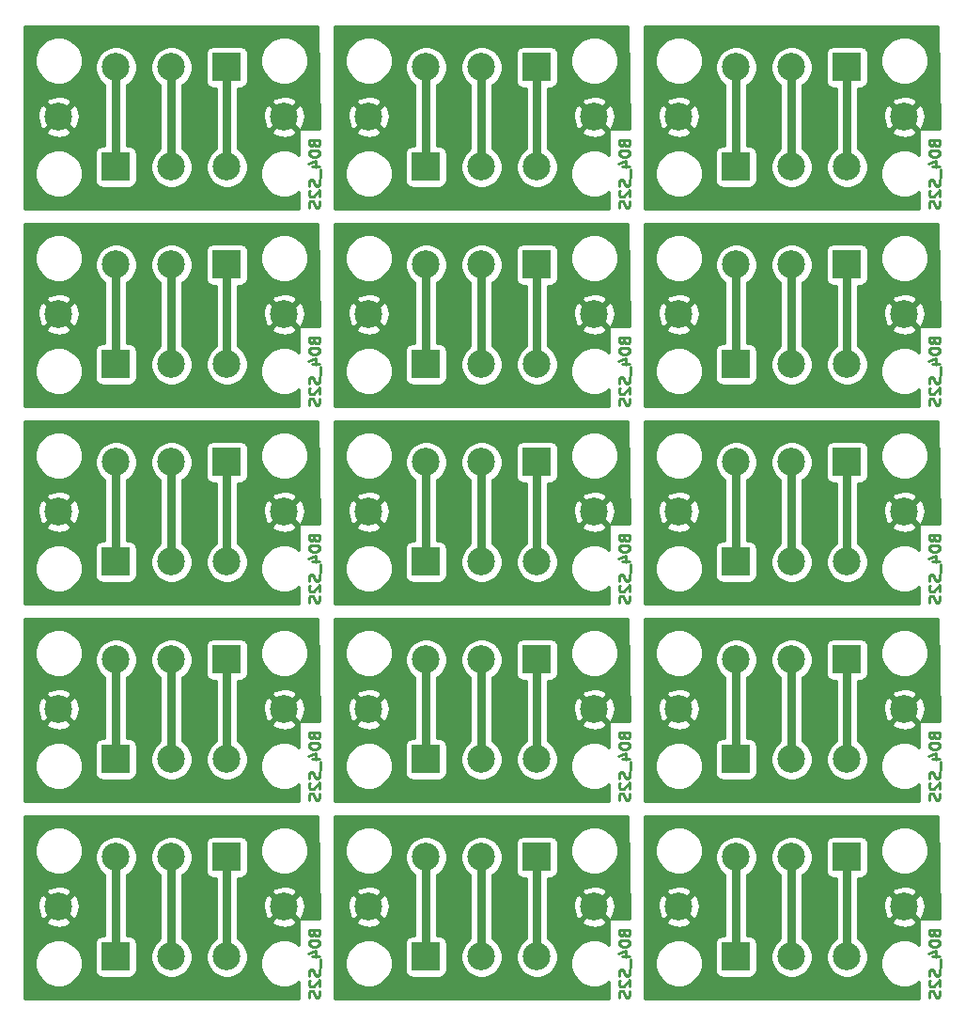
<source format=gbr>
G04 #@! TF.GenerationSoftware,KiCad,Pcbnew,5.1.5-52549c5~86~ubuntu18.04.1*
G04 #@! TF.CreationDate,2020-10-02T17:29:00-05:00*
G04 #@! TF.ProjectId,,58585858-5858-4585-9858-585858585858,rev?*
G04 #@! TF.SameCoordinates,Original*
G04 #@! TF.FileFunction,Copper,L2,Bot*
G04 #@! TF.FilePolarity,Positive*
%FSLAX46Y46*%
G04 Gerber Fmt 4.6, Leading zero omitted, Abs format (unit mm)*
G04 Created by KiCad (PCBNEW 5.1.5-52549c5~86~ubuntu18.04.1) date 2020-10-02 17:29:00*
%MOMM*%
%LPD*%
G04 APERTURE LIST*
%ADD10C,0.250000*%
%ADD11R,2.500000X2.500000*%
%ADD12C,2.500000*%
%ADD13C,2.499360*%
%ADD14C,0.750000*%
%ADD15C,0.254000*%
G04 APERTURE END LIST*
D10*
X178490571Y-149455523D02*
X178538190Y-149598380D01*
X178585809Y-149646000D01*
X178681047Y-149693619D01*
X178823904Y-149693619D01*
X178919142Y-149646000D01*
X178966761Y-149598380D01*
X179014380Y-149503142D01*
X179014380Y-149122190D01*
X178014380Y-149122190D01*
X178014380Y-149455523D01*
X178062000Y-149550761D01*
X178109619Y-149598380D01*
X178204857Y-149646000D01*
X178300095Y-149646000D01*
X178395333Y-149598380D01*
X178442952Y-149550761D01*
X178490571Y-149455523D01*
X178490571Y-149122190D01*
X178014380Y-150312666D02*
X178014380Y-150407904D01*
X178062000Y-150503142D01*
X178109619Y-150550761D01*
X178204857Y-150598380D01*
X178395333Y-150646000D01*
X178633428Y-150646000D01*
X178823904Y-150598380D01*
X178919142Y-150550761D01*
X178966761Y-150503142D01*
X179014380Y-150407904D01*
X179014380Y-150312666D01*
X178966761Y-150217428D01*
X178919142Y-150169809D01*
X178823904Y-150122190D01*
X178633428Y-150074571D01*
X178395333Y-150074571D01*
X178204857Y-150122190D01*
X178109619Y-150169809D01*
X178062000Y-150217428D01*
X178014380Y-150312666D01*
X178347714Y-151503142D02*
X179014380Y-151503142D01*
X177966761Y-151265047D02*
X178681047Y-151026952D01*
X178681047Y-151646000D01*
X179109619Y-151788857D02*
X179109619Y-152550761D01*
X178966761Y-152741238D02*
X179014380Y-152884095D01*
X179014380Y-153122190D01*
X178966761Y-153217428D01*
X178919142Y-153265047D01*
X178823904Y-153312666D01*
X178728666Y-153312666D01*
X178633428Y-153265047D01*
X178585809Y-153217428D01*
X178538190Y-153122190D01*
X178490571Y-152931714D01*
X178442952Y-152836476D01*
X178395333Y-152788857D01*
X178300095Y-152741238D01*
X178204857Y-152741238D01*
X178109619Y-152788857D01*
X178062000Y-152836476D01*
X178014380Y-152931714D01*
X178014380Y-153169809D01*
X178062000Y-153312666D01*
X178109619Y-153693619D02*
X178062000Y-153741238D01*
X178014380Y-153836476D01*
X178014380Y-154074571D01*
X178062000Y-154169809D01*
X178109619Y-154217428D01*
X178204857Y-154265047D01*
X178300095Y-154265047D01*
X178442952Y-154217428D01*
X179014380Y-153646000D01*
X179014380Y-154265047D01*
X178966761Y-154646000D02*
X179014380Y-154788857D01*
X179014380Y-155026952D01*
X178966761Y-155122190D01*
X178919142Y-155169809D01*
X178823904Y-155217428D01*
X178728666Y-155217428D01*
X178633428Y-155169809D01*
X178585809Y-155122190D01*
X178538190Y-155026952D01*
X178490571Y-154836476D01*
X178442952Y-154741238D01*
X178395333Y-154693619D01*
X178300095Y-154646000D01*
X178204857Y-154646000D01*
X178109619Y-154693619D01*
X178062000Y-154741238D01*
X178014380Y-154836476D01*
X178014380Y-155074571D01*
X178062000Y-155217428D01*
X150550571Y-149455523D02*
X150598190Y-149598380D01*
X150645809Y-149646000D01*
X150741047Y-149693619D01*
X150883904Y-149693619D01*
X150979142Y-149646000D01*
X151026761Y-149598380D01*
X151074380Y-149503142D01*
X151074380Y-149122190D01*
X150074380Y-149122190D01*
X150074380Y-149455523D01*
X150122000Y-149550761D01*
X150169619Y-149598380D01*
X150264857Y-149646000D01*
X150360095Y-149646000D01*
X150455333Y-149598380D01*
X150502952Y-149550761D01*
X150550571Y-149455523D01*
X150550571Y-149122190D01*
X150074380Y-150312666D02*
X150074380Y-150407904D01*
X150122000Y-150503142D01*
X150169619Y-150550761D01*
X150264857Y-150598380D01*
X150455333Y-150646000D01*
X150693428Y-150646000D01*
X150883904Y-150598380D01*
X150979142Y-150550761D01*
X151026761Y-150503142D01*
X151074380Y-150407904D01*
X151074380Y-150312666D01*
X151026761Y-150217428D01*
X150979142Y-150169809D01*
X150883904Y-150122190D01*
X150693428Y-150074571D01*
X150455333Y-150074571D01*
X150264857Y-150122190D01*
X150169619Y-150169809D01*
X150122000Y-150217428D01*
X150074380Y-150312666D01*
X150407714Y-151503142D02*
X151074380Y-151503142D01*
X150026761Y-151265047D02*
X150741047Y-151026952D01*
X150741047Y-151646000D01*
X151169619Y-151788857D02*
X151169619Y-152550761D01*
X151026761Y-152741238D02*
X151074380Y-152884095D01*
X151074380Y-153122190D01*
X151026761Y-153217428D01*
X150979142Y-153265047D01*
X150883904Y-153312666D01*
X150788666Y-153312666D01*
X150693428Y-153265047D01*
X150645809Y-153217428D01*
X150598190Y-153122190D01*
X150550571Y-152931714D01*
X150502952Y-152836476D01*
X150455333Y-152788857D01*
X150360095Y-152741238D01*
X150264857Y-152741238D01*
X150169619Y-152788857D01*
X150122000Y-152836476D01*
X150074380Y-152931714D01*
X150074380Y-153169809D01*
X150122000Y-153312666D01*
X150169619Y-153693619D02*
X150122000Y-153741238D01*
X150074380Y-153836476D01*
X150074380Y-154074571D01*
X150122000Y-154169809D01*
X150169619Y-154217428D01*
X150264857Y-154265047D01*
X150360095Y-154265047D01*
X150502952Y-154217428D01*
X151074380Y-153646000D01*
X151074380Y-154265047D01*
X151026761Y-154646000D02*
X151074380Y-154788857D01*
X151074380Y-155026952D01*
X151026761Y-155122190D01*
X150979142Y-155169809D01*
X150883904Y-155217428D01*
X150788666Y-155217428D01*
X150693428Y-155169809D01*
X150645809Y-155122190D01*
X150598190Y-155026952D01*
X150550571Y-154836476D01*
X150502952Y-154741238D01*
X150455333Y-154693619D01*
X150360095Y-154646000D01*
X150264857Y-154646000D01*
X150169619Y-154693619D01*
X150122000Y-154741238D01*
X150074380Y-154836476D01*
X150074380Y-155074571D01*
X150122000Y-155217428D01*
X122610571Y-149455523D02*
X122658190Y-149598380D01*
X122705809Y-149646000D01*
X122801047Y-149693619D01*
X122943904Y-149693619D01*
X123039142Y-149646000D01*
X123086761Y-149598380D01*
X123134380Y-149503142D01*
X123134380Y-149122190D01*
X122134380Y-149122190D01*
X122134380Y-149455523D01*
X122182000Y-149550761D01*
X122229619Y-149598380D01*
X122324857Y-149646000D01*
X122420095Y-149646000D01*
X122515333Y-149598380D01*
X122562952Y-149550761D01*
X122610571Y-149455523D01*
X122610571Y-149122190D01*
X122134380Y-150312666D02*
X122134380Y-150407904D01*
X122182000Y-150503142D01*
X122229619Y-150550761D01*
X122324857Y-150598380D01*
X122515333Y-150646000D01*
X122753428Y-150646000D01*
X122943904Y-150598380D01*
X123039142Y-150550761D01*
X123086761Y-150503142D01*
X123134380Y-150407904D01*
X123134380Y-150312666D01*
X123086761Y-150217428D01*
X123039142Y-150169809D01*
X122943904Y-150122190D01*
X122753428Y-150074571D01*
X122515333Y-150074571D01*
X122324857Y-150122190D01*
X122229619Y-150169809D01*
X122182000Y-150217428D01*
X122134380Y-150312666D01*
X122467714Y-151503142D02*
X123134380Y-151503142D01*
X122086761Y-151265047D02*
X122801047Y-151026952D01*
X122801047Y-151646000D01*
X123229619Y-151788857D02*
X123229619Y-152550761D01*
X123086761Y-152741238D02*
X123134380Y-152884095D01*
X123134380Y-153122190D01*
X123086761Y-153217428D01*
X123039142Y-153265047D01*
X122943904Y-153312666D01*
X122848666Y-153312666D01*
X122753428Y-153265047D01*
X122705809Y-153217428D01*
X122658190Y-153122190D01*
X122610571Y-152931714D01*
X122562952Y-152836476D01*
X122515333Y-152788857D01*
X122420095Y-152741238D01*
X122324857Y-152741238D01*
X122229619Y-152788857D01*
X122182000Y-152836476D01*
X122134380Y-152931714D01*
X122134380Y-153169809D01*
X122182000Y-153312666D01*
X122229619Y-153693619D02*
X122182000Y-153741238D01*
X122134380Y-153836476D01*
X122134380Y-154074571D01*
X122182000Y-154169809D01*
X122229619Y-154217428D01*
X122324857Y-154265047D01*
X122420095Y-154265047D01*
X122562952Y-154217428D01*
X123134380Y-153646000D01*
X123134380Y-154265047D01*
X123086761Y-154646000D02*
X123134380Y-154788857D01*
X123134380Y-155026952D01*
X123086761Y-155122190D01*
X123039142Y-155169809D01*
X122943904Y-155217428D01*
X122848666Y-155217428D01*
X122753428Y-155169809D01*
X122705809Y-155122190D01*
X122658190Y-155026952D01*
X122610571Y-154836476D01*
X122562952Y-154741238D01*
X122515333Y-154693619D01*
X122420095Y-154646000D01*
X122324857Y-154646000D01*
X122229619Y-154693619D01*
X122182000Y-154741238D01*
X122134380Y-154836476D01*
X122134380Y-155074571D01*
X122182000Y-155217428D01*
X178490571Y-131675523D02*
X178538190Y-131818380D01*
X178585809Y-131866000D01*
X178681047Y-131913619D01*
X178823904Y-131913619D01*
X178919142Y-131866000D01*
X178966761Y-131818380D01*
X179014380Y-131723142D01*
X179014380Y-131342190D01*
X178014380Y-131342190D01*
X178014380Y-131675523D01*
X178062000Y-131770761D01*
X178109619Y-131818380D01*
X178204857Y-131866000D01*
X178300095Y-131866000D01*
X178395333Y-131818380D01*
X178442952Y-131770761D01*
X178490571Y-131675523D01*
X178490571Y-131342190D01*
X178014380Y-132532666D02*
X178014380Y-132627904D01*
X178062000Y-132723142D01*
X178109619Y-132770761D01*
X178204857Y-132818380D01*
X178395333Y-132866000D01*
X178633428Y-132866000D01*
X178823904Y-132818380D01*
X178919142Y-132770761D01*
X178966761Y-132723142D01*
X179014380Y-132627904D01*
X179014380Y-132532666D01*
X178966761Y-132437428D01*
X178919142Y-132389809D01*
X178823904Y-132342190D01*
X178633428Y-132294571D01*
X178395333Y-132294571D01*
X178204857Y-132342190D01*
X178109619Y-132389809D01*
X178062000Y-132437428D01*
X178014380Y-132532666D01*
X178347714Y-133723142D02*
X179014380Y-133723142D01*
X177966761Y-133485047D02*
X178681047Y-133246952D01*
X178681047Y-133866000D01*
X179109619Y-134008857D02*
X179109619Y-134770761D01*
X178966761Y-134961238D02*
X179014380Y-135104095D01*
X179014380Y-135342190D01*
X178966761Y-135437428D01*
X178919142Y-135485047D01*
X178823904Y-135532666D01*
X178728666Y-135532666D01*
X178633428Y-135485047D01*
X178585809Y-135437428D01*
X178538190Y-135342190D01*
X178490571Y-135151714D01*
X178442952Y-135056476D01*
X178395333Y-135008857D01*
X178300095Y-134961238D01*
X178204857Y-134961238D01*
X178109619Y-135008857D01*
X178062000Y-135056476D01*
X178014380Y-135151714D01*
X178014380Y-135389809D01*
X178062000Y-135532666D01*
X178109619Y-135913619D02*
X178062000Y-135961238D01*
X178014380Y-136056476D01*
X178014380Y-136294571D01*
X178062000Y-136389809D01*
X178109619Y-136437428D01*
X178204857Y-136485047D01*
X178300095Y-136485047D01*
X178442952Y-136437428D01*
X179014380Y-135866000D01*
X179014380Y-136485047D01*
X178966761Y-136866000D02*
X179014380Y-137008857D01*
X179014380Y-137246952D01*
X178966761Y-137342190D01*
X178919142Y-137389809D01*
X178823904Y-137437428D01*
X178728666Y-137437428D01*
X178633428Y-137389809D01*
X178585809Y-137342190D01*
X178538190Y-137246952D01*
X178490571Y-137056476D01*
X178442952Y-136961238D01*
X178395333Y-136913619D01*
X178300095Y-136866000D01*
X178204857Y-136866000D01*
X178109619Y-136913619D01*
X178062000Y-136961238D01*
X178014380Y-137056476D01*
X178014380Y-137294571D01*
X178062000Y-137437428D01*
X150550571Y-131675523D02*
X150598190Y-131818380D01*
X150645809Y-131866000D01*
X150741047Y-131913619D01*
X150883904Y-131913619D01*
X150979142Y-131866000D01*
X151026761Y-131818380D01*
X151074380Y-131723142D01*
X151074380Y-131342190D01*
X150074380Y-131342190D01*
X150074380Y-131675523D01*
X150122000Y-131770761D01*
X150169619Y-131818380D01*
X150264857Y-131866000D01*
X150360095Y-131866000D01*
X150455333Y-131818380D01*
X150502952Y-131770761D01*
X150550571Y-131675523D01*
X150550571Y-131342190D01*
X150074380Y-132532666D02*
X150074380Y-132627904D01*
X150122000Y-132723142D01*
X150169619Y-132770761D01*
X150264857Y-132818380D01*
X150455333Y-132866000D01*
X150693428Y-132866000D01*
X150883904Y-132818380D01*
X150979142Y-132770761D01*
X151026761Y-132723142D01*
X151074380Y-132627904D01*
X151074380Y-132532666D01*
X151026761Y-132437428D01*
X150979142Y-132389809D01*
X150883904Y-132342190D01*
X150693428Y-132294571D01*
X150455333Y-132294571D01*
X150264857Y-132342190D01*
X150169619Y-132389809D01*
X150122000Y-132437428D01*
X150074380Y-132532666D01*
X150407714Y-133723142D02*
X151074380Y-133723142D01*
X150026761Y-133485047D02*
X150741047Y-133246952D01*
X150741047Y-133866000D01*
X151169619Y-134008857D02*
X151169619Y-134770761D01*
X151026761Y-134961238D02*
X151074380Y-135104095D01*
X151074380Y-135342190D01*
X151026761Y-135437428D01*
X150979142Y-135485047D01*
X150883904Y-135532666D01*
X150788666Y-135532666D01*
X150693428Y-135485047D01*
X150645809Y-135437428D01*
X150598190Y-135342190D01*
X150550571Y-135151714D01*
X150502952Y-135056476D01*
X150455333Y-135008857D01*
X150360095Y-134961238D01*
X150264857Y-134961238D01*
X150169619Y-135008857D01*
X150122000Y-135056476D01*
X150074380Y-135151714D01*
X150074380Y-135389809D01*
X150122000Y-135532666D01*
X150169619Y-135913619D02*
X150122000Y-135961238D01*
X150074380Y-136056476D01*
X150074380Y-136294571D01*
X150122000Y-136389809D01*
X150169619Y-136437428D01*
X150264857Y-136485047D01*
X150360095Y-136485047D01*
X150502952Y-136437428D01*
X151074380Y-135866000D01*
X151074380Y-136485047D01*
X151026761Y-136866000D02*
X151074380Y-137008857D01*
X151074380Y-137246952D01*
X151026761Y-137342190D01*
X150979142Y-137389809D01*
X150883904Y-137437428D01*
X150788666Y-137437428D01*
X150693428Y-137389809D01*
X150645809Y-137342190D01*
X150598190Y-137246952D01*
X150550571Y-137056476D01*
X150502952Y-136961238D01*
X150455333Y-136913619D01*
X150360095Y-136866000D01*
X150264857Y-136866000D01*
X150169619Y-136913619D01*
X150122000Y-136961238D01*
X150074380Y-137056476D01*
X150074380Y-137294571D01*
X150122000Y-137437428D01*
X122610571Y-131675523D02*
X122658190Y-131818380D01*
X122705809Y-131866000D01*
X122801047Y-131913619D01*
X122943904Y-131913619D01*
X123039142Y-131866000D01*
X123086761Y-131818380D01*
X123134380Y-131723142D01*
X123134380Y-131342190D01*
X122134380Y-131342190D01*
X122134380Y-131675523D01*
X122182000Y-131770761D01*
X122229619Y-131818380D01*
X122324857Y-131866000D01*
X122420095Y-131866000D01*
X122515333Y-131818380D01*
X122562952Y-131770761D01*
X122610571Y-131675523D01*
X122610571Y-131342190D01*
X122134380Y-132532666D02*
X122134380Y-132627904D01*
X122182000Y-132723142D01*
X122229619Y-132770761D01*
X122324857Y-132818380D01*
X122515333Y-132866000D01*
X122753428Y-132866000D01*
X122943904Y-132818380D01*
X123039142Y-132770761D01*
X123086761Y-132723142D01*
X123134380Y-132627904D01*
X123134380Y-132532666D01*
X123086761Y-132437428D01*
X123039142Y-132389809D01*
X122943904Y-132342190D01*
X122753428Y-132294571D01*
X122515333Y-132294571D01*
X122324857Y-132342190D01*
X122229619Y-132389809D01*
X122182000Y-132437428D01*
X122134380Y-132532666D01*
X122467714Y-133723142D02*
X123134380Y-133723142D01*
X122086761Y-133485047D02*
X122801047Y-133246952D01*
X122801047Y-133866000D01*
X123229619Y-134008857D02*
X123229619Y-134770761D01*
X123086761Y-134961238D02*
X123134380Y-135104095D01*
X123134380Y-135342190D01*
X123086761Y-135437428D01*
X123039142Y-135485047D01*
X122943904Y-135532666D01*
X122848666Y-135532666D01*
X122753428Y-135485047D01*
X122705809Y-135437428D01*
X122658190Y-135342190D01*
X122610571Y-135151714D01*
X122562952Y-135056476D01*
X122515333Y-135008857D01*
X122420095Y-134961238D01*
X122324857Y-134961238D01*
X122229619Y-135008857D01*
X122182000Y-135056476D01*
X122134380Y-135151714D01*
X122134380Y-135389809D01*
X122182000Y-135532666D01*
X122229619Y-135913619D02*
X122182000Y-135961238D01*
X122134380Y-136056476D01*
X122134380Y-136294571D01*
X122182000Y-136389809D01*
X122229619Y-136437428D01*
X122324857Y-136485047D01*
X122420095Y-136485047D01*
X122562952Y-136437428D01*
X123134380Y-135866000D01*
X123134380Y-136485047D01*
X123086761Y-136866000D02*
X123134380Y-137008857D01*
X123134380Y-137246952D01*
X123086761Y-137342190D01*
X123039142Y-137389809D01*
X122943904Y-137437428D01*
X122848666Y-137437428D01*
X122753428Y-137389809D01*
X122705809Y-137342190D01*
X122658190Y-137246952D01*
X122610571Y-137056476D01*
X122562952Y-136961238D01*
X122515333Y-136913619D01*
X122420095Y-136866000D01*
X122324857Y-136866000D01*
X122229619Y-136913619D01*
X122182000Y-136961238D01*
X122134380Y-137056476D01*
X122134380Y-137294571D01*
X122182000Y-137437428D01*
X178490571Y-113895523D02*
X178538190Y-114038380D01*
X178585809Y-114086000D01*
X178681047Y-114133619D01*
X178823904Y-114133619D01*
X178919142Y-114086000D01*
X178966761Y-114038380D01*
X179014380Y-113943142D01*
X179014380Y-113562190D01*
X178014380Y-113562190D01*
X178014380Y-113895523D01*
X178062000Y-113990761D01*
X178109619Y-114038380D01*
X178204857Y-114086000D01*
X178300095Y-114086000D01*
X178395333Y-114038380D01*
X178442952Y-113990761D01*
X178490571Y-113895523D01*
X178490571Y-113562190D01*
X178014380Y-114752666D02*
X178014380Y-114847904D01*
X178062000Y-114943142D01*
X178109619Y-114990761D01*
X178204857Y-115038380D01*
X178395333Y-115086000D01*
X178633428Y-115086000D01*
X178823904Y-115038380D01*
X178919142Y-114990761D01*
X178966761Y-114943142D01*
X179014380Y-114847904D01*
X179014380Y-114752666D01*
X178966761Y-114657428D01*
X178919142Y-114609809D01*
X178823904Y-114562190D01*
X178633428Y-114514571D01*
X178395333Y-114514571D01*
X178204857Y-114562190D01*
X178109619Y-114609809D01*
X178062000Y-114657428D01*
X178014380Y-114752666D01*
X178347714Y-115943142D02*
X179014380Y-115943142D01*
X177966761Y-115705047D02*
X178681047Y-115466952D01*
X178681047Y-116086000D01*
X179109619Y-116228857D02*
X179109619Y-116990761D01*
X178966761Y-117181238D02*
X179014380Y-117324095D01*
X179014380Y-117562190D01*
X178966761Y-117657428D01*
X178919142Y-117705047D01*
X178823904Y-117752666D01*
X178728666Y-117752666D01*
X178633428Y-117705047D01*
X178585809Y-117657428D01*
X178538190Y-117562190D01*
X178490571Y-117371714D01*
X178442952Y-117276476D01*
X178395333Y-117228857D01*
X178300095Y-117181238D01*
X178204857Y-117181238D01*
X178109619Y-117228857D01*
X178062000Y-117276476D01*
X178014380Y-117371714D01*
X178014380Y-117609809D01*
X178062000Y-117752666D01*
X178109619Y-118133619D02*
X178062000Y-118181238D01*
X178014380Y-118276476D01*
X178014380Y-118514571D01*
X178062000Y-118609809D01*
X178109619Y-118657428D01*
X178204857Y-118705047D01*
X178300095Y-118705047D01*
X178442952Y-118657428D01*
X179014380Y-118086000D01*
X179014380Y-118705047D01*
X178966761Y-119086000D02*
X179014380Y-119228857D01*
X179014380Y-119466952D01*
X178966761Y-119562190D01*
X178919142Y-119609809D01*
X178823904Y-119657428D01*
X178728666Y-119657428D01*
X178633428Y-119609809D01*
X178585809Y-119562190D01*
X178538190Y-119466952D01*
X178490571Y-119276476D01*
X178442952Y-119181238D01*
X178395333Y-119133619D01*
X178300095Y-119086000D01*
X178204857Y-119086000D01*
X178109619Y-119133619D01*
X178062000Y-119181238D01*
X178014380Y-119276476D01*
X178014380Y-119514571D01*
X178062000Y-119657428D01*
X150550571Y-113895523D02*
X150598190Y-114038380D01*
X150645809Y-114086000D01*
X150741047Y-114133619D01*
X150883904Y-114133619D01*
X150979142Y-114086000D01*
X151026761Y-114038380D01*
X151074380Y-113943142D01*
X151074380Y-113562190D01*
X150074380Y-113562190D01*
X150074380Y-113895523D01*
X150122000Y-113990761D01*
X150169619Y-114038380D01*
X150264857Y-114086000D01*
X150360095Y-114086000D01*
X150455333Y-114038380D01*
X150502952Y-113990761D01*
X150550571Y-113895523D01*
X150550571Y-113562190D01*
X150074380Y-114752666D02*
X150074380Y-114847904D01*
X150122000Y-114943142D01*
X150169619Y-114990761D01*
X150264857Y-115038380D01*
X150455333Y-115086000D01*
X150693428Y-115086000D01*
X150883904Y-115038380D01*
X150979142Y-114990761D01*
X151026761Y-114943142D01*
X151074380Y-114847904D01*
X151074380Y-114752666D01*
X151026761Y-114657428D01*
X150979142Y-114609809D01*
X150883904Y-114562190D01*
X150693428Y-114514571D01*
X150455333Y-114514571D01*
X150264857Y-114562190D01*
X150169619Y-114609809D01*
X150122000Y-114657428D01*
X150074380Y-114752666D01*
X150407714Y-115943142D02*
X151074380Y-115943142D01*
X150026761Y-115705047D02*
X150741047Y-115466952D01*
X150741047Y-116086000D01*
X151169619Y-116228857D02*
X151169619Y-116990761D01*
X151026761Y-117181238D02*
X151074380Y-117324095D01*
X151074380Y-117562190D01*
X151026761Y-117657428D01*
X150979142Y-117705047D01*
X150883904Y-117752666D01*
X150788666Y-117752666D01*
X150693428Y-117705047D01*
X150645809Y-117657428D01*
X150598190Y-117562190D01*
X150550571Y-117371714D01*
X150502952Y-117276476D01*
X150455333Y-117228857D01*
X150360095Y-117181238D01*
X150264857Y-117181238D01*
X150169619Y-117228857D01*
X150122000Y-117276476D01*
X150074380Y-117371714D01*
X150074380Y-117609809D01*
X150122000Y-117752666D01*
X150169619Y-118133619D02*
X150122000Y-118181238D01*
X150074380Y-118276476D01*
X150074380Y-118514571D01*
X150122000Y-118609809D01*
X150169619Y-118657428D01*
X150264857Y-118705047D01*
X150360095Y-118705047D01*
X150502952Y-118657428D01*
X151074380Y-118086000D01*
X151074380Y-118705047D01*
X151026761Y-119086000D02*
X151074380Y-119228857D01*
X151074380Y-119466952D01*
X151026761Y-119562190D01*
X150979142Y-119609809D01*
X150883904Y-119657428D01*
X150788666Y-119657428D01*
X150693428Y-119609809D01*
X150645809Y-119562190D01*
X150598190Y-119466952D01*
X150550571Y-119276476D01*
X150502952Y-119181238D01*
X150455333Y-119133619D01*
X150360095Y-119086000D01*
X150264857Y-119086000D01*
X150169619Y-119133619D01*
X150122000Y-119181238D01*
X150074380Y-119276476D01*
X150074380Y-119514571D01*
X150122000Y-119657428D01*
X122610571Y-113895523D02*
X122658190Y-114038380D01*
X122705809Y-114086000D01*
X122801047Y-114133619D01*
X122943904Y-114133619D01*
X123039142Y-114086000D01*
X123086761Y-114038380D01*
X123134380Y-113943142D01*
X123134380Y-113562190D01*
X122134380Y-113562190D01*
X122134380Y-113895523D01*
X122182000Y-113990761D01*
X122229619Y-114038380D01*
X122324857Y-114086000D01*
X122420095Y-114086000D01*
X122515333Y-114038380D01*
X122562952Y-113990761D01*
X122610571Y-113895523D01*
X122610571Y-113562190D01*
X122134380Y-114752666D02*
X122134380Y-114847904D01*
X122182000Y-114943142D01*
X122229619Y-114990761D01*
X122324857Y-115038380D01*
X122515333Y-115086000D01*
X122753428Y-115086000D01*
X122943904Y-115038380D01*
X123039142Y-114990761D01*
X123086761Y-114943142D01*
X123134380Y-114847904D01*
X123134380Y-114752666D01*
X123086761Y-114657428D01*
X123039142Y-114609809D01*
X122943904Y-114562190D01*
X122753428Y-114514571D01*
X122515333Y-114514571D01*
X122324857Y-114562190D01*
X122229619Y-114609809D01*
X122182000Y-114657428D01*
X122134380Y-114752666D01*
X122467714Y-115943142D02*
X123134380Y-115943142D01*
X122086761Y-115705047D02*
X122801047Y-115466952D01*
X122801047Y-116086000D01*
X123229619Y-116228857D02*
X123229619Y-116990761D01*
X123086761Y-117181238D02*
X123134380Y-117324095D01*
X123134380Y-117562190D01*
X123086761Y-117657428D01*
X123039142Y-117705047D01*
X122943904Y-117752666D01*
X122848666Y-117752666D01*
X122753428Y-117705047D01*
X122705809Y-117657428D01*
X122658190Y-117562190D01*
X122610571Y-117371714D01*
X122562952Y-117276476D01*
X122515333Y-117228857D01*
X122420095Y-117181238D01*
X122324857Y-117181238D01*
X122229619Y-117228857D01*
X122182000Y-117276476D01*
X122134380Y-117371714D01*
X122134380Y-117609809D01*
X122182000Y-117752666D01*
X122229619Y-118133619D02*
X122182000Y-118181238D01*
X122134380Y-118276476D01*
X122134380Y-118514571D01*
X122182000Y-118609809D01*
X122229619Y-118657428D01*
X122324857Y-118705047D01*
X122420095Y-118705047D01*
X122562952Y-118657428D01*
X123134380Y-118086000D01*
X123134380Y-118705047D01*
X123086761Y-119086000D02*
X123134380Y-119228857D01*
X123134380Y-119466952D01*
X123086761Y-119562190D01*
X123039142Y-119609809D01*
X122943904Y-119657428D01*
X122848666Y-119657428D01*
X122753428Y-119609809D01*
X122705809Y-119562190D01*
X122658190Y-119466952D01*
X122610571Y-119276476D01*
X122562952Y-119181238D01*
X122515333Y-119133619D01*
X122420095Y-119086000D01*
X122324857Y-119086000D01*
X122229619Y-119133619D01*
X122182000Y-119181238D01*
X122134380Y-119276476D01*
X122134380Y-119514571D01*
X122182000Y-119657428D01*
X178490571Y-96115523D02*
X178538190Y-96258380D01*
X178585809Y-96306000D01*
X178681047Y-96353619D01*
X178823904Y-96353619D01*
X178919142Y-96306000D01*
X178966761Y-96258380D01*
X179014380Y-96163142D01*
X179014380Y-95782190D01*
X178014380Y-95782190D01*
X178014380Y-96115523D01*
X178062000Y-96210761D01*
X178109619Y-96258380D01*
X178204857Y-96306000D01*
X178300095Y-96306000D01*
X178395333Y-96258380D01*
X178442952Y-96210761D01*
X178490571Y-96115523D01*
X178490571Y-95782190D01*
X178014380Y-96972666D02*
X178014380Y-97067904D01*
X178062000Y-97163142D01*
X178109619Y-97210761D01*
X178204857Y-97258380D01*
X178395333Y-97306000D01*
X178633428Y-97306000D01*
X178823904Y-97258380D01*
X178919142Y-97210761D01*
X178966761Y-97163142D01*
X179014380Y-97067904D01*
X179014380Y-96972666D01*
X178966761Y-96877428D01*
X178919142Y-96829809D01*
X178823904Y-96782190D01*
X178633428Y-96734571D01*
X178395333Y-96734571D01*
X178204857Y-96782190D01*
X178109619Y-96829809D01*
X178062000Y-96877428D01*
X178014380Y-96972666D01*
X178347714Y-98163142D02*
X179014380Y-98163142D01*
X177966761Y-97925047D02*
X178681047Y-97686952D01*
X178681047Y-98306000D01*
X179109619Y-98448857D02*
X179109619Y-99210761D01*
X178966761Y-99401238D02*
X179014380Y-99544095D01*
X179014380Y-99782190D01*
X178966761Y-99877428D01*
X178919142Y-99925047D01*
X178823904Y-99972666D01*
X178728666Y-99972666D01*
X178633428Y-99925047D01*
X178585809Y-99877428D01*
X178538190Y-99782190D01*
X178490571Y-99591714D01*
X178442952Y-99496476D01*
X178395333Y-99448857D01*
X178300095Y-99401238D01*
X178204857Y-99401238D01*
X178109619Y-99448857D01*
X178062000Y-99496476D01*
X178014380Y-99591714D01*
X178014380Y-99829809D01*
X178062000Y-99972666D01*
X178109619Y-100353619D02*
X178062000Y-100401238D01*
X178014380Y-100496476D01*
X178014380Y-100734571D01*
X178062000Y-100829809D01*
X178109619Y-100877428D01*
X178204857Y-100925047D01*
X178300095Y-100925047D01*
X178442952Y-100877428D01*
X179014380Y-100306000D01*
X179014380Y-100925047D01*
X178966761Y-101306000D02*
X179014380Y-101448857D01*
X179014380Y-101686952D01*
X178966761Y-101782190D01*
X178919142Y-101829809D01*
X178823904Y-101877428D01*
X178728666Y-101877428D01*
X178633428Y-101829809D01*
X178585809Y-101782190D01*
X178538190Y-101686952D01*
X178490571Y-101496476D01*
X178442952Y-101401238D01*
X178395333Y-101353619D01*
X178300095Y-101306000D01*
X178204857Y-101306000D01*
X178109619Y-101353619D01*
X178062000Y-101401238D01*
X178014380Y-101496476D01*
X178014380Y-101734571D01*
X178062000Y-101877428D01*
X150550571Y-96115523D02*
X150598190Y-96258380D01*
X150645809Y-96306000D01*
X150741047Y-96353619D01*
X150883904Y-96353619D01*
X150979142Y-96306000D01*
X151026761Y-96258380D01*
X151074380Y-96163142D01*
X151074380Y-95782190D01*
X150074380Y-95782190D01*
X150074380Y-96115523D01*
X150122000Y-96210761D01*
X150169619Y-96258380D01*
X150264857Y-96306000D01*
X150360095Y-96306000D01*
X150455333Y-96258380D01*
X150502952Y-96210761D01*
X150550571Y-96115523D01*
X150550571Y-95782190D01*
X150074380Y-96972666D02*
X150074380Y-97067904D01*
X150122000Y-97163142D01*
X150169619Y-97210761D01*
X150264857Y-97258380D01*
X150455333Y-97306000D01*
X150693428Y-97306000D01*
X150883904Y-97258380D01*
X150979142Y-97210761D01*
X151026761Y-97163142D01*
X151074380Y-97067904D01*
X151074380Y-96972666D01*
X151026761Y-96877428D01*
X150979142Y-96829809D01*
X150883904Y-96782190D01*
X150693428Y-96734571D01*
X150455333Y-96734571D01*
X150264857Y-96782190D01*
X150169619Y-96829809D01*
X150122000Y-96877428D01*
X150074380Y-96972666D01*
X150407714Y-98163142D02*
X151074380Y-98163142D01*
X150026761Y-97925047D02*
X150741047Y-97686952D01*
X150741047Y-98306000D01*
X151169619Y-98448857D02*
X151169619Y-99210761D01*
X151026761Y-99401238D02*
X151074380Y-99544095D01*
X151074380Y-99782190D01*
X151026761Y-99877428D01*
X150979142Y-99925047D01*
X150883904Y-99972666D01*
X150788666Y-99972666D01*
X150693428Y-99925047D01*
X150645809Y-99877428D01*
X150598190Y-99782190D01*
X150550571Y-99591714D01*
X150502952Y-99496476D01*
X150455333Y-99448857D01*
X150360095Y-99401238D01*
X150264857Y-99401238D01*
X150169619Y-99448857D01*
X150122000Y-99496476D01*
X150074380Y-99591714D01*
X150074380Y-99829809D01*
X150122000Y-99972666D01*
X150169619Y-100353619D02*
X150122000Y-100401238D01*
X150074380Y-100496476D01*
X150074380Y-100734571D01*
X150122000Y-100829809D01*
X150169619Y-100877428D01*
X150264857Y-100925047D01*
X150360095Y-100925047D01*
X150502952Y-100877428D01*
X151074380Y-100306000D01*
X151074380Y-100925047D01*
X151026761Y-101306000D02*
X151074380Y-101448857D01*
X151074380Y-101686952D01*
X151026761Y-101782190D01*
X150979142Y-101829809D01*
X150883904Y-101877428D01*
X150788666Y-101877428D01*
X150693428Y-101829809D01*
X150645809Y-101782190D01*
X150598190Y-101686952D01*
X150550571Y-101496476D01*
X150502952Y-101401238D01*
X150455333Y-101353619D01*
X150360095Y-101306000D01*
X150264857Y-101306000D01*
X150169619Y-101353619D01*
X150122000Y-101401238D01*
X150074380Y-101496476D01*
X150074380Y-101734571D01*
X150122000Y-101877428D01*
X122610571Y-96115523D02*
X122658190Y-96258380D01*
X122705809Y-96306000D01*
X122801047Y-96353619D01*
X122943904Y-96353619D01*
X123039142Y-96306000D01*
X123086761Y-96258380D01*
X123134380Y-96163142D01*
X123134380Y-95782190D01*
X122134380Y-95782190D01*
X122134380Y-96115523D01*
X122182000Y-96210761D01*
X122229619Y-96258380D01*
X122324857Y-96306000D01*
X122420095Y-96306000D01*
X122515333Y-96258380D01*
X122562952Y-96210761D01*
X122610571Y-96115523D01*
X122610571Y-95782190D01*
X122134380Y-96972666D02*
X122134380Y-97067904D01*
X122182000Y-97163142D01*
X122229619Y-97210761D01*
X122324857Y-97258380D01*
X122515333Y-97306000D01*
X122753428Y-97306000D01*
X122943904Y-97258380D01*
X123039142Y-97210761D01*
X123086761Y-97163142D01*
X123134380Y-97067904D01*
X123134380Y-96972666D01*
X123086761Y-96877428D01*
X123039142Y-96829809D01*
X122943904Y-96782190D01*
X122753428Y-96734571D01*
X122515333Y-96734571D01*
X122324857Y-96782190D01*
X122229619Y-96829809D01*
X122182000Y-96877428D01*
X122134380Y-96972666D01*
X122467714Y-98163142D02*
X123134380Y-98163142D01*
X122086761Y-97925047D02*
X122801047Y-97686952D01*
X122801047Y-98306000D01*
X123229619Y-98448857D02*
X123229619Y-99210761D01*
X123086761Y-99401238D02*
X123134380Y-99544095D01*
X123134380Y-99782190D01*
X123086761Y-99877428D01*
X123039142Y-99925047D01*
X122943904Y-99972666D01*
X122848666Y-99972666D01*
X122753428Y-99925047D01*
X122705809Y-99877428D01*
X122658190Y-99782190D01*
X122610571Y-99591714D01*
X122562952Y-99496476D01*
X122515333Y-99448857D01*
X122420095Y-99401238D01*
X122324857Y-99401238D01*
X122229619Y-99448857D01*
X122182000Y-99496476D01*
X122134380Y-99591714D01*
X122134380Y-99829809D01*
X122182000Y-99972666D01*
X122229619Y-100353619D02*
X122182000Y-100401238D01*
X122134380Y-100496476D01*
X122134380Y-100734571D01*
X122182000Y-100829809D01*
X122229619Y-100877428D01*
X122324857Y-100925047D01*
X122420095Y-100925047D01*
X122562952Y-100877428D01*
X123134380Y-100306000D01*
X123134380Y-100925047D01*
X123086761Y-101306000D02*
X123134380Y-101448857D01*
X123134380Y-101686952D01*
X123086761Y-101782190D01*
X123039142Y-101829809D01*
X122943904Y-101877428D01*
X122848666Y-101877428D01*
X122753428Y-101829809D01*
X122705809Y-101782190D01*
X122658190Y-101686952D01*
X122610571Y-101496476D01*
X122562952Y-101401238D01*
X122515333Y-101353619D01*
X122420095Y-101306000D01*
X122324857Y-101306000D01*
X122229619Y-101353619D01*
X122182000Y-101401238D01*
X122134380Y-101496476D01*
X122134380Y-101734571D01*
X122182000Y-101877428D01*
X178490571Y-78335523D02*
X178538190Y-78478380D01*
X178585809Y-78526000D01*
X178681047Y-78573619D01*
X178823904Y-78573619D01*
X178919142Y-78526000D01*
X178966761Y-78478380D01*
X179014380Y-78383142D01*
X179014380Y-78002190D01*
X178014380Y-78002190D01*
X178014380Y-78335523D01*
X178062000Y-78430761D01*
X178109619Y-78478380D01*
X178204857Y-78526000D01*
X178300095Y-78526000D01*
X178395333Y-78478380D01*
X178442952Y-78430761D01*
X178490571Y-78335523D01*
X178490571Y-78002190D01*
X178014380Y-79192666D02*
X178014380Y-79287904D01*
X178062000Y-79383142D01*
X178109619Y-79430761D01*
X178204857Y-79478380D01*
X178395333Y-79526000D01*
X178633428Y-79526000D01*
X178823904Y-79478380D01*
X178919142Y-79430761D01*
X178966761Y-79383142D01*
X179014380Y-79287904D01*
X179014380Y-79192666D01*
X178966761Y-79097428D01*
X178919142Y-79049809D01*
X178823904Y-79002190D01*
X178633428Y-78954571D01*
X178395333Y-78954571D01*
X178204857Y-79002190D01*
X178109619Y-79049809D01*
X178062000Y-79097428D01*
X178014380Y-79192666D01*
X178347714Y-80383142D02*
X179014380Y-80383142D01*
X177966761Y-80145047D02*
X178681047Y-79906952D01*
X178681047Y-80526000D01*
X179109619Y-80668857D02*
X179109619Y-81430761D01*
X178966761Y-81621238D02*
X179014380Y-81764095D01*
X179014380Y-82002190D01*
X178966761Y-82097428D01*
X178919142Y-82145047D01*
X178823904Y-82192666D01*
X178728666Y-82192666D01*
X178633428Y-82145047D01*
X178585809Y-82097428D01*
X178538190Y-82002190D01*
X178490571Y-81811714D01*
X178442952Y-81716476D01*
X178395333Y-81668857D01*
X178300095Y-81621238D01*
X178204857Y-81621238D01*
X178109619Y-81668857D01*
X178062000Y-81716476D01*
X178014380Y-81811714D01*
X178014380Y-82049809D01*
X178062000Y-82192666D01*
X178109619Y-82573619D02*
X178062000Y-82621238D01*
X178014380Y-82716476D01*
X178014380Y-82954571D01*
X178062000Y-83049809D01*
X178109619Y-83097428D01*
X178204857Y-83145047D01*
X178300095Y-83145047D01*
X178442952Y-83097428D01*
X179014380Y-82526000D01*
X179014380Y-83145047D01*
X178966761Y-83526000D02*
X179014380Y-83668857D01*
X179014380Y-83906952D01*
X178966761Y-84002190D01*
X178919142Y-84049809D01*
X178823904Y-84097428D01*
X178728666Y-84097428D01*
X178633428Y-84049809D01*
X178585809Y-84002190D01*
X178538190Y-83906952D01*
X178490571Y-83716476D01*
X178442952Y-83621238D01*
X178395333Y-83573619D01*
X178300095Y-83526000D01*
X178204857Y-83526000D01*
X178109619Y-83573619D01*
X178062000Y-83621238D01*
X178014380Y-83716476D01*
X178014380Y-83954571D01*
X178062000Y-84097428D01*
X150550571Y-78335523D02*
X150598190Y-78478380D01*
X150645809Y-78526000D01*
X150741047Y-78573619D01*
X150883904Y-78573619D01*
X150979142Y-78526000D01*
X151026761Y-78478380D01*
X151074380Y-78383142D01*
X151074380Y-78002190D01*
X150074380Y-78002190D01*
X150074380Y-78335523D01*
X150122000Y-78430761D01*
X150169619Y-78478380D01*
X150264857Y-78526000D01*
X150360095Y-78526000D01*
X150455333Y-78478380D01*
X150502952Y-78430761D01*
X150550571Y-78335523D01*
X150550571Y-78002190D01*
X150074380Y-79192666D02*
X150074380Y-79287904D01*
X150122000Y-79383142D01*
X150169619Y-79430761D01*
X150264857Y-79478380D01*
X150455333Y-79526000D01*
X150693428Y-79526000D01*
X150883904Y-79478380D01*
X150979142Y-79430761D01*
X151026761Y-79383142D01*
X151074380Y-79287904D01*
X151074380Y-79192666D01*
X151026761Y-79097428D01*
X150979142Y-79049809D01*
X150883904Y-79002190D01*
X150693428Y-78954571D01*
X150455333Y-78954571D01*
X150264857Y-79002190D01*
X150169619Y-79049809D01*
X150122000Y-79097428D01*
X150074380Y-79192666D01*
X150407714Y-80383142D02*
X151074380Y-80383142D01*
X150026761Y-80145047D02*
X150741047Y-79906952D01*
X150741047Y-80526000D01*
X151169619Y-80668857D02*
X151169619Y-81430761D01*
X151026761Y-81621238D02*
X151074380Y-81764095D01*
X151074380Y-82002190D01*
X151026761Y-82097428D01*
X150979142Y-82145047D01*
X150883904Y-82192666D01*
X150788666Y-82192666D01*
X150693428Y-82145047D01*
X150645809Y-82097428D01*
X150598190Y-82002190D01*
X150550571Y-81811714D01*
X150502952Y-81716476D01*
X150455333Y-81668857D01*
X150360095Y-81621238D01*
X150264857Y-81621238D01*
X150169619Y-81668857D01*
X150122000Y-81716476D01*
X150074380Y-81811714D01*
X150074380Y-82049809D01*
X150122000Y-82192666D01*
X150169619Y-82573619D02*
X150122000Y-82621238D01*
X150074380Y-82716476D01*
X150074380Y-82954571D01*
X150122000Y-83049809D01*
X150169619Y-83097428D01*
X150264857Y-83145047D01*
X150360095Y-83145047D01*
X150502952Y-83097428D01*
X151074380Y-82526000D01*
X151074380Y-83145047D01*
X151026761Y-83526000D02*
X151074380Y-83668857D01*
X151074380Y-83906952D01*
X151026761Y-84002190D01*
X150979142Y-84049809D01*
X150883904Y-84097428D01*
X150788666Y-84097428D01*
X150693428Y-84049809D01*
X150645809Y-84002190D01*
X150598190Y-83906952D01*
X150550571Y-83716476D01*
X150502952Y-83621238D01*
X150455333Y-83573619D01*
X150360095Y-83526000D01*
X150264857Y-83526000D01*
X150169619Y-83573619D01*
X150122000Y-83621238D01*
X150074380Y-83716476D01*
X150074380Y-83954571D01*
X150122000Y-84097428D01*
X122610571Y-78335523D02*
X122658190Y-78478380D01*
X122705809Y-78526000D01*
X122801047Y-78573619D01*
X122943904Y-78573619D01*
X123039142Y-78526000D01*
X123086761Y-78478380D01*
X123134380Y-78383142D01*
X123134380Y-78002190D01*
X122134380Y-78002190D01*
X122134380Y-78335523D01*
X122182000Y-78430761D01*
X122229619Y-78478380D01*
X122324857Y-78526000D01*
X122420095Y-78526000D01*
X122515333Y-78478380D01*
X122562952Y-78430761D01*
X122610571Y-78335523D01*
X122610571Y-78002190D01*
X122134380Y-79192666D02*
X122134380Y-79287904D01*
X122182000Y-79383142D01*
X122229619Y-79430761D01*
X122324857Y-79478380D01*
X122515333Y-79526000D01*
X122753428Y-79526000D01*
X122943904Y-79478380D01*
X123039142Y-79430761D01*
X123086761Y-79383142D01*
X123134380Y-79287904D01*
X123134380Y-79192666D01*
X123086761Y-79097428D01*
X123039142Y-79049809D01*
X122943904Y-79002190D01*
X122753428Y-78954571D01*
X122515333Y-78954571D01*
X122324857Y-79002190D01*
X122229619Y-79049809D01*
X122182000Y-79097428D01*
X122134380Y-79192666D01*
X122467714Y-80383142D02*
X123134380Y-80383142D01*
X122086761Y-80145047D02*
X122801047Y-79906952D01*
X122801047Y-80526000D01*
X123229619Y-80668857D02*
X123229619Y-81430761D01*
X123086761Y-81621238D02*
X123134380Y-81764095D01*
X123134380Y-82002190D01*
X123086761Y-82097428D01*
X123039142Y-82145047D01*
X122943904Y-82192666D01*
X122848666Y-82192666D01*
X122753428Y-82145047D01*
X122705809Y-82097428D01*
X122658190Y-82002190D01*
X122610571Y-81811714D01*
X122562952Y-81716476D01*
X122515333Y-81668857D01*
X122420095Y-81621238D01*
X122324857Y-81621238D01*
X122229619Y-81668857D01*
X122182000Y-81716476D01*
X122134380Y-81811714D01*
X122134380Y-82049809D01*
X122182000Y-82192666D01*
X122229619Y-82573619D02*
X122182000Y-82621238D01*
X122134380Y-82716476D01*
X122134380Y-82954571D01*
X122182000Y-83049809D01*
X122229619Y-83097428D01*
X122324857Y-83145047D01*
X122420095Y-83145047D01*
X122562952Y-83097428D01*
X123134380Y-82526000D01*
X123134380Y-83145047D01*
X123086761Y-83526000D02*
X123134380Y-83668857D01*
X123134380Y-83906952D01*
X123086761Y-84002190D01*
X123039142Y-84049809D01*
X122943904Y-84097428D01*
X122848666Y-84097428D01*
X122753428Y-84049809D01*
X122705809Y-84002190D01*
X122658190Y-83906952D01*
X122610571Y-83716476D01*
X122562952Y-83621238D01*
X122515333Y-83573619D01*
X122420095Y-83526000D01*
X122324857Y-83526000D01*
X122229619Y-83573619D01*
X122182000Y-83621238D01*
X122134380Y-83716476D01*
X122134380Y-83954571D01*
X122182000Y-84097428D01*
D11*
X160643600Y-151556800D03*
D12*
X165643600Y-151556800D03*
X170643600Y-151556800D03*
D11*
X132703600Y-151556800D03*
D12*
X137703600Y-151556800D03*
X142703600Y-151556800D03*
D11*
X104763600Y-151556800D03*
D12*
X109763600Y-151556800D03*
X114763600Y-151556800D03*
D11*
X160643600Y-133776800D03*
D12*
X165643600Y-133776800D03*
X170643600Y-133776800D03*
D11*
X132703600Y-133776800D03*
D12*
X137703600Y-133776800D03*
X142703600Y-133776800D03*
D11*
X104763600Y-133776800D03*
D12*
X109763600Y-133776800D03*
X114763600Y-133776800D03*
D11*
X160643600Y-115996800D03*
D12*
X165643600Y-115996800D03*
X170643600Y-115996800D03*
D11*
X132703600Y-115996800D03*
D12*
X137703600Y-115996800D03*
X142703600Y-115996800D03*
D11*
X104763600Y-115996800D03*
D12*
X109763600Y-115996800D03*
X114763600Y-115996800D03*
D11*
X160643600Y-98216800D03*
D12*
X165643600Y-98216800D03*
X170643600Y-98216800D03*
D11*
X132703600Y-98216800D03*
D12*
X137703600Y-98216800D03*
X142703600Y-98216800D03*
D11*
X104763600Y-98216800D03*
D12*
X109763600Y-98216800D03*
X114763600Y-98216800D03*
D11*
X160643600Y-80436800D03*
D12*
X165643600Y-80436800D03*
X170643600Y-80436800D03*
D11*
X132703600Y-80436800D03*
D12*
X137703600Y-80436800D03*
X142703600Y-80436800D03*
D11*
X170643600Y-142595600D03*
D12*
X165643600Y-142595600D03*
X160643600Y-142595600D03*
D11*
X142703600Y-142595600D03*
D12*
X137703600Y-142595600D03*
X132703600Y-142595600D03*
D11*
X114763600Y-142595600D03*
D12*
X109763600Y-142595600D03*
X104763600Y-142595600D03*
D11*
X170643600Y-124815600D03*
D12*
X165643600Y-124815600D03*
X160643600Y-124815600D03*
D11*
X142703600Y-124815600D03*
D12*
X137703600Y-124815600D03*
X132703600Y-124815600D03*
D11*
X114763600Y-124815600D03*
D12*
X109763600Y-124815600D03*
X104763600Y-124815600D03*
D11*
X170643600Y-107035600D03*
D12*
X165643600Y-107035600D03*
X160643600Y-107035600D03*
D11*
X142703600Y-107035600D03*
D12*
X137703600Y-107035600D03*
X132703600Y-107035600D03*
D11*
X114763600Y-107035600D03*
D12*
X109763600Y-107035600D03*
X104763600Y-107035600D03*
D11*
X170643600Y-89255600D03*
D12*
X165643600Y-89255600D03*
X160643600Y-89255600D03*
D11*
X142703600Y-89255600D03*
D12*
X137703600Y-89255600D03*
X132703600Y-89255600D03*
D11*
X114763600Y-89255600D03*
D12*
X109763600Y-89255600D03*
X104763600Y-89255600D03*
D11*
X170643600Y-71475600D03*
D12*
X165643600Y-71475600D03*
X160643600Y-71475600D03*
D11*
X142703600Y-71475600D03*
D12*
X137703600Y-71475600D03*
X132703600Y-71475600D03*
D13*
X155483600Y-147076200D03*
X127543600Y-147076200D03*
X99603600Y-147076200D03*
X155483600Y-129296200D03*
X127543600Y-129296200D03*
X99603600Y-129296200D03*
X155483600Y-111516200D03*
X127543600Y-111516200D03*
X99603600Y-111516200D03*
X155483600Y-93736200D03*
X127543600Y-93736200D03*
X99603600Y-93736200D03*
X155483600Y-75956200D03*
X127543600Y-75956200D03*
X175803600Y-147076200D03*
X147863600Y-147076200D03*
X119923600Y-147076200D03*
X175803600Y-129296200D03*
X147863600Y-129296200D03*
X119923600Y-129296200D03*
X175803600Y-111516200D03*
X147863600Y-111516200D03*
X119923600Y-111516200D03*
X175803600Y-93736200D03*
X147863600Y-93736200D03*
X119923600Y-93736200D03*
X175803600Y-75956200D03*
X147863600Y-75956200D03*
D12*
X114763600Y-80436800D03*
X109763600Y-80436800D03*
D11*
X104763600Y-80436800D03*
D12*
X104763600Y-71475600D03*
X109763600Y-71475600D03*
D11*
X114763600Y-71475600D03*
D13*
X119923600Y-75956200D03*
X99603600Y-75956200D03*
D14*
X104763600Y-73243366D02*
X104763600Y-80436800D01*
X104763600Y-71475600D02*
X104763600Y-73243366D01*
X132703600Y-73243366D02*
X132703600Y-80436800D01*
X160643600Y-73243366D02*
X160643600Y-80436800D01*
X104763600Y-91023366D02*
X104763600Y-98216800D01*
X132703600Y-91023366D02*
X132703600Y-98216800D01*
X160643600Y-91023366D02*
X160643600Y-98216800D01*
X104763600Y-108803366D02*
X104763600Y-115996800D01*
X132703600Y-108803366D02*
X132703600Y-115996800D01*
X160643600Y-108803366D02*
X160643600Y-115996800D01*
X104763600Y-126583366D02*
X104763600Y-133776800D01*
X132703600Y-126583366D02*
X132703600Y-133776800D01*
X160643600Y-126583366D02*
X160643600Y-133776800D01*
X104763600Y-144363366D02*
X104763600Y-151556800D01*
X132703600Y-144363366D02*
X132703600Y-151556800D01*
X160643600Y-144363366D02*
X160643600Y-151556800D01*
X132703600Y-71475600D02*
X132703600Y-73243366D01*
X160643600Y-71475600D02*
X160643600Y-73243366D01*
X104763600Y-89255600D02*
X104763600Y-91023366D01*
X132703600Y-89255600D02*
X132703600Y-91023366D01*
X160643600Y-89255600D02*
X160643600Y-91023366D01*
X104763600Y-107035600D02*
X104763600Y-108803366D01*
X132703600Y-107035600D02*
X132703600Y-108803366D01*
X160643600Y-107035600D02*
X160643600Y-108803366D01*
X104763600Y-124815600D02*
X104763600Y-126583366D01*
X132703600Y-124815600D02*
X132703600Y-126583366D01*
X160643600Y-124815600D02*
X160643600Y-126583366D01*
X104763600Y-142595600D02*
X104763600Y-144363366D01*
X132703600Y-142595600D02*
X132703600Y-144363366D01*
X160643600Y-142595600D02*
X160643600Y-144363366D01*
X109763600Y-73243366D02*
X109763600Y-80436800D01*
X109763600Y-71475600D02*
X109763600Y-73243366D01*
X137703600Y-73243366D02*
X137703600Y-80436800D01*
X165643600Y-73243366D02*
X165643600Y-80436800D01*
X109763600Y-91023366D02*
X109763600Y-98216800D01*
X137703600Y-91023366D02*
X137703600Y-98216800D01*
X165643600Y-91023366D02*
X165643600Y-98216800D01*
X109763600Y-108803366D02*
X109763600Y-115996800D01*
X137703600Y-108803366D02*
X137703600Y-115996800D01*
X165643600Y-108803366D02*
X165643600Y-115996800D01*
X109763600Y-126583366D02*
X109763600Y-133776800D01*
X137703600Y-126583366D02*
X137703600Y-133776800D01*
X165643600Y-126583366D02*
X165643600Y-133776800D01*
X109763600Y-144363366D02*
X109763600Y-151556800D01*
X137703600Y-144363366D02*
X137703600Y-151556800D01*
X165643600Y-144363366D02*
X165643600Y-151556800D01*
X137703600Y-71475600D02*
X137703600Y-73243366D01*
X165643600Y-71475600D02*
X165643600Y-73243366D01*
X109763600Y-89255600D02*
X109763600Y-91023366D01*
X137703600Y-89255600D02*
X137703600Y-91023366D01*
X165643600Y-89255600D02*
X165643600Y-91023366D01*
X109763600Y-107035600D02*
X109763600Y-108803366D01*
X137703600Y-107035600D02*
X137703600Y-108803366D01*
X165643600Y-107035600D02*
X165643600Y-108803366D01*
X109763600Y-124815600D02*
X109763600Y-126583366D01*
X137703600Y-124815600D02*
X137703600Y-126583366D01*
X165643600Y-124815600D02*
X165643600Y-126583366D01*
X109763600Y-142595600D02*
X109763600Y-144363366D01*
X137703600Y-142595600D02*
X137703600Y-144363366D01*
X165643600Y-142595600D02*
X165643600Y-144363366D01*
X114763600Y-71475600D02*
X114763600Y-80436800D01*
X142703600Y-71475600D02*
X142703600Y-80436800D01*
X170643600Y-71475600D02*
X170643600Y-80436800D01*
X114763600Y-89255600D02*
X114763600Y-98216800D01*
X142703600Y-89255600D02*
X142703600Y-98216800D01*
X170643600Y-89255600D02*
X170643600Y-98216800D01*
X114763600Y-107035600D02*
X114763600Y-115996800D01*
X142703600Y-107035600D02*
X142703600Y-115996800D01*
X170643600Y-107035600D02*
X170643600Y-115996800D01*
X114763600Y-124815600D02*
X114763600Y-133776800D01*
X142703600Y-124815600D02*
X142703600Y-133776800D01*
X170643600Y-124815600D02*
X170643600Y-133776800D01*
X114763600Y-142595600D02*
X114763600Y-151556800D01*
X142703600Y-142595600D02*
X142703600Y-151556800D01*
X170643600Y-142595600D02*
X170643600Y-151556800D01*
D15*
G36*
X123073601Y-76911611D02*
G01*
X123073601Y-77004095D01*
X121434782Y-77004095D01*
X121526915Y-76964096D01*
X121692739Y-76631938D01*
X121790575Y-76273813D01*
X121816665Y-75903481D01*
X121770005Y-75535175D01*
X121652389Y-75183049D01*
X121526915Y-74948304D01*
X121236977Y-74822429D01*
X120103205Y-75956200D01*
X121236977Y-77089971D01*
X121264500Y-77078022D01*
X121264500Y-79364418D01*
X120934902Y-79144188D01*
X120546356Y-78983247D01*
X120133879Y-78901200D01*
X119713321Y-78901200D01*
X119300844Y-78983247D01*
X118912298Y-79144188D01*
X118562617Y-79377837D01*
X118265237Y-79675217D01*
X118031588Y-80024898D01*
X117870647Y-80413444D01*
X117788600Y-80825921D01*
X117788600Y-81246479D01*
X117870647Y-81658956D01*
X118031588Y-82047502D01*
X118265237Y-82397183D01*
X118562617Y-82694563D01*
X118912298Y-82928212D01*
X119300844Y-83089153D01*
X119713321Y-83171200D01*
X120133879Y-83171200D01*
X120546356Y-83089153D01*
X120934902Y-82928212D01*
X121264500Y-82707982D01*
X121264500Y-84186200D01*
X96520000Y-84186200D01*
X96520000Y-80825921D01*
X97468600Y-80825921D01*
X97468600Y-81246479D01*
X97550647Y-81658956D01*
X97711588Y-82047502D01*
X97945237Y-82397183D01*
X98242617Y-82694563D01*
X98592298Y-82928212D01*
X98980844Y-83089153D01*
X99393321Y-83171200D01*
X99813879Y-83171200D01*
X100226356Y-83089153D01*
X100614902Y-82928212D01*
X100964583Y-82694563D01*
X101261963Y-82397183D01*
X101495612Y-82047502D01*
X101656553Y-81658956D01*
X101738600Y-81246479D01*
X101738600Y-80825921D01*
X101656553Y-80413444D01*
X101495612Y-80024898D01*
X101261963Y-79675217D01*
X100964583Y-79377837D01*
X100678676Y-79186800D01*
X102875528Y-79186800D01*
X102875528Y-81686800D01*
X102887788Y-81811282D01*
X102924098Y-81930980D01*
X102983063Y-82041294D01*
X103062415Y-82137985D01*
X103159106Y-82217337D01*
X103269420Y-82276302D01*
X103389118Y-82312612D01*
X103513600Y-82324872D01*
X106013600Y-82324872D01*
X106138082Y-82312612D01*
X106257780Y-82276302D01*
X106368094Y-82217337D01*
X106464785Y-82137985D01*
X106544137Y-82041294D01*
X106603102Y-81930980D01*
X106639412Y-81811282D01*
X106651672Y-81686800D01*
X106651672Y-79186800D01*
X106639412Y-79062318D01*
X106603102Y-78942620D01*
X106544137Y-78832306D01*
X106464785Y-78735615D01*
X106368094Y-78656263D01*
X106257780Y-78597298D01*
X106138082Y-78560988D01*
X106013600Y-78548728D01*
X105773600Y-78548728D01*
X105773600Y-73067810D01*
X105965218Y-72939775D01*
X106227775Y-72677218D01*
X106434066Y-72368482D01*
X106576161Y-72025434D01*
X106648600Y-71661256D01*
X106648600Y-71289944D01*
X107878600Y-71289944D01*
X107878600Y-71661256D01*
X107951039Y-72025434D01*
X108093134Y-72368482D01*
X108299425Y-72677218D01*
X108561982Y-72939775D01*
X108753601Y-73067811D01*
X108753601Y-73193749D01*
X108753600Y-73193759D01*
X108753601Y-78844589D01*
X108561982Y-78972625D01*
X108299425Y-79235182D01*
X108093134Y-79543918D01*
X107951039Y-79886966D01*
X107878600Y-80251144D01*
X107878600Y-80622456D01*
X107951039Y-80986634D01*
X108093134Y-81329682D01*
X108299425Y-81638418D01*
X108561982Y-81900975D01*
X108870718Y-82107266D01*
X109213766Y-82249361D01*
X109577944Y-82321800D01*
X109949256Y-82321800D01*
X110313434Y-82249361D01*
X110656482Y-82107266D01*
X110965218Y-81900975D01*
X111227775Y-81638418D01*
X111434066Y-81329682D01*
X111576161Y-80986634D01*
X111648600Y-80622456D01*
X111648600Y-80251144D01*
X111576161Y-79886966D01*
X111434066Y-79543918D01*
X111227775Y-79235182D01*
X110965218Y-78972625D01*
X110773600Y-78844590D01*
X110773600Y-73067810D01*
X110965218Y-72939775D01*
X111227775Y-72677218D01*
X111434066Y-72368482D01*
X111576161Y-72025434D01*
X111648600Y-71661256D01*
X111648600Y-71289944D01*
X111576161Y-70925766D01*
X111434066Y-70582718D01*
X111227775Y-70273982D01*
X111179393Y-70225600D01*
X112875528Y-70225600D01*
X112875528Y-72725600D01*
X112887788Y-72850082D01*
X112924098Y-72969780D01*
X112983063Y-73080094D01*
X113062415Y-73176785D01*
X113159106Y-73256137D01*
X113269420Y-73315102D01*
X113389118Y-73351412D01*
X113513600Y-73363672D01*
X113753600Y-73363672D01*
X113753601Y-78844589D01*
X113561982Y-78972625D01*
X113299425Y-79235182D01*
X113093134Y-79543918D01*
X112951039Y-79886966D01*
X112878600Y-80251144D01*
X112878600Y-80622456D01*
X112951039Y-80986634D01*
X113093134Y-81329682D01*
X113299425Y-81638418D01*
X113561982Y-81900975D01*
X113870718Y-82107266D01*
X114213766Y-82249361D01*
X114577944Y-82321800D01*
X114949256Y-82321800D01*
X115313434Y-82249361D01*
X115656482Y-82107266D01*
X115965218Y-81900975D01*
X116227775Y-81638418D01*
X116434066Y-81329682D01*
X116576161Y-80986634D01*
X116648600Y-80622456D01*
X116648600Y-80251144D01*
X116576161Y-79886966D01*
X116434066Y-79543918D01*
X116227775Y-79235182D01*
X115965218Y-78972625D01*
X115773600Y-78844590D01*
X115773600Y-77269577D01*
X118789829Y-77269577D01*
X118915704Y-77559515D01*
X119247862Y-77725339D01*
X119605987Y-77823175D01*
X119976319Y-77849265D01*
X120344625Y-77802605D01*
X120696751Y-77684989D01*
X120931496Y-77559515D01*
X121057371Y-77269577D01*
X119923600Y-76135805D01*
X118789829Y-77269577D01*
X115773600Y-77269577D01*
X115773600Y-76008919D01*
X118030535Y-76008919D01*
X118077195Y-76377225D01*
X118194811Y-76729351D01*
X118320285Y-76964096D01*
X118610223Y-77089971D01*
X119743995Y-75956200D01*
X118610223Y-74822429D01*
X118320285Y-74948304D01*
X118154461Y-75280462D01*
X118056625Y-75638587D01*
X118030535Y-76008919D01*
X115773600Y-76008919D01*
X115773600Y-74642823D01*
X118789829Y-74642823D01*
X119923600Y-75776595D01*
X121057371Y-74642823D01*
X120931496Y-74352885D01*
X120599338Y-74187061D01*
X120241213Y-74089225D01*
X119870881Y-74063135D01*
X119502575Y-74109795D01*
X119150449Y-74227411D01*
X118915704Y-74352885D01*
X118789829Y-74642823D01*
X115773600Y-74642823D01*
X115773600Y-73363672D01*
X116013600Y-73363672D01*
X116138082Y-73351412D01*
X116257780Y-73315102D01*
X116368094Y-73256137D01*
X116464785Y-73176785D01*
X116544137Y-73080094D01*
X116603102Y-72969780D01*
X116639412Y-72850082D01*
X116651672Y-72725600D01*
X116651672Y-70665921D01*
X117788600Y-70665921D01*
X117788600Y-71086479D01*
X117870647Y-71498956D01*
X118031588Y-71887502D01*
X118265237Y-72237183D01*
X118562617Y-72534563D01*
X118912298Y-72768212D01*
X119300844Y-72929153D01*
X119713321Y-73011200D01*
X120133879Y-73011200D01*
X120546356Y-72929153D01*
X120934902Y-72768212D01*
X121284583Y-72534563D01*
X121581963Y-72237183D01*
X121815612Y-71887502D01*
X121976553Y-71498956D01*
X122058600Y-71086479D01*
X122058600Y-70665921D01*
X121976553Y-70253444D01*
X121815612Y-69864898D01*
X121581963Y-69515217D01*
X121284583Y-69217837D01*
X120934902Y-68984188D01*
X120546356Y-68823247D01*
X120133879Y-68741200D01*
X119713321Y-68741200D01*
X119300844Y-68823247D01*
X118912298Y-68984188D01*
X118562617Y-69217837D01*
X118265237Y-69515217D01*
X118031588Y-69864898D01*
X117870647Y-70253444D01*
X117788600Y-70665921D01*
X116651672Y-70665921D01*
X116651672Y-70225600D01*
X116639412Y-70101118D01*
X116603102Y-69981420D01*
X116544137Y-69871106D01*
X116464785Y-69774415D01*
X116368094Y-69695063D01*
X116257780Y-69636098D01*
X116138082Y-69599788D01*
X116013600Y-69587528D01*
X113513600Y-69587528D01*
X113389118Y-69599788D01*
X113269420Y-69636098D01*
X113159106Y-69695063D01*
X113062415Y-69774415D01*
X112983063Y-69871106D01*
X112924098Y-69981420D01*
X112887788Y-70101118D01*
X112875528Y-70225600D01*
X111179393Y-70225600D01*
X110965218Y-70011425D01*
X110656482Y-69805134D01*
X110313434Y-69663039D01*
X109949256Y-69590600D01*
X109577944Y-69590600D01*
X109213766Y-69663039D01*
X108870718Y-69805134D01*
X108561982Y-70011425D01*
X108299425Y-70273982D01*
X108093134Y-70582718D01*
X107951039Y-70925766D01*
X107878600Y-71289944D01*
X106648600Y-71289944D01*
X106576161Y-70925766D01*
X106434066Y-70582718D01*
X106227775Y-70273982D01*
X105965218Y-70011425D01*
X105656482Y-69805134D01*
X105313434Y-69663039D01*
X104949256Y-69590600D01*
X104577944Y-69590600D01*
X104213766Y-69663039D01*
X103870718Y-69805134D01*
X103561982Y-70011425D01*
X103299425Y-70273982D01*
X103093134Y-70582718D01*
X102951039Y-70925766D01*
X102878600Y-71289944D01*
X102878600Y-71661256D01*
X102951039Y-72025434D01*
X103093134Y-72368482D01*
X103299425Y-72677218D01*
X103561982Y-72939775D01*
X103753601Y-73067811D01*
X103753601Y-73193749D01*
X103753600Y-73193759D01*
X103753601Y-78548728D01*
X103513600Y-78548728D01*
X103389118Y-78560988D01*
X103269420Y-78597298D01*
X103159106Y-78656263D01*
X103062415Y-78735615D01*
X102983063Y-78832306D01*
X102924098Y-78942620D01*
X102887788Y-79062318D01*
X102875528Y-79186800D01*
X100678676Y-79186800D01*
X100614902Y-79144188D01*
X100226356Y-78983247D01*
X99813879Y-78901200D01*
X99393321Y-78901200D01*
X98980844Y-78983247D01*
X98592298Y-79144188D01*
X98242617Y-79377837D01*
X97945237Y-79675217D01*
X97711588Y-80024898D01*
X97550647Y-80413444D01*
X97468600Y-80825921D01*
X96520000Y-80825921D01*
X96520000Y-77269577D01*
X98469829Y-77269577D01*
X98595704Y-77559515D01*
X98927862Y-77725339D01*
X99285987Y-77823175D01*
X99656319Y-77849265D01*
X100024625Y-77802605D01*
X100376751Y-77684989D01*
X100611496Y-77559515D01*
X100737371Y-77269577D01*
X99603600Y-76135805D01*
X98469829Y-77269577D01*
X96520000Y-77269577D01*
X96520000Y-76008919D01*
X97710535Y-76008919D01*
X97757195Y-76377225D01*
X97874811Y-76729351D01*
X98000285Y-76964096D01*
X98290223Y-77089971D01*
X99423995Y-75956200D01*
X99783205Y-75956200D01*
X100916977Y-77089971D01*
X101206915Y-76964096D01*
X101372739Y-76631938D01*
X101470575Y-76273813D01*
X101496665Y-75903481D01*
X101450005Y-75535175D01*
X101332389Y-75183049D01*
X101206915Y-74948304D01*
X100916977Y-74822429D01*
X99783205Y-75956200D01*
X99423995Y-75956200D01*
X98290223Y-74822429D01*
X98000285Y-74948304D01*
X97834461Y-75280462D01*
X97736625Y-75638587D01*
X97710535Y-76008919D01*
X96520000Y-76008919D01*
X96520000Y-74642823D01*
X98469829Y-74642823D01*
X99603600Y-75776595D01*
X100737371Y-74642823D01*
X100611496Y-74352885D01*
X100279338Y-74187061D01*
X99921213Y-74089225D01*
X99550881Y-74063135D01*
X99182575Y-74109795D01*
X98830449Y-74227411D01*
X98595704Y-74352885D01*
X98469829Y-74642823D01*
X96520000Y-74642823D01*
X96520000Y-70665921D01*
X97468600Y-70665921D01*
X97468600Y-71086479D01*
X97550647Y-71498956D01*
X97711588Y-71887502D01*
X97945237Y-72237183D01*
X98242617Y-72534563D01*
X98592298Y-72768212D01*
X98980844Y-72929153D01*
X99393321Y-73011200D01*
X99813879Y-73011200D01*
X100226356Y-72929153D01*
X100614902Y-72768212D01*
X100964583Y-72534563D01*
X101261963Y-72237183D01*
X101495612Y-71887502D01*
X101656553Y-71498956D01*
X101738600Y-71086479D01*
X101738600Y-70665921D01*
X101656553Y-70253444D01*
X101495612Y-69864898D01*
X101261963Y-69515217D01*
X100964583Y-69217837D01*
X100614902Y-68984188D01*
X100226356Y-68823247D01*
X99813879Y-68741200D01*
X99393321Y-68741200D01*
X98980844Y-68823247D01*
X98592298Y-68984188D01*
X98242617Y-69217837D01*
X97945237Y-69515217D01*
X97711588Y-69864898D01*
X97550647Y-70253444D01*
X97468600Y-70665921D01*
X96520000Y-70665921D01*
X96520000Y-67767200D01*
X122962927Y-67767200D01*
X123073601Y-76911611D01*
G37*
X123073601Y-76911611D02*
X123073601Y-77004095D01*
X121434782Y-77004095D01*
X121526915Y-76964096D01*
X121692739Y-76631938D01*
X121790575Y-76273813D01*
X121816665Y-75903481D01*
X121770005Y-75535175D01*
X121652389Y-75183049D01*
X121526915Y-74948304D01*
X121236977Y-74822429D01*
X120103205Y-75956200D01*
X121236977Y-77089971D01*
X121264500Y-77078022D01*
X121264500Y-79364418D01*
X120934902Y-79144188D01*
X120546356Y-78983247D01*
X120133879Y-78901200D01*
X119713321Y-78901200D01*
X119300844Y-78983247D01*
X118912298Y-79144188D01*
X118562617Y-79377837D01*
X118265237Y-79675217D01*
X118031588Y-80024898D01*
X117870647Y-80413444D01*
X117788600Y-80825921D01*
X117788600Y-81246479D01*
X117870647Y-81658956D01*
X118031588Y-82047502D01*
X118265237Y-82397183D01*
X118562617Y-82694563D01*
X118912298Y-82928212D01*
X119300844Y-83089153D01*
X119713321Y-83171200D01*
X120133879Y-83171200D01*
X120546356Y-83089153D01*
X120934902Y-82928212D01*
X121264500Y-82707982D01*
X121264500Y-84186200D01*
X96520000Y-84186200D01*
X96520000Y-80825921D01*
X97468600Y-80825921D01*
X97468600Y-81246479D01*
X97550647Y-81658956D01*
X97711588Y-82047502D01*
X97945237Y-82397183D01*
X98242617Y-82694563D01*
X98592298Y-82928212D01*
X98980844Y-83089153D01*
X99393321Y-83171200D01*
X99813879Y-83171200D01*
X100226356Y-83089153D01*
X100614902Y-82928212D01*
X100964583Y-82694563D01*
X101261963Y-82397183D01*
X101495612Y-82047502D01*
X101656553Y-81658956D01*
X101738600Y-81246479D01*
X101738600Y-80825921D01*
X101656553Y-80413444D01*
X101495612Y-80024898D01*
X101261963Y-79675217D01*
X100964583Y-79377837D01*
X100678676Y-79186800D01*
X102875528Y-79186800D01*
X102875528Y-81686800D01*
X102887788Y-81811282D01*
X102924098Y-81930980D01*
X102983063Y-82041294D01*
X103062415Y-82137985D01*
X103159106Y-82217337D01*
X103269420Y-82276302D01*
X103389118Y-82312612D01*
X103513600Y-82324872D01*
X106013600Y-82324872D01*
X106138082Y-82312612D01*
X106257780Y-82276302D01*
X106368094Y-82217337D01*
X106464785Y-82137985D01*
X106544137Y-82041294D01*
X106603102Y-81930980D01*
X106639412Y-81811282D01*
X106651672Y-81686800D01*
X106651672Y-79186800D01*
X106639412Y-79062318D01*
X106603102Y-78942620D01*
X106544137Y-78832306D01*
X106464785Y-78735615D01*
X106368094Y-78656263D01*
X106257780Y-78597298D01*
X106138082Y-78560988D01*
X106013600Y-78548728D01*
X105773600Y-78548728D01*
X105773600Y-73067810D01*
X105965218Y-72939775D01*
X106227775Y-72677218D01*
X106434066Y-72368482D01*
X106576161Y-72025434D01*
X106648600Y-71661256D01*
X106648600Y-71289944D01*
X107878600Y-71289944D01*
X107878600Y-71661256D01*
X107951039Y-72025434D01*
X108093134Y-72368482D01*
X108299425Y-72677218D01*
X108561982Y-72939775D01*
X108753601Y-73067811D01*
X108753601Y-73193749D01*
X108753600Y-73193759D01*
X108753601Y-78844589D01*
X108561982Y-78972625D01*
X108299425Y-79235182D01*
X108093134Y-79543918D01*
X107951039Y-79886966D01*
X107878600Y-80251144D01*
X107878600Y-80622456D01*
X107951039Y-80986634D01*
X108093134Y-81329682D01*
X108299425Y-81638418D01*
X108561982Y-81900975D01*
X108870718Y-82107266D01*
X109213766Y-82249361D01*
X109577944Y-82321800D01*
X109949256Y-82321800D01*
X110313434Y-82249361D01*
X110656482Y-82107266D01*
X110965218Y-81900975D01*
X111227775Y-81638418D01*
X111434066Y-81329682D01*
X111576161Y-80986634D01*
X111648600Y-80622456D01*
X111648600Y-80251144D01*
X111576161Y-79886966D01*
X111434066Y-79543918D01*
X111227775Y-79235182D01*
X110965218Y-78972625D01*
X110773600Y-78844590D01*
X110773600Y-73067810D01*
X110965218Y-72939775D01*
X111227775Y-72677218D01*
X111434066Y-72368482D01*
X111576161Y-72025434D01*
X111648600Y-71661256D01*
X111648600Y-71289944D01*
X111576161Y-70925766D01*
X111434066Y-70582718D01*
X111227775Y-70273982D01*
X111179393Y-70225600D01*
X112875528Y-70225600D01*
X112875528Y-72725600D01*
X112887788Y-72850082D01*
X112924098Y-72969780D01*
X112983063Y-73080094D01*
X113062415Y-73176785D01*
X113159106Y-73256137D01*
X113269420Y-73315102D01*
X113389118Y-73351412D01*
X113513600Y-73363672D01*
X113753600Y-73363672D01*
X113753601Y-78844589D01*
X113561982Y-78972625D01*
X113299425Y-79235182D01*
X113093134Y-79543918D01*
X112951039Y-79886966D01*
X112878600Y-80251144D01*
X112878600Y-80622456D01*
X112951039Y-80986634D01*
X113093134Y-81329682D01*
X113299425Y-81638418D01*
X113561982Y-81900975D01*
X113870718Y-82107266D01*
X114213766Y-82249361D01*
X114577944Y-82321800D01*
X114949256Y-82321800D01*
X115313434Y-82249361D01*
X115656482Y-82107266D01*
X115965218Y-81900975D01*
X116227775Y-81638418D01*
X116434066Y-81329682D01*
X116576161Y-80986634D01*
X116648600Y-80622456D01*
X116648600Y-80251144D01*
X116576161Y-79886966D01*
X116434066Y-79543918D01*
X116227775Y-79235182D01*
X115965218Y-78972625D01*
X115773600Y-78844590D01*
X115773600Y-77269577D01*
X118789829Y-77269577D01*
X118915704Y-77559515D01*
X119247862Y-77725339D01*
X119605987Y-77823175D01*
X119976319Y-77849265D01*
X120344625Y-77802605D01*
X120696751Y-77684989D01*
X120931496Y-77559515D01*
X121057371Y-77269577D01*
X119923600Y-76135805D01*
X118789829Y-77269577D01*
X115773600Y-77269577D01*
X115773600Y-76008919D01*
X118030535Y-76008919D01*
X118077195Y-76377225D01*
X118194811Y-76729351D01*
X118320285Y-76964096D01*
X118610223Y-77089971D01*
X119743995Y-75956200D01*
X118610223Y-74822429D01*
X118320285Y-74948304D01*
X118154461Y-75280462D01*
X118056625Y-75638587D01*
X118030535Y-76008919D01*
X115773600Y-76008919D01*
X115773600Y-74642823D01*
X118789829Y-74642823D01*
X119923600Y-75776595D01*
X121057371Y-74642823D01*
X120931496Y-74352885D01*
X120599338Y-74187061D01*
X120241213Y-74089225D01*
X119870881Y-74063135D01*
X119502575Y-74109795D01*
X119150449Y-74227411D01*
X118915704Y-74352885D01*
X118789829Y-74642823D01*
X115773600Y-74642823D01*
X115773600Y-73363672D01*
X116013600Y-73363672D01*
X116138082Y-73351412D01*
X116257780Y-73315102D01*
X116368094Y-73256137D01*
X116464785Y-73176785D01*
X116544137Y-73080094D01*
X116603102Y-72969780D01*
X116639412Y-72850082D01*
X116651672Y-72725600D01*
X116651672Y-70665921D01*
X117788600Y-70665921D01*
X117788600Y-71086479D01*
X117870647Y-71498956D01*
X118031588Y-71887502D01*
X118265237Y-72237183D01*
X118562617Y-72534563D01*
X118912298Y-72768212D01*
X119300844Y-72929153D01*
X119713321Y-73011200D01*
X120133879Y-73011200D01*
X120546356Y-72929153D01*
X120934902Y-72768212D01*
X121284583Y-72534563D01*
X121581963Y-72237183D01*
X121815612Y-71887502D01*
X121976553Y-71498956D01*
X122058600Y-71086479D01*
X122058600Y-70665921D01*
X121976553Y-70253444D01*
X121815612Y-69864898D01*
X121581963Y-69515217D01*
X121284583Y-69217837D01*
X120934902Y-68984188D01*
X120546356Y-68823247D01*
X120133879Y-68741200D01*
X119713321Y-68741200D01*
X119300844Y-68823247D01*
X118912298Y-68984188D01*
X118562617Y-69217837D01*
X118265237Y-69515217D01*
X118031588Y-69864898D01*
X117870647Y-70253444D01*
X117788600Y-70665921D01*
X116651672Y-70665921D01*
X116651672Y-70225600D01*
X116639412Y-70101118D01*
X116603102Y-69981420D01*
X116544137Y-69871106D01*
X116464785Y-69774415D01*
X116368094Y-69695063D01*
X116257780Y-69636098D01*
X116138082Y-69599788D01*
X116013600Y-69587528D01*
X113513600Y-69587528D01*
X113389118Y-69599788D01*
X113269420Y-69636098D01*
X113159106Y-69695063D01*
X113062415Y-69774415D01*
X112983063Y-69871106D01*
X112924098Y-69981420D01*
X112887788Y-70101118D01*
X112875528Y-70225600D01*
X111179393Y-70225600D01*
X110965218Y-70011425D01*
X110656482Y-69805134D01*
X110313434Y-69663039D01*
X109949256Y-69590600D01*
X109577944Y-69590600D01*
X109213766Y-69663039D01*
X108870718Y-69805134D01*
X108561982Y-70011425D01*
X108299425Y-70273982D01*
X108093134Y-70582718D01*
X107951039Y-70925766D01*
X107878600Y-71289944D01*
X106648600Y-71289944D01*
X106576161Y-70925766D01*
X106434066Y-70582718D01*
X106227775Y-70273982D01*
X105965218Y-70011425D01*
X105656482Y-69805134D01*
X105313434Y-69663039D01*
X104949256Y-69590600D01*
X104577944Y-69590600D01*
X104213766Y-69663039D01*
X103870718Y-69805134D01*
X103561982Y-70011425D01*
X103299425Y-70273982D01*
X103093134Y-70582718D01*
X102951039Y-70925766D01*
X102878600Y-71289944D01*
X102878600Y-71661256D01*
X102951039Y-72025434D01*
X103093134Y-72368482D01*
X103299425Y-72677218D01*
X103561982Y-72939775D01*
X103753601Y-73067811D01*
X103753601Y-73193749D01*
X103753600Y-73193759D01*
X103753601Y-78548728D01*
X103513600Y-78548728D01*
X103389118Y-78560988D01*
X103269420Y-78597298D01*
X103159106Y-78656263D01*
X103062415Y-78735615D01*
X102983063Y-78832306D01*
X102924098Y-78942620D01*
X102887788Y-79062318D01*
X102875528Y-79186800D01*
X100678676Y-79186800D01*
X100614902Y-79144188D01*
X100226356Y-78983247D01*
X99813879Y-78901200D01*
X99393321Y-78901200D01*
X98980844Y-78983247D01*
X98592298Y-79144188D01*
X98242617Y-79377837D01*
X97945237Y-79675217D01*
X97711588Y-80024898D01*
X97550647Y-80413444D01*
X97468600Y-80825921D01*
X96520000Y-80825921D01*
X96520000Y-77269577D01*
X98469829Y-77269577D01*
X98595704Y-77559515D01*
X98927862Y-77725339D01*
X99285987Y-77823175D01*
X99656319Y-77849265D01*
X100024625Y-77802605D01*
X100376751Y-77684989D01*
X100611496Y-77559515D01*
X100737371Y-77269577D01*
X99603600Y-76135805D01*
X98469829Y-77269577D01*
X96520000Y-77269577D01*
X96520000Y-76008919D01*
X97710535Y-76008919D01*
X97757195Y-76377225D01*
X97874811Y-76729351D01*
X98000285Y-76964096D01*
X98290223Y-77089971D01*
X99423995Y-75956200D01*
X99783205Y-75956200D01*
X100916977Y-77089971D01*
X101206915Y-76964096D01*
X101372739Y-76631938D01*
X101470575Y-76273813D01*
X101496665Y-75903481D01*
X101450005Y-75535175D01*
X101332389Y-75183049D01*
X101206915Y-74948304D01*
X100916977Y-74822429D01*
X99783205Y-75956200D01*
X99423995Y-75956200D01*
X98290223Y-74822429D01*
X98000285Y-74948304D01*
X97834461Y-75280462D01*
X97736625Y-75638587D01*
X97710535Y-76008919D01*
X96520000Y-76008919D01*
X96520000Y-74642823D01*
X98469829Y-74642823D01*
X99603600Y-75776595D01*
X100737371Y-74642823D01*
X100611496Y-74352885D01*
X100279338Y-74187061D01*
X99921213Y-74089225D01*
X99550881Y-74063135D01*
X99182575Y-74109795D01*
X98830449Y-74227411D01*
X98595704Y-74352885D01*
X98469829Y-74642823D01*
X96520000Y-74642823D01*
X96520000Y-70665921D01*
X97468600Y-70665921D01*
X97468600Y-71086479D01*
X97550647Y-71498956D01*
X97711588Y-71887502D01*
X97945237Y-72237183D01*
X98242617Y-72534563D01*
X98592298Y-72768212D01*
X98980844Y-72929153D01*
X99393321Y-73011200D01*
X99813879Y-73011200D01*
X100226356Y-72929153D01*
X100614902Y-72768212D01*
X100964583Y-72534563D01*
X101261963Y-72237183D01*
X101495612Y-71887502D01*
X101656553Y-71498956D01*
X101738600Y-71086479D01*
X101738600Y-70665921D01*
X101656553Y-70253444D01*
X101495612Y-69864898D01*
X101261963Y-69515217D01*
X100964583Y-69217837D01*
X100614902Y-68984188D01*
X100226356Y-68823247D01*
X99813879Y-68741200D01*
X99393321Y-68741200D01*
X98980844Y-68823247D01*
X98592298Y-68984188D01*
X98242617Y-69217837D01*
X97945237Y-69515217D01*
X97711588Y-69864898D01*
X97550647Y-70253444D01*
X97468600Y-70665921D01*
X96520000Y-70665921D01*
X96520000Y-67767200D01*
X122962927Y-67767200D01*
X123073601Y-76911611D01*
G36*
X151013601Y-76911611D02*
G01*
X151013601Y-77004095D01*
X149374782Y-77004095D01*
X149466915Y-76964096D01*
X149632739Y-76631938D01*
X149730575Y-76273813D01*
X149756665Y-75903481D01*
X149710005Y-75535175D01*
X149592389Y-75183049D01*
X149466915Y-74948304D01*
X149176977Y-74822429D01*
X148043205Y-75956200D01*
X149176977Y-77089971D01*
X149204500Y-77078022D01*
X149204500Y-79364418D01*
X148874902Y-79144188D01*
X148486356Y-78983247D01*
X148073879Y-78901200D01*
X147653321Y-78901200D01*
X147240844Y-78983247D01*
X146852298Y-79144188D01*
X146502617Y-79377837D01*
X146205237Y-79675217D01*
X145971588Y-80024898D01*
X145810647Y-80413444D01*
X145728600Y-80825921D01*
X145728600Y-81246479D01*
X145810647Y-81658956D01*
X145971588Y-82047502D01*
X146205237Y-82397183D01*
X146502617Y-82694563D01*
X146852298Y-82928212D01*
X147240844Y-83089153D01*
X147653321Y-83171200D01*
X148073879Y-83171200D01*
X148486356Y-83089153D01*
X148874902Y-82928212D01*
X149204500Y-82707982D01*
X149204500Y-84186200D01*
X124460000Y-84186200D01*
X124460000Y-80825921D01*
X125408600Y-80825921D01*
X125408600Y-81246479D01*
X125490647Y-81658956D01*
X125651588Y-82047502D01*
X125885237Y-82397183D01*
X126182617Y-82694563D01*
X126532298Y-82928212D01*
X126920844Y-83089153D01*
X127333321Y-83171200D01*
X127753879Y-83171200D01*
X128166356Y-83089153D01*
X128554902Y-82928212D01*
X128904583Y-82694563D01*
X129201963Y-82397183D01*
X129435612Y-82047502D01*
X129596553Y-81658956D01*
X129678600Y-81246479D01*
X129678600Y-80825921D01*
X129596553Y-80413444D01*
X129435612Y-80024898D01*
X129201963Y-79675217D01*
X128904583Y-79377837D01*
X128618676Y-79186800D01*
X130815528Y-79186800D01*
X130815528Y-81686800D01*
X130827788Y-81811282D01*
X130864098Y-81930980D01*
X130923063Y-82041294D01*
X131002415Y-82137985D01*
X131099106Y-82217337D01*
X131209420Y-82276302D01*
X131329118Y-82312612D01*
X131453600Y-82324872D01*
X133953600Y-82324872D01*
X134078082Y-82312612D01*
X134197780Y-82276302D01*
X134308094Y-82217337D01*
X134404785Y-82137985D01*
X134484137Y-82041294D01*
X134543102Y-81930980D01*
X134579412Y-81811282D01*
X134591672Y-81686800D01*
X134591672Y-79186800D01*
X134579412Y-79062318D01*
X134543102Y-78942620D01*
X134484137Y-78832306D01*
X134404785Y-78735615D01*
X134308094Y-78656263D01*
X134197780Y-78597298D01*
X134078082Y-78560988D01*
X133953600Y-78548728D01*
X133713600Y-78548728D01*
X133713600Y-73067810D01*
X133905218Y-72939775D01*
X134167775Y-72677218D01*
X134374066Y-72368482D01*
X134516161Y-72025434D01*
X134588600Y-71661256D01*
X134588600Y-71289944D01*
X135818600Y-71289944D01*
X135818600Y-71661256D01*
X135891039Y-72025434D01*
X136033134Y-72368482D01*
X136239425Y-72677218D01*
X136501982Y-72939775D01*
X136693601Y-73067811D01*
X136693601Y-73193749D01*
X136693600Y-73193759D01*
X136693601Y-78844589D01*
X136501982Y-78972625D01*
X136239425Y-79235182D01*
X136033134Y-79543918D01*
X135891039Y-79886966D01*
X135818600Y-80251144D01*
X135818600Y-80622456D01*
X135891039Y-80986634D01*
X136033134Y-81329682D01*
X136239425Y-81638418D01*
X136501982Y-81900975D01*
X136810718Y-82107266D01*
X137153766Y-82249361D01*
X137517944Y-82321800D01*
X137889256Y-82321800D01*
X138253434Y-82249361D01*
X138596482Y-82107266D01*
X138905218Y-81900975D01*
X139167775Y-81638418D01*
X139374066Y-81329682D01*
X139516161Y-80986634D01*
X139588600Y-80622456D01*
X139588600Y-80251144D01*
X139516161Y-79886966D01*
X139374066Y-79543918D01*
X139167775Y-79235182D01*
X138905218Y-78972625D01*
X138713600Y-78844590D01*
X138713600Y-73067810D01*
X138905218Y-72939775D01*
X139167775Y-72677218D01*
X139374066Y-72368482D01*
X139516161Y-72025434D01*
X139588600Y-71661256D01*
X139588600Y-71289944D01*
X139516161Y-70925766D01*
X139374066Y-70582718D01*
X139167775Y-70273982D01*
X139119393Y-70225600D01*
X140815528Y-70225600D01*
X140815528Y-72725600D01*
X140827788Y-72850082D01*
X140864098Y-72969780D01*
X140923063Y-73080094D01*
X141002415Y-73176785D01*
X141099106Y-73256137D01*
X141209420Y-73315102D01*
X141329118Y-73351412D01*
X141453600Y-73363672D01*
X141693600Y-73363672D01*
X141693601Y-78844589D01*
X141501982Y-78972625D01*
X141239425Y-79235182D01*
X141033134Y-79543918D01*
X140891039Y-79886966D01*
X140818600Y-80251144D01*
X140818600Y-80622456D01*
X140891039Y-80986634D01*
X141033134Y-81329682D01*
X141239425Y-81638418D01*
X141501982Y-81900975D01*
X141810718Y-82107266D01*
X142153766Y-82249361D01*
X142517944Y-82321800D01*
X142889256Y-82321800D01*
X143253434Y-82249361D01*
X143596482Y-82107266D01*
X143905218Y-81900975D01*
X144167775Y-81638418D01*
X144374066Y-81329682D01*
X144516161Y-80986634D01*
X144588600Y-80622456D01*
X144588600Y-80251144D01*
X144516161Y-79886966D01*
X144374066Y-79543918D01*
X144167775Y-79235182D01*
X143905218Y-78972625D01*
X143713600Y-78844590D01*
X143713600Y-77269577D01*
X146729829Y-77269577D01*
X146855704Y-77559515D01*
X147187862Y-77725339D01*
X147545987Y-77823175D01*
X147916319Y-77849265D01*
X148284625Y-77802605D01*
X148636751Y-77684989D01*
X148871496Y-77559515D01*
X148997371Y-77269577D01*
X147863600Y-76135805D01*
X146729829Y-77269577D01*
X143713600Y-77269577D01*
X143713600Y-76008919D01*
X145970535Y-76008919D01*
X146017195Y-76377225D01*
X146134811Y-76729351D01*
X146260285Y-76964096D01*
X146550223Y-77089971D01*
X147683995Y-75956200D01*
X146550223Y-74822429D01*
X146260285Y-74948304D01*
X146094461Y-75280462D01*
X145996625Y-75638587D01*
X145970535Y-76008919D01*
X143713600Y-76008919D01*
X143713600Y-74642823D01*
X146729829Y-74642823D01*
X147863600Y-75776595D01*
X148997371Y-74642823D01*
X148871496Y-74352885D01*
X148539338Y-74187061D01*
X148181213Y-74089225D01*
X147810881Y-74063135D01*
X147442575Y-74109795D01*
X147090449Y-74227411D01*
X146855704Y-74352885D01*
X146729829Y-74642823D01*
X143713600Y-74642823D01*
X143713600Y-73363672D01*
X143953600Y-73363672D01*
X144078082Y-73351412D01*
X144197780Y-73315102D01*
X144308094Y-73256137D01*
X144404785Y-73176785D01*
X144484137Y-73080094D01*
X144543102Y-72969780D01*
X144579412Y-72850082D01*
X144591672Y-72725600D01*
X144591672Y-70665921D01*
X145728600Y-70665921D01*
X145728600Y-71086479D01*
X145810647Y-71498956D01*
X145971588Y-71887502D01*
X146205237Y-72237183D01*
X146502617Y-72534563D01*
X146852298Y-72768212D01*
X147240844Y-72929153D01*
X147653321Y-73011200D01*
X148073879Y-73011200D01*
X148486356Y-72929153D01*
X148874902Y-72768212D01*
X149224583Y-72534563D01*
X149521963Y-72237183D01*
X149755612Y-71887502D01*
X149916553Y-71498956D01*
X149998600Y-71086479D01*
X149998600Y-70665921D01*
X149916553Y-70253444D01*
X149755612Y-69864898D01*
X149521963Y-69515217D01*
X149224583Y-69217837D01*
X148874902Y-68984188D01*
X148486356Y-68823247D01*
X148073879Y-68741200D01*
X147653321Y-68741200D01*
X147240844Y-68823247D01*
X146852298Y-68984188D01*
X146502617Y-69217837D01*
X146205237Y-69515217D01*
X145971588Y-69864898D01*
X145810647Y-70253444D01*
X145728600Y-70665921D01*
X144591672Y-70665921D01*
X144591672Y-70225600D01*
X144579412Y-70101118D01*
X144543102Y-69981420D01*
X144484137Y-69871106D01*
X144404785Y-69774415D01*
X144308094Y-69695063D01*
X144197780Y-69636098D01*
X144078082Y-69599788D01*
X143953600Y-69587528D01*
X141453600Y-69587528D01*
X141329118Y-69599788D01*
X141209420Y-69636098D01*
X141099106Y-69695063D01*
X141002415Y-69774415D01*
X140923063Y-69871106D01*
X140864098Y-69981420D01*
X140827788Y-70101118D01*
X140815528Y-70225600D01*
X139119393Y-70225600D01*
X138905218Y-70011425D01*
X138596482Y-69805134D01*
X138253434Y-69663039D01*
X137889256Y-69590600D01*
X137517944Y-69590600D01*
X137153766Y-69663039D01*
X136810718Y-69805134D01*
X136501982Y-70011425D01*
X136239425Y-70273982D01*
X136033134Y-70582718D01*
X135891039Y-70925766D01*
X135818600Y-71289944D01*
X134588600Y-71289944D01*
X134516161Y-70925766D01*
X134374066Y-70582718D01*
X134167775Y-70273982D01*
X133905218Y-70011425D01*
X133596482Y-69805134D01*
X133253434Y-69663039D01*
X132889256Y-69590600D01*
X132517944Y-69590600D01*
X132153766Y-69663039D01*
X131810718Y-69805134D01*
X131501982Y-70011425D01*
X131239425Y-70273982D01*
X131033134Y-70582718D01*
X130891039Y-70925766D01*
X130818600Y-71289944D01*
X130818600Y-71661256D01*
X130891039Y-72025434D01*
X131033134Y-72368482D01*
X131239425Y-72677218D01*
X131501982Y-72939775D01*
X131693601Y-73067811D01*
X131693601Y-73193749D01*
X131693600Y-73193759D01*
X131693601Y-78548728D01*
X131453600Y-78548728D01*
X131329118Y-78560988D01*
X131209420Y-78597298D01*
X131099106Y-78656263D01*
X131002415Y-78735615D01*
X130923063Y-78832306D01*
X130864098Y-78942620D01*
X130827788Y-79062318D01*
X130815528Y-79186800D01*
X128618676Y-79186800D01*
X128554902Y-79144188D01*
X128166356Y-78983247D01*
X127753879Y-78901200D01*
X127333321Y-78901200D01*
X126920844Y-78983247D01*
X126532298Y-79144188D01*
X126182617Y-79377837D01*
X125885237Y-79675217D01*
X125651588Y-80024898D01*
X125490647Y-80413444D01*
X125408600Y-80825921D01*
X124460000Y-80825921D01*
X124460000Y-77269577D01*
X126409829Y-77269577D01*
X126535704Y-77559515D01*
X126867862Y-77725339D01*
X127225987Y-77823175D01*
X127596319Y-77849265D01*
X127964625Y-77802605D01*
X128316751Y-77684989D01*
X128551496Y-77559515D01*
X128677371Y-77269577D01*
X127543600Y-76135805D01*
X126409829Y-77269577D01*
X124460000Y-77269577D01*
X124460000Y-76008919D01*
X125650535Y-76008919D01*
X125697195Y-76377225D01*
X125814811Y-76729351D01*
X125940285Y-76964096D01*
X126230223Y-77089971D01*
X127363995Y-75956200D01*
X127723205Y-75956200D01*
X128856977Y-77089971D01*
X129146915Y-76964096D01*
X129312739Y-76631938D01*
X129410575Y-76273813D01*
X129436665Y-75903481D01*
X129390005Y-75535175D01*
X129272389Y-75183049D01*
X129146915Y-74948304D01*
X128856977Y-74822429D01*
X127723205Y-75956200D01*
X127363995Y-75956200D01*
X126230223Y-74822429D01*
X125940285Y-74948304D01*
X125774461Y-75280462D01*
X125676625Y-75638587D01*
X125650535Y-76008919D01*
X124460000Y-76008919D01*
X124460000Y-74642823D01*
X126409829Y-74642823D01*
X127543600Y-75776595D01*
X128677371Y-74642823D01*
X128551496Y-74352885D01*
X128219338Y-74187061D01*
X127861213Y-74089225D01*
X127490881Y-74063135D01*
X127122575Y-74109795D01*
X126770449Y-74227411D01*
X126535704Y-74352885D01*
X126409829Y-74642823D01*
X124460000Y-74642823D01*
X124460000Y-70665921D01*
X125408600Y-70665921D01*
X125408600Y-71086479D01*
X125490647Y-71498956D01*
X125651588Y-71887502D01*
X125885237Y-72237183D01*
X126182617Y-72534563D01*
X126532298Y-72768212D01*
X126920844Y-72929153D01*
X127333321Y-73011200D01*
X127753879Y-73011200D01*
X128166356Y-72929153D01*
X128554902Y-72768212D01*
X128904583Y-72534563D01*
X129201963Y-72237183D01*
X129435612Y-71887502D01*
X129596553Y-71498956D01*
X129678600Y-71086479D01*
X129678600Y-70665921D01*
X129596553Y-70253444D01*
X129435612Y-69864898D01*
X129201963Y-69515217D01*
X128904583Y-69217837D01*
X128554902Y-68984188D01*
X128166356Y-68823247D01*
X127753879Y-68741200D01*
X127333321Y-68741200D01*
X126920844Y-68823247D01*
X126532298Y-68984188D01*
X126182617Y-69217837D01*
X125885237Y-69515217D01*
X125651588Y-69864898D01*
X125490647Y-70253444D01*
X125408600Y-70665921D01*
X124460000Y-70665921D01*
X124460000Y-67767200D01*
X150902927Y-67767200D01*
X151013601Y-76911611D01*
G37*
X151013601Y-76911611D02*
X151013601Y-77004095D01*
X149374782Y-77004095D01*
X149466915Y-76964096D01*
X149632739Y-76631938D01*
X149730575Y-76273813D01*
X149756665Y-75903481D01*
X149710005Y-75535175D01*
X149592389Y-75183049D01*
X149466915Y-74948304D01*
X149176977Y-74822429D01*
X148043205Y-75956200D01*
X149176977Y-77089971D01*
X149204500Y-77078022D01*
X149204500Y-79364418D01*
X148874902Y-79144188D01*
X148486356Y-78983247D01*
X148073879Y-78901200D01*
X147653321Y-78901200D01*
X147240844Y-78983247D01*
X146852298Y-79144188D01*
X146502617Y-79377837D01*
X146205237Y-79675217D01*
X145971588Y-80024898D01*
X145810647Y-80413444D01*
X145728600Y-80825921D01*
X145728600Y-81246479D01*
X145810647Y-81658956D01*
X145971588Y-82047502D01*
X146205237Y-82397183D01*
X146502617Y-82694563D01*
X146852298Y-82928212D01*
X147240844Y-83089153D01*
X147653321Y-83171200D01*
X148073879Y-83171200D01*
X148486356Y-83089153D01*
X148874902Y-82928212D01*
X149204500Y-82707982D01*
X149204500Y-84186200D01*
X124460000Y-84186200D01*
X124460000Y-80825921D01*
X125408600Y-80825921D01*
X125408600Y-81246479D01*
X125490647Y-81658956D01*
X125651588Y-82047502D01*
X125885237Y-82397183D01*
X126182617Y-82694563D01*
X126532298Y-82928212D01*
X126920844Y-83089153D01*
X127333321Y-83171200D01*
X127753879Y-83171200D01*
X128166356Y-83089153D01*
X128554902Y-82928212D01*
X128904583Y-82694563D01*
X129201963Y-82397183D01*
X129435612Y-82047502D01*
X129596553Y-81658956D01*
X129678600Y-81246479D01*
X129678600Y-80825921D01*
X129596553Y-80413444D01*
X129435612Y-80024898D01*
X129201963Y-79675217D01*
X128904583Y-79377837D01*
X128618676Y-79186800D01*
X130815528Y-79186800D01*
X130815528Y-81686800D01*
X130827788Y-81811282D01*
X130864098Y-81930980D01*
X130923063Y-82041294D01*
X131002415Y-82137985D01*
X131099106Y-82217337D01*
X131209420Y-82276302D01*
X131329118Y-82312612D01*
X131453600Y-82324872D01*
X133953600Y-82324872D01*
X134078082Y-82312612D01*
X134197780Y-82276302D01*
X134308094Y-82217337D01*
X134404785Y-82137985D01*
X134484137Y-82041294D01*
X134543102Y-81930980D01*
X134579412Y-81811282D01*
X134591672Y-81686800D01*
X134591672Y-79186800D01*
X134579412Y-79062318D01*
X134543102Y-78942620D01*
X134484137Y-78832306D01*
X134404785Y-78735615D01*
X134308094Y-78656263D01*
X134197780Y-78597298D01*
X134078082Y-78560988D01*
X133953600Y-78548728D01*
X133713600Y-78548728D01*
X133713600Y-73067810D01*
X133905218Y-72939775D01*
X134167775Y-72677218D01*
X134374066Y-72368482D01*
X134516161Y-72025434D01*
X134588600Y-71661256D01*
X134588600Y-71289944D01*
X135818600Y-71289944D01*
X135818600Y-71661256D01*
X135891039Y-72025434D01*
X136033134Y-72368482D01*
X136239425Y-72677218D01*
X136501982Y-72939775D01*
X136693601Y-73067811D01*
X136693601Y-73193749D01*
X136693600Y-73193759D01*
X136693601Y-78844589D01*
X136501982Y-78972625D01*
X136239425Y-79235182D01*
X136033134Y-79543918D01*
X135891039Y-79886966D01*
X135818600Y-80251144D01*
X135818600Y-80622456D01*
X135891039Y-80986634D01*
X136033134Y-81329682D01*
X136239425Y-81638418D01*
X136501982Y-81900975D01*
X136810718Y-82107266D01*
X137153766Y-82249361D01*
X137517944Y-82321800D01*
X137889256Y-82321800D01*
X138253434Y-82249361D01*
X138596482Y-82107266D01*
X138905218Y-81900975D01*
X139167775Y-81638418D01*
X139374066Y-81329682D01*
X139516161Y-80986634D01*
X139588600Y-80622456D01*
X139588600Y-80251144D01*
X139516161Y-79886966D01*
X139374066Y-79543918D01*
X139167775Y-79235182D01*
X138905218Y-78972625D01*
X138713600Y-78844590D01*
X138713600Y-73067810D01*
X138905218Y-72939775D01*
X139167775Y-72677218D01*
X139374066Y-72368482D01*
X139516161Y-72025434D01*
X139588600Y-71661256D01*
X139588600Y-71289944D01*
X139516161Y-70925766D01*
X139374066Y-70582718D01*
X139167775Y-70273982D01*
X139119393Y-70225600D01*
X140815528Y-70225600D01*
X140815528Y-72725600D01*
X140827788Y-72850082D01*
X140864098Y-72969780D01*
X140923063Y-73080094D01*
X141002415Y-73176785D01*
X141099106Y-73256137D01*
X141209420Y-73315102D01*
X141329118Y-73351412D01*
X141453600Y-73363672D01*
X141693600Y-73363672D01*
X141693601Y-78844589D01*
X141501982Y-78972625D01*
X141239425Y-79235182D01*
X141033134Y-79543918D01*
X140891039Y-79886966D01*
X140818600Y-80251144D01*
X140818600Y-80622456D01*
X140891039Y-80986634D01*
X141033134Y-81329682D01*
X141239425Y-81638418D01*
X141501982Y-81900975D01*
X141810718Y-82107266D01*
X142153766Y-82249361D01*
X142517944Y-82321800D01*
X142889256Y-82321800D01*
X143253434Y-82249361D01*
X143596482Y-82107266D01*
X143905218Y-81900975D01*
X144167775Y-81638418D01*
X144374066Y-81329682D01*
X144516161Y-80986634D01*
X144588600Y-80622456D01*
X144588600Y-80251144D01*
X144516161Y-79886966D01*
X144374066Y-79543918D01*
X144167775Y-79235182D01*
X143905218Y-78972625D01*
X143713600Y-78844590D01*
X143713600Y-77269577D01*
X146729829Y-77269577D01*
X146855704Y-77559515D01*
X147187862Y-77725339D01*
X147545987Y-77823175D01*
X147916319Y-77849265D01*
X148284625Y-77802605D01*
X148636751Y-77684989D01*
X148871496Y-77559515D01*
X148997371Y-77269577D01*
X147863600Y-76135805D01*
X146729829Y-77269577D01*
X143713600Y-77269577D01*
X143713600Y-76008919D01*
X145970535Y-76008919D01*
X146017195Y-76377225D01*
X146134811Y-76729351D01*
X146260285Y-76964096D01*
X146550223Y-77089971D01*
X147683995Y-75956200D01*
X146550223Y-74822429D01*
X146260285Y-74948304D01*
X146094461Y-75280462D01*
X145996625Y-75638587D01*
X145970535Y-76008919D01*
X143713600Y-76008919D01*
X143713600Y-74642823D01*
X146729829Y-74642823D01*
X147863600Y-75776595D01*
X148997371Y-74642823D01*
X148871496Y-74352885D01*
X148539338Y-74187061D01*
X148181213Y-74089225D01*
X147810881Y-74063135D01*
X147442575Y-74109795D01*
X147090449Y-74227411D01*
X146855704Y-74352885D01*
X146729829Y-74642823D01*
X143713600Y-74642823D01*
X143713600Y-73363672D01*
X143953600Y-73363672D01*
X144078082Y-73351412D01*
X144197780Y-73315102D01*
X144308094Y-73256137D01*
X144404785Y-73176785D01*
X144484137Y-73080094D01*
X144543102Y-72969780D01*
X144579412Y-72850082D01*
X144591672Y-72725600D01*
X144591672Y-70665921D01*
X145728600Y-70665921D01*
X145728600Y-71086479D01*
X145810647Y-71498956D01*
X145971588Y-71887502D01*
X146205237Y-72237183D01*
X146502617Y-72534563D01*
X146852298Y-72768212D01*
X147240844Y-72929153D01*
X147653321Y-73011200D01*
X148073879Y-73011200D01*
X148486356Y-72929153D01*
X148874902Y-72768212D01*
X149224583Y-72534563D01*
X149521963Y-72237183D01*
X149755612Y-71887502D01*
X149916553Y-71498956D01*
X149998600Y-71086479D01*
X149998600Y-70665921D01*
X149916553Y-70253444D01*
X149755612Y-69864898D01*
X149521963Y-69515217D01*
X149224583Y-69217837D01*
X148874902Y-68984188D01*
X148486356Y-68823247D01*
X148073879Y-68741200D01*
X147653321Y-68741200D01*
X147240844Y-68823247D01*
X146852298Y-68984188D01*
X146502617Y-69217837D01*
X146205237Y-69515217D01*
X145971588Y-69864898D01*
X145810647Y-70253444D01*
X145728600Y-70665921D01*
X144591672Y-70665921D01*
X144591672Y-70225600D01*
X144579412Y-70101118D01*
X144543102Y-69981420D01*
X144484137Y-69871106D01*
X144404785Y-69774415D01*
X144308094Y-69695063D01*
X144197780Y-69636098D01*
X144078082Y-69599788D01*
X143953600Y-69587528D01*
X141453600Y-69587528D01*
X141329118Y-69599788D01*
X141209420Y-69636098D01*
X141099106Y-69695063D01*
X141002415Y-69774415D01*
X140923063Y-69871106D01*
X140864098Y-69981420D01*
X140827788Y-70101118D01*
X140815528Y-70225600D01*
X139119393Y-70225600D01*
X138905218Y-70011425D01*
X138596482Y-69805134D01*
X138253434Y-69663039D01*
X137889256Y-69590600D01*
X137517944Y-69590600D01*
X137153766Y-69663039D01*
X136810718Y-69805134D01*
X136501982Y-70011425D01*
X136239425Y-70273982D01*
X136033134Y-70582718D01*
X135891039Y-70925766D01*
X135818600Y-71289944D01*
X134588600Y-71289944D01*
X134516161Y-70925766D01*
X134374066Y-70582718D01*
X134167775Y-70273982D01*
X133905218Y-70011425D01*
X133596482Y-69805134D01*
X133253434Y-69663039D01*
X132889256Y-69590600D01*
X132517944Y-69590600D01*
X132153766Y-69663039D01*
X131810718Y-69805134D01*
X131501982Y-70011425D01*
X131239425Y-70273982D01*
X131033134Y-70582718D01*
X130891039Y-70925766D01*
X130818600Y-71289944D01*
X130818600Y-71661256D01*
X130891039Y-72025434D01*
X131033134Y-72368482D01*
X131239425Y-72677218D01*
X131501982Y-72939775D01*
X131693601Y-73067811D01*
X131693601Y-73193749D01*
X131693600Y-73193759D01*
X131693601Y-78548728D01*
X131453600Y-78548728D01*
X131329118Y-78560988D01*
X131209420Y-78597298D01*
X131099106Y-78656263D01*
X131002415Y-78735615D01*
X130923063Y-78832306D01*
X130864098Y-78942620D01*
X130827788Y-79062318D01*
X130815528Y-79186800D01*
X128618676Y-79186800D01*
X128554902Y-79144188D01*
X128166356Y-78983247D01*
X127753879Y-78901200D01*
X127333321Y-78901200D01*
X126920844Y-78983247D01*
X126532298Y-79144188D01*
X126182617Y-79377837D01*
X125885237Y-79675217D01*
X125651588Y-80024898D01*
X125490647Y-80413444D01*
X125408600Y-80825921D01*
X124460000Y-80825921D01*
X124460000Y-77269577D01*
X126409829Y-77269577D01*
X126535704Y-77559515D01*
X126867862Y-77725339D01*
X127225987Y-77823175D01*
X127596319Y-77849265D01*
X127964625Y-77802605D01*
X128316751Y-77684989D01*
X128551496Y-77559515D01*
X128677371Y-77269577D01*
X127543600Y-76135805D01*
X126409829Y-77269577D01*
X124460000Y-77269577D01*
X124460000Y-76008919D01*
X125650535Y-76008919D01*
X125697195Y-76377225D01*
X125814811Y-76729351D01*
X125940285Y-76964096D01*
X126230223Y-77089971D01*
X127363995Y-75956200D01*
X127723205Y-75956200D01*
X128856977Y-77089971D01*
X129146915Y-76964096D01*
X129312739Y-76631938D01*
X129410575Y-76273813D01*
X129436665Y-75903481D01*
X129390005Y-75535175D01*
X129272389Y-75183049D01*
X129146915Y-74948304D01*
X128856977Y-74822429D01*
X127723205Y-75956200D01*
X127363995Y-75956200D01*
X126230223Y-74822429D01*
X125940285Y-74948304D01*
X125774461Y-75280462D01*
X125676625Y-75638587D01*
X125650535Y-76008919D01*
X124460000Y-76008919D01*
X124460000Y-74642823D01*
X126409829Y-74642823D01*
X127543600Y-75776595D01*
X128677371Y-74642823D01*
X128551496Y-74352885D01*
X128219338Y-74187061D01*
X127861213Y-74089225D01*
X127490881Y-74063135D01*
X127122575Y-74109795D01*
X126770449Y-74227411D01*
X126535704Y-74352885D01*
X126409829Y-74642823D01*
X124460000Y-74642823D01*
X124460000Y-70665921D01*
X125408600Y-70665921D01*
X125408600Y-71086479D01*
X125490647Y-71498956D01*
X125651588Y-71887502D01*
X125885237Y-72237183D01*
X126182617Y-72534563D01*
X126532298Y-72768212D01*
X126920844Y-72929153D01*
X127333321Y-73011200D01*
X127753879Y-73011200D01*
X128166356Y-72929153D01*
X128554902Y-72768212D01*
X128904583Y-72534563D01*
X129201963Y-72237183D01*
X129435612Y-71887502D01*
X129596553Y-71498956D01*
X129678600Y-71086479D01*
X129678600Y-70665921D01*
X129596553Y-70253444D01*
X129435612Y-69864898D01*
X129201963Y-69515217D01*
X128904583Y-69217837D01*
X128554902Y-68984188D01*
X128166356Y-68823247D01*
X127753879Y-68741200D01*
X127333321Y-68741200D01*
X126920844Y-68823247D01*
X126532298Y-68984188D01*
X126182617Y-69217837D01*
X125885237Y-69515217D01*
X125651588Y-69864898D01*
X125490647Y-70253444D01*
X125408600Y-70665921D01*
X124460000Y-70665921D01*
X124460000Y-67767200D01*
X150902927Y-67767200D01*
X151013601Y-76911611D01*
G36*
X178953601Y-76911611D02*
G01*
X178953601Y-77004095D01*
X177314782Y-77004095D01*
X177406915Y-76964096D01*
X177572739Y-76631938D01*
X177670575Y-76273813D01*
X177696665Y-75903481D01*
X177650005Y-75535175D01*
X177532389Y-75183049D01*
X177406915Y-74948304D01*
X177116977Y-74822429D01*
X175983205Y-75956200D01*
X177116977Y-77089971D01*
X177144500Y-77078022D01*
X177144500Y-79364418D01*
X176814902Y-79144188D01*
X176426356Y-78983247D01*
X176013879Y-78901200D01*
X175593321Y-78901200D01*
X175180844Y-78983247D01*
X174792298Y-79144188D01*
X174442617Y-79377837D01*
X174145237Y-79675217D01*
X173911588Y-80024898D01*
X173750647Y-80413444D01*
X173668600Y-80825921D01*
X173668600Y-81246479D01*
X173750647Y-81658956D01*
X173911588Y-82047502D01*
X174145237Y-82397183D01*
X174442617Y-82694563D01*
X174792298Y-82928212D01*
X175180844Y-83089153D01*
X175593321Y-83171200D01*
X176013879Y-83171200D01*
X176426356Y-83089153D01*
X176814902Y-82928212D01*
X177144500Y-82707982D01*
X177144500Y-84186200D01*
X152400000Y-84186200D01*
X152400000Y-80825921D01*
X153348600Y-80825921D01*
X153348600Y-81246479D01*
X153430647Y-81658956D01*
X153591588Y-82047502D01*
X153825237Y-82397183D01*
X154122617Y-82694563D01*
X154472298Y-82928212D01*
X154860844Y-83089153D01*
X155273321Y-83171200D01*
X155693879Y-83171200D01*
X156106356Y-83089153D01*
X156494902Y-82928212D01*
X156844583Y-82694563D01*
X157141963Y-82397183D01*
X157375612Y-82047502D01*
X157536553Y-81658956D01*
X157618600Y-81246479D01*
X157618600Y-80825921D01*
X157536553Y-80413444D01*
X157375612Y-80024898D01*
X157141963Y-79675217D01*
X156844583Y-79377837D01*
X156558676Y-79186800D01*
X158755528Y-79186800D01*
X158755528Y-81686800D01*
X158767788Y-81811282D01*
X158804098Y-81930980D01*
X158863063Y-82041294D01*
X158942415Y-82137985D01*
X159039106Y-82217337D01*
X159149420Y-82276302D01*
X159269118Y-82312612D01*
X159393600Y-82324872D01*
X161893600Y-82324872D01*
X162018082Y-82312612D01*
X162137780Y-82276302D01*
X162248094Y-82217337D01*
X162344785Y-82137985D01*
X162424137Y-82041294D01*
X162483102Y-81930980D01*
X162519412Y-81811282D01*
X162531672Y-81686800D01*
X162531672Y-79186800D01*
X162519412Y-79062318D01*
X162483102Y-78942620D01*
X162424137Y-78832306D01*
X162344785Y-78735615D01*
X162248094Y-78656263D01*
X162137780Y-78597298D01*
X162018082Y-78560988D01*
X161893600Y-78548728D01*
X161653600Y-78548728D01*
X161653600Y-73067810D01*
X161845218Y-72939775D01*
X162107775Y-72677218D01*
X162314066Y-72368482D01*
X162456161Y-72025434D01*
X162528600Y-71661256D01*
X162528600Y-71289944D01*
X163758600Y-71289944D01*
X163758600Y-71661256D01*
X163831039Y-72025434D01*
X163973134Y-72368482D01*
X164179425Y-72677218D01*
X164441982Y-72939775D01*
X164633601Y-73067811D01*
X164633601Y-73193749D01*
X164633600Y-73193759D01*
X164633601Y-78844589D01*
X164441982Y-78972625D01*
X164179425Y-79235182D01*
X163973134Y-79543918D01*
X163831039Y-79886966D01*
X163758600Y-80251144D01*
X163758600Y-80622456D01*
X163831039Y-80986634D01*
X163973134Y-81329682D01*
X164179425Y-81638418D01*
X164441982Y-81900975D01*
X164750718Y-82107266D01*
X165093766Y-82249361D01*
X165457944Y-82321800D01*
X165829256Y-82321800D01*
X166193434Y-82249361D01*
X166536482Y-82107266D01*
X166845218Y-81900975D01*
X167107775Y-81638418D01*
X167314066Y-81329682D01*
X167456161Y-80986634D01*
X167528600Y-80622456D01*
X167528600Y-80251144D01*
X167456161Y-79886966D01*
X167314066Y-79543918D01*
X167107775Y-79235182D01*
X166845218Y-78972625D01*
X166653600Y-78844590D01*
X166653600Y-73067810D01*
X166845218Y-72939775D01*
X167107775Y-72677218D01*
X167314066Y-72368482D01*
X167456161Y-72025434D01*
X167528600Y-71661256D01*
X167528600Y-71289944D01*
X167456161Y-70925766D01*
X167314066Y-70582718D01*
X167107775Y-70273982D01*
X167059393Y-70225600D01*
X168755528Y-70225600D01*
X168755528Y-72725600D01*
X168767788Y-72850082D01*
X168804098Y-72969780D01*
X168863063Y-73080094D01*
X168942415Y-73176785D01*
X169039106Y-73256137D01*
X169149420Y-73315102D01*
X169269118Y-73351412D01*
X169393600Y-73363672D01*
X169633600Y-73363672D01*
X169633601Y-78844589D01*
X169441982Y-78972625D01*
X169179425Y-79235182D01*
X168973134Y-79543918D01*
X168831039Y-79886966D01*
X168758600Y-80251144D01*
X168758600Y-80622456D01*
X168831039Y-80986634D01*
X168973134Y-81329682D01*
X169179425Y-81638418D01*
X169441982Y-81900975D01*
X169750718Y-82107266D01*
X170093766Y-82249361D01*
X170457944Y-82321800D01*
X170829256Y-82321800D01*
X171193434Y-82249361D01*
X171536482Y-82107266D01*
X171845218Y-81900975D01*
X172107775Y-81638418D01*
X172314066Y-81329682D01*
X172456161Y-80986634D01*
X172528600Y-80622456D01*
X172528600Y-80251144D01*
X172456161Y-79886966D01*
X172314066Y-79543918D01*
X172107775Y-79235182D01*
X171845218Y-78972625D01*
X171653600Y-78844590D01*
X171653600Y-77269577D01*
X174669829Y-77269577D01*
X174795704Y-77559515D01*
X175127862Y-77725339D01*
X175485987Y-77823175D01*
X175856319Y-77849265D01*
X176224625Y-77802605D01*
X176576751Y-77684989D01*
X176811496Y-77559515D01*
X176937371Y-77269577D01*
X175803600Y-76135805D01*
X174669829Y-77269577D01*
X171653600Y-77269577D01*
X171653600Y-76008919D01*
X173910535Y-76008919D01*
X173957195Y-76377225D01*
X174074811Y-76729351D01*
X174200285Y-76964096D01*
X174490223Y-77089971D01*
X175623995Y-75956200D01*
X174490223Y-74822429D01*
X174200285Y-74948304D01*
X174034461Y-75280462D01*
X173936625Y-75638587D01*
X173910535Y-76008919D01*
X171653600Y-76008919D01*
X171653600Y-74642823D01*
X174669829Y-74642823D01*
X175803600Y-75776595D01*
X176937371Y-74642823D01*
X176811496Y-74352885D01*
X176479338Y-74187061D01*
X176121213Y-74089225D01*
X175750881Y-74063135D01*
X175382575Y-74109795D01*
X175030449Y-74227411D01*
X174795704Y-74352885D01*
X174669829Y-74642823D01*
X171653600Y-74642823D01*
X171653600Y-73363672D01*
X171893600Y-73363672D01*
X172018082Y-73351412D01*
X172137780Y-73315102D01*
X172248094Y-73256137D01*
X172344785Y-73176785D01*
X172424137Y-73080094D01*
X172483102Y-72969780D01*
X172519412Y-72850082D01*
X172531672Y-72725600D01*
X172531672Y-70665921D01*
X173668600Y-70665921D01*
X173668600Y-71086479D01*
X173750647Y-71498956D01*
X173911588Y-71887502D01*
X174145237Y-72237183D01*
X174442617Y-72534563D01*
X174792298Y-72768212D01*
X175180844Y-72929153D01*
X175593321Y-73011200D01*
X176013879Y-73011200D01*
X176426356Y-72929153D01*
X176814902Y-72768212D01*
X177164583Y-72534563D01*
X177461963Y-72237183D01*
X177695612Y-71887502D01*
X177856553Y-71498956D01*
X177938600Y-71086479D01*
X177938600Y-70665921D01*
X177856553Y-70253444D01*
X177695612Y-69864898D01*
X177461963Y-69515217D01*
X177164583Y-69217837D01*
X176814902Y-68984188D01*
X176426356Y-68823247D01*
X176013879Y-68741200D01*
X175593321Y-68741200D01*
X175180844Y-68823247D01*
X174792298Y-68984188D01*
X174442617Y-69217837D01*
X174145237Y-69515217D01*
X173911588Y-69864898D01*
X173750647Y-70253444D01*
X173668600Y-70665921D01*
X172531672Y-70665921D01*
X172531672Y-70225600D01*
X172519412Y-70101118D01*
X172483102Y-69981420D01*
X172424137Y-69871106D01*
X172344785Y-69774415D01*
X172248094Y-69695063D01*
X172137780Y-69636098D01*
X172018082Y-69599788D01*
X171893600Y-69587528D01*
X169393600Y-69587528D01*
X169269118Y-69599788D01*
X169149420Y-69636098D01*
X169039106Y-69695063D01*
X168942415Y-69774415D01*
X168863063Y-69871106D01*
X168804098Y-69981420D01*
X168767788Y-70101118D01*
X168755528Y-70225600D01*
X167059393Y-70225600D01*
X166845218Y-70011425D01*
X166536482Y-69805134D01*
X166193434Y-69663039D01*
X165829256Y-69590600D01*
X165457944Y-69590600D01*
X165093766Y-69663039D01*
X164750718Y-69805134D01*
X164441982Y-70011425D01*
X164179425Y-70273982D01*
X163973134Y-70582718D01*
X163831039Y-70925766D01*
X163758600Y-71289944D01*
X162528600Y-71289944D01*
X162456161Y-70925766D01*
X162314066Y-70582718D01*
X162107775Y-70273982D01*
X161845218Y-70011425D01*
X161536482Y-69805134D01*
X161193434Y-69663039D01*
X160829256Y-69590600D01*
X160457944Y-69590600D01*
X160093766Y-69663039D01*
X159750718Y-69805134D01*
X159441982Y-70011425D01*
X159179425Y-70273982D01*
X158973134Y-70582718D01*
X158831039Y-70925766D01*
X158758600Y-71289944D01*
X158758600Y-71661256D01*
X158831039Y-72025434D01*
X158973134Y-72368482D01*
X159179425Y-72677218D01*
X159441982Y-72939775D01*
X159633601Y-73067811D01*
X159633601Y-73193749D01*
X159633600Y-73193759D01*
X159633601Y-78548728D01*
X159393600Y-78548728D01*
X159269118Y-78560988D01*
X159149420Y-78597298D01*
X159039106Y-78656263D01*
X158942415Y-78735615D01*
X158863063Y-78832306D01*
X158804098Y-78942620D01*
X158767788Y-79062318D01*
X158755528Y-79186800D01*
X156558676Y-79186800D01*
X156494902Y-79144188D01*
X156106356Y-78983247D01*
X155693879Y-78901200D01*
X155273321Y-78901200D01*
X154860844Y-78983247D01*
X154472298Y-79144188D01*
X154122617Y-79377837D01*
X153825237Y-79675217D01*
X153591588Y-80024898D01*
X153430647Y-80413444D01*
X153348600Y-80825921D01*
X152400000Y-80825921D01*
X152400000Y-77269577D01*
X154349829Y-77269577D01*
X154475704Y-77559515D01*
X154807862Y-77725339D01*
X155165987Y-77823175D01*
X155536319Y-77849265D01*
X155904625Y-77802605D01*
X156256751Y-77684989D01*
X156491496Y-77559515D01*
X156617371Y-77269577D01*
X155483600Y-76135805D01*
X154349829Y-77269577D01*
X152400000Y-77269577D01*
X152400000Y-76008919D01*
X153590535Y-76008919D01*
X153637195Y-76377225D01*
X153754811Y-76729351D01*
X153880285Y-76964096D01*
X154170223Y-77089971D01*
X155303995Y-75956200D01*
X155663205Y-75956200D01*
X156796977Y-77089971D01*
X157086915Y-76964096D01*
X157252739Y-76631938D01*
X157350575Y-76273813D01*
X157376665Y-75903481D01*
X157330005Y-75535175D01*
X157212389Y-75183049D01*
X157086915Y-74948304D01*
X156796977Y-74822429D01*
X155663205Y-75956200D01*
X155303995Y-75956200D01*
X154170223Y-74822429D01*
X153880285Y-74948304D01*
X153714461Y-75280462D01*
X153616625Y-75638587D01*
X153590535Y-76008919D01*
X152400000Y-76008919D01*
X152400000Y-74642823D01*
X154349829Y-74642823D01*
X155483600Y-75776595D01*
X156617371Y-74642823D01*
X156491496Y-74352885D01*
X156159338Y-74187061D01*
X155801213Y-74089225D01*
X155430881Y-74063135D01*
X155062575Y-74109795D01*
X154710449Y-74227411D01*
X154475704Y-74352885D01*
X154349829Y-74642823D01*
X152400000Y-74642823D01*
X152400000Y-70665921D01*
X153348600Y-70665921D01*
X153348600Y-71086479D01*
X153430647Y-71498956D01*
X153591588Y-71887502D01*
X153825237Y-72237183D01*
X154122617Y-72534563D01*
X154472298Y-72768212D01*
X154860844Y-72929153D01*
X155273321Y-73011200D01*
X155693879Y-73011200D01*
X156106356Y-72929153D01*
X156494902Y-72768212D01*
X156844583Y-72534563D01*
X157141963Y-72237183D01*
X157375612Y-71887502D01*
X157536553Y-71498956D01*
X157618600Y-71086479D01*
X157618600Y-70665921D01*
X157536553Y-70253444D01*
X157375612Y-69864898D01*
X157141963Y-69515217D01*
X156844583Y-69217837D01*
X156494902Y-68984188D01*
X156106356Y-68823247D01*
X155693879Y-68741200D01*
X155273321Y-68741200D01*
X154860844Y-68823247D01*
X154472298Y-68984188D01*
X154122617Y-69217837D01*
X153825237Y-69515217D01*
X153591588Y-69864898D01*
X153430647Y-70253444D01*
X153348600Y-70665921D01*
X152400000Y-70665921D01*
X152400000Y-67767200D01*
X178842927Y-67767200D01*
X178953601Y-76911611D01*
G37*
X178953601Y-76911611D02*
X178953601Y-77004095D01*
X177314782Y-77004095D01*
X177406915Y-76964096D01*
X177572739Y-76631938D01*
X177670575Y-76273813D01*
X177696665Y-75903481D01*
X177650005Y-75535175D01*
X177532389Y-75183049D01*
X177406915Y-74948304D01*
X177116977Y-74822429D01*
X175983205Y-75956200D01*
X177116977Y-77089971D01*
X177144500Y-77078022D01*
X177144500Y-79364418D01*
X176814902Y-79144188D01*
X176426356Y-78983247D01*
X176013879Y-78901200D01*
X175593321Y-78901200D01*
X175180844Y-78983247D01*
X174792298Y-79144188D01*
X174442617Y-79377837D01*
X174145237Y-79675217D01*
X173911588Y-80024898D01*
X173750647Y-80413444D01*
X173668600Y-80825921D01*
X173668600Y-81246479D01*
X173750647Y-81658956D01*
X173911588Y-82047502D01*
X174145237Y-82397183D01*
X174442617Y-82694563D01*
X174792298Y-82928212D01*
X175180844Y-83089153D01*
X175593321Y-83171200D01*
X176013879Y-83171200D01*
X176426356Y-83089153D01*
X176814902Y-82928212D01*
X177144500Y-82707982D01*
X177144500Y-84186200D01*
X152400000Y-84186200D01*
X152400000Y-80825921D01*
X153348600Y-80825921D01*
X153348600Y-81246479D01*
X153430647Y-81658956D01*
X153591588Y-82047502D01*
X153825237Y-82397183D01*
X154122617Y-82694563D01*
X154472298Y-82928212D01*
X154860844Y-83089153D01*
X155273321Y-83171200D01*
X155693879Y-83171200D01*
X156106356Y-83089153D01*
X156494902Y-82928212D01*
X156844583Y-82694563D01*
X157141963Y-82397183D01*
X157375612Y-82047502D01*
X157536553Y-81658956D01*
X157618600Y-81246479D01*
X157618600Y-80825921D01*
X157536553Y-80413444D01*
X157375612Y-80024898D01*
X157141963Y-79675217D01*
X156844583Y-79377837D01*
X156558676Y-79186800D01*
X158755528Y-79186800D01*
X158755528Y-81686800D01*
X158767788Y-81811282D01*
X158804098Y-81930980D01*
X158863063Y-82041294D01*
X158942415Y-82137985D01*
X159039106Y-82217337D01*
X159149420Y-82276302D01*
X159269118Y-82312612D01*
X159393600Y-82324872D01*
X161893600Y-82324872D01*
X162018082Y-82312612D01*
X162137780Y-82276302D01*
X162248094Y-82217337D01*
X162344785Y-82137985D01*
X162424137Y-82041294D01*
X162483102Y-81930980D01*
X162519412Y-81811282D01*
X162531672Y-81686800D01*
X162531672Y-79186800D01*
X162519412Y-79062318D01*
X162483102Y-78942620D01*
X162424137Y-78832306D01*
X162344785Y-78735615D01*
X162248094Y-78656263D01*
X162137780Y-78597298D01*
X162018082Y-78560988D01*
X161893600Y-78548728D01*
X161653600Y-78548728D01*
X161653600Y-73067810D01*
X161845218Y-72939775D01*
X162107775Y-72677218D01*
X162314066Y-72368482D01*
X162456161Y-72025434D01*
X162528600Y-71661256D01*
X162528600Y-71289944D01*
X163758600Y-71289944D01*
X163758600Y-71661256D01*
X163831039Y-72025434D01*
X163973134Y-72368482D01*
X164179425Y-72677218D01*
X164441982Y-72939775D01*
X164633601Y-73067811D01*
X164633601Y-73193749D01*
X164633600Y-73193759D01*
X164633601Y-78844589D01*
X164441982Y-78972625D01*
X164179425Y-79235182D01*
X163973134Y-79543918D01*
X163831039Y-79886966D01*
X163758600Y-80251144D01*
X163758600Y-80622456D01*
X163831039Y-80986634D01*
X163973134Y-81329682D01*
X164179425Y-81638418D01*
X164441982Y-81900975D01*
X164750718Y-82107266D01*
X165093766Y-82249361D01*
X165457944Y-82321800D01*
X165829256Y-82321800D01*
X166193434Y-82249361D01*
X166536482Y-82107266D01*
X166845218Y-81900975D01*
X167107775Y-81638418D01*
X167314066Y-81329682D01*
X167456161Y-80986634D01*
X167528600Y-80622456D01*
X167528600Y-80251144D01*
X167456161Y-79886966D01*
X167314066Y-79543918D01*
X167107775Y-79235182D01*
X166845218Y-78972625D01*
X166653600Y-78844590D01*
X166653600Y-73067810D01*
X166845218Y-72939775D01*
X167107775Y-72677218D01*
X167314066Y-72368482D01*
X167456161Y-72025434D01*
X167528600Y-71661256D01*
X167528600Y-71289944D01*
X167456161Y-70925766D01*
X167314066Y-70582718D01*
X167107775Y-70273982D01*
X167059393Y-70225600D01*
X168755528Y-70225600D01*
X168755528Y-72725600D01*
X168767788Y-72850082D01*
X168804098Y-72969780D01*
X168863063Y-73080094D01*
X168942415Y-73176785D01*
X169039106Y-73256137D01*
X169149420Y-73315102D01*
X169269118Y-73351412D01*
X169393600Y-73363672D01*
X169633600Y-73363672D01*
X169633601Y-78844589D01*
X169441982Y-78972625D01*
X169179425Y-79235182D01*
X168973134Y-79543918D01*
X168831039Y-79886966D01*
X168758600Y-80251144D01*
X168758600Y-80622456D01*
X168831039Y-80986634D01*
X168973134Y-81329682D01*
X169179425Y-81638418D01*
X169441982Y-81900975D01*
X169750718Y-82107266D01*
X170093766Y-82249361D01*
X170457944Y-82321800D01*
X170829256Y-82321800D01*
X171193434Y-82249361D01*
X171536482Y-82107266D01*
X171845218Y-81900975D01*
X172107775Y-81638418D01*
X172314066Y-81329682D01*
X172456161Y-80986634D01*
X172528600Y-80622456D01*
X172528600Y-80251144D01*
X172456161Y-79886966D01*
X172314066Y-79543918D01*
X172107775Y-79235182D01*
X171845218Y-78972625D01*
X171653600Y-78844590D01*
X171653600Y-77269577D01*
X174669829Y-77269577D01*
X174795704Y-77559515D01*
X175127862Y-77725339D01*
X175485987Y-77823175D01*
X175856319Y-77849265D01*
X176224625Y-77802605D01*
X176576751Y-77684989D01*
X176811496Y-77559515D01*
X176937371Y-77269577D01*
X175803600Y-76135805D01*
X174669829Y-77269577D01*
X171653600Y-77269577D01*
X171653600Y-76008919D01*
X173910535Y-76008919D01*
X173957195Y-76377225D01*
X174074811Y-76729351D01*
X174200285Y-76964096D01*
X174490223Y-77089971D01*
X175623995Y-75956200D01*
X174490223Y-74822429D01*
X174200285Y-74948304D01*
X174034461Y-75280462D01*
X173936625Y-75638587D01*
X173910535Y-76008919D01*
X171653600Y-76008919D01*
X171653600Y-74642823D01*
X174669829Y-74642823D01*
X175803600Y-75776595D01*
X176937371Y-74642823D01*
X176811496Y-74352885D01*
X176479338Y-74187061D01*
X176121213Y-74089225D01*
X175750881Y-74063135D01*
X175382575Y-74109795D01*
X175030449Y-74227411D01*
X174795704Y-74352885D01*
X174669829Y-74642823D01*
X171653600Y-74642823D01*
X171653600Y-73363672D01*
X171893600Y-73363672D01*
X172018082Y-73351412D01*
X172137780Y-73315102D01*
X172248094Y-73256137D01*
X172344785Y-73176785D01*
X172424137Y-73080094D01*
X172483102Y-72969780D01*
X172519412Y-72850082D01*
X172531672Y-72725600D01*
X172531672Y-70665921D01*
X173668600Y-70665921D01*
X173668600Y-71086479D01*
X173750647Y-71498956D01*
X173911588Y-71887502D01*
X174145237Y-72237183D01*
X174442617Y-72534563D01*
X174792298Y-72768212D01*
X175180844Y-72929153D01*
X175593321Y-73011200D01*
X176013879Y-73011200D01*
X176426356Y-72929153D01*
X176814902Y-72768212D01*
X177164583Y-72534563D01*
X177461963Y-72237183D01*
X177695612Y-71887502D01*
X177856553Y-71498956D01*
X177938600Y-71086479D01*
X177938600Y-70665921D01*
X177856553Y-70253444D01*
X177695612Y-69864898D01*
X177461963Y-69515217D01*
X177164583Y-69217837D01*
X176814902Y-68984188D01*
X176426356Y-68823247D01*
X176013879Y-68741200D01*
X175593321Y-68741200D01*
X175180844Y-68823247D01*
X174792298Y-68984188D01*
X174442617Y-69217837D01*
X174145237Y-69515217D01*
X173911588Y-69864898D01*
X173750647Y-70253444D01*
X173668600Y-70665921D01*
X172531672Y-70665921D01*
X172531672Y-70225600D01*
X172519412Y-70101118D01*
X172483102Y-69981420D01*
X172424137Y-69871106D01*
X172344785Y-69774415D01*
X172248094Y-69695063D01*
X172137780Y-69636098D01*
X172018082Y-69599788D01*
X171893600Y-69587528D01*
X169393600Y-69587528D01*
X169269118Y-69599788D01*
X169149420Y-69636098D01*
X169039106Y-69695063D01*
X168942415Y-69774415D01*
X168863063Y-69871106D01*
X168804098Y-69981420D01*
X168767788Y-70101118D01*
X168755528Y-70225600D01*
X167059393Y-70225600D01*
X166845218Y-70011425D01*
X166536482Y-69805134D01*
X166193434Y-69663039D01*
X165829256Y-69590600D01*
X165457944Y-69590600D01*
X165093766Y-69663039D01*
X164750718Y-69805134D01*
X164441982Y-70011425D01*
X164179425Y-70273982D01*
X163973134Y-70582718D01*
X163831039Y-70925766D01*
X163758600Y-71289944D01*
X162528600Y-71289944D01*
X162456161Y-70925766D01*
X162314066Y-70582718D01*
X162107775Y-70273982D01*
X161845218Y-70011425D01*
X161536482Y-69805134D01*
X161193434Y-69663039D01*
X160829256Y-69590600D01*
X160457944Y-69590600D01*
X160093766Y-69663039D01*
X159750718Y-69805134D01*
X159441982Y-70011425D01*
X159179425Y-70273982D01*
X158973134Y-70582718D01*
X158831039Y-70925766D01*
X158758600Y-71289944D01*
X158758600Y-71661256D01*
X158831039Y-72025434D01*
X158973134Y-72368482D01*
X159179425Y-72677218D01*
X159441982Y-72939775D01*
X159633601Y-73067811D01*
X159633601Y-73193749D01*
X159633600Y-73193759D01*
X159633601Y-78548728D01*
X159393600Y-78548728D01*
X159269118Y-78560988D01*
X159149420Y-78597298D01*
X159039106Y-78656263D01*
X158942415Y-78735615D01*
X158863063Y-78832306D01*
X158804098Y-78942620D01*
X158767788Y-79062318D01*
X158755528Y-79186800D01*
X156558676Y-79186800D01*
X156494902Y-79144188D01*
X156106356Y-78983247D01*
X155693879Y-78901200D01*
X155273321Y-78901200D01*
X154860844Y-78983247D01*
X154472298Y-79144188D01*
X154122617Y-79377837D01*
X153825237Y-79675217D01*
X153591588Y-80024898D01*
X153430647Y-80413444D01*
X153348600Y-80825921D01*
X152400000Y-80825921D01*
X152400000Y-77269577D01*
X154349829Y-77269577D01*
X154475704Y-77559515D01*
X154807862Y-77725339D01*
X155165987Y-77823175D01*
X155536319Y-77849265D01*
X155904625Y-77802605D01*
X156256751Y-77684989D01*
X156491496Y-77559515D01*
X156617371Y-77269577D01*
X155483600Y-76135805D01*
X154349829Y-77269577D01*
X152400000Y-77269577D01*
X152400000Y-76008919D01*
X153590535Y-76008919D01*
X153637195Y-76377225D01*
X153754811Y-76729351D01*
X153880285Y-76964096D01*
X154170223Y-77089971D01*
X155303995Y-75956200D01*
X155663205Y-75956200D01*
X156796977Y-77089971D01*
X157086915Y-76964096D01*
X157252739Y-76631938D01*
X157350575Y-76273813D01*
X157376665Y-75903481D01*
X157330005Y-75535175D01*
X157212389Y-75183049D01*
X157086915Y-74948304D01*
X156796977Y-74822429D01*
X155663205Y-75956200D01*
X155303995Y-75956200D01*
X154170223Y-74822429D01*
X153880285Y-74948304D01*
X153714461Y-75280462D01*
X153616625Y-75638587D01*
X153590535Y-76008919D01*
X152400000Y-76008919D01*
X152400000Y-74642823D01*
X154349829Y-74642823D01*
X155483600Y-75776595D01*
X156617371Y-74642823D01*
X156491496Y-74352885D01*
X156159338Y-74187061D01*
X155801213Y-74089225D01*
X155430881Y-74063135D01*
X155062575Y-74109795D01*
X154710449Y-74227411D01*
X154475704Y-74352885D01*
X154349829Y-74642823D01*
X152400000Y-74642823D01*
X152400000Y-70665921D01*
X153348600Y-70665921D01*
X153348600Y-71086479D01*
X153430647Y-71498956D01*
X153591588Y-71887502D01*
X153825237Y-72237183D01*
X154122617Y-72534563D01*
X154472298Y-72768212D01*
X154860844Y-72929153D01*
X155273321Y-73011200D01*
X155693879Y-73011200D01*
X156106356Y-72929153D01*
X156494902Y-72768212D01*
X156844583Y-72534563D01*
X157141963Y-72237183D01*
X157375612Y-71887502D01*
X157536553Y-71498956D01*
X157618600Y-71086479D01*
X157618600Y-70665921D01*
X157536553Y-70253444D01*
X157375612Y-69864898D01*
X157141963Y-69515217D01*
X156844583Y-69217837D01*
X156494902Y-68984188D01*
X156106356Y-68823247D01*
X155693879Y-68741200D01*
X155273321Y-68741200D01*
X154860844Y-68823247D01*
X154472298Y-68984188D01*
X154122617Y-69217837D01*
X153825237Y-69515217D01*
X153591588Y-69864898D01*
X153430647Y-70253444D01*
X153348600Y-70665921D01*
X152400000Y-70665921D01*
X152400000Y-67767200D01*
X178842927Y-67767200D01*
X178953601Y-76911611D01*
G36*
X123073601Y-94691611D02*
G01*
X123073601Y-94784095D01*
X121434782Y-94784095D01*
X121526915Y-94744096D01*
X121692739Y-94411938D01*
X121790575Y-94053813D01*
X121816665Y-93683481D01*
X121770005Y-93315175D01*
X121652389Y-92963049D01*
X121526915Y-92728304D01*
X121236977Y-92602429D01*
X120103205Y-93736200D01*
X121236977Y-94869971D01*
X121264500Y-94858022D01*
X121264500Y-97144418D01*
X120934902Y-96924188D01*
X120546356Y-96763247D01*
X120133879Y-96681200D01*
X119713321Y-96681200D01*
X119300844Y-96763247D01*
X118912298Y-96924188D01*
X118562617Y-97157837D01*
X118265237Y-97455217D01*
X118031588Y-97804898D01*
X117870647Y-98193444D01*
X117788600Y-98605921D01*
X117788600Y-99026479D01*
X117870647Y-99438956D01*
X118031588Y-99827502D01*
X118265237Y-100177183D01*
X118562617Y-100474563D01*
X118912298Y-100708212D01*
X119300844Y-100869153D01*
X119713321Y-100951200D01*
X120133879Y-100951200D01*
X120546356Y-100869153D01*
X120934902Y-100708212D01*
X121264500Y-100487982D01*
X121264500Y-101966200D01*
X96520000Y-101966200D01*
X96520000Y-98605921D01*
X97468600Y-98605921D01*
X97468600Y-99026479D01*
X97550647Y-99438956D01*
X97711588Y-99827502D01*
X97945237Y-100177183D01*
X98242617Y-100474563D01*
X98592298Y-100708212D01*
X98980844Y-100869153D01*
X99393321Y-100951200D01*
X99813879Y-100951200D01*
X100226356Y-100869153D01*
X100614902Y-100708212D01*
X100964583Y-100474563D01*
X101261963Y-100177183D01*
X101495612Y-99827502D01*
X101656553Y-99438956D01*
X101738600Y-99026479D01*
X101738600Y-98605921D01*
X101656553Y-98193444D01*
X101495612Y-97804898D01*
X101261963Y-97455217D01*
X100964583Y-97157837D01*
X100678676Y-96966800D01*
X102875528Y-96966800D01*
X102875528Y-99466800D01*
X102887788Y-99591282D01*
X102924098Y-99710980D01*
X102983063Y-99821294D01*
X103062415Y-99917985D01*
X103159106Y-99997337D01*
X103269420Y-100056302D01*
X103389118Y-100092612D01*
X103513600Y-100104872D01*
X106013600Y-100104872D01*
X106138082Y-100092612D01*
X106257780Y-100056302D01*
X106368094Y-99997337D01*
X106464785Y-99917985D01*
X106544137Y-99821294D01*
X106603102Y-99710980D01*
X106639412Y-99591282D01*
X106651672Y-99466800D01*
X106651672Y-96966800D01*
X106639412Y-96842318D01*
X106603102Y-96722620D01*
X106544137Y-96612306D01*
X106464785Y-96515615D01*
X106368094Y-96436263D01*
X106257780Y-96377298D01*
X106138082Y-96340988D01*
X106013600Y-96328728D01*
X105773600Y-96328728D01*
X105773600Y-90847810D01*
X105965218Y-90719775D01*
X106227775Y-90457218D01*
X106434066Y-90148482D01*
X106576161Y-89805434D01*
X106648600Y-89441256D01*
X106648600Y-89069944D01*
X107878600Y-89069944D01*
X107878600Y-89441256D01*
X107951039Y-89805434D01*
X108093134Y-90148482D01*
X108299425Y-90457218D01*
X108561982Y-90719775D01*
X108753601Y-90847811D01*
X108753601Y-90973749D01*
X108753600Y-90973759D01*
X108753601Y-96624589D01*
X108561982Y-96752625D01*
X108299425Y-97015182D01*
X108093134Y-97323918D01*
X107951039Y-97666966D01*
X107878600Y-98031144D01*
X107878600Y-98402456D01*
X107951039Y-98766634D01*
X108093134Y-99109682D01*
X108299425Y-99418418D01*
X108561982Y-99680975D01*
X108870718Y-99887266D01*
X109213766Y-100029361D01*
X109577944Y-100101800D01*
X109949256Y-100101800D01*
X110313434Y-100029361D01*
X110656482Y-99887266D01*
X110965218Y-99680975D01*
X111227775Y-99418418D01*
X111434066Y-99109682D01*
X111576161Y-98766634D01*
X111648600Y-98402456D01*
X111648600Y-98031144D01*
X111576161Y-97666966D01*
X111434066Y-97323918D01*
X111227775Y-97015182D01*
X110965218Y-96752625D01*
X110773600Y-96624590D01*
X110773600Y-90847810D01*
X110965218Y-90719775D01*
X111227775Y-90457218D01*
X111434066Y-90148482D01*
X111576161Y-89805434D01*
X111648600Y-89441256D01*
X111648600Y-89069944D01*
X111576161Y-88705766D01*
X111434066Y-88362718D01*
X111227775Y-88053982D01*
X111179393Y-88005600D01*
X112875528Y-88005600D01*
X112875528Y-90505600D01*
X112887788Y-90630082D01*
X112924098Y-90749780D01*
X112983063Y-90860094D01*
X113062415Y-90956785D01*
X113159106Y-91036137D01*
X113269420Y-91095102D01*
X113389118Y-91131412D01*
X113513600Y-91143672D01*
X113753600Y-91143672D01*
X113753601Y-96624589D01*
X113561982Y-96752625D01*
X113299425Y-97015182D01*
X113093134Y-97323918D01*
X112951039Y-97666966D01*
X112878600Y-98031144D01*
X112878600Y-98402456D01*
X112951039Y-98766634D01*
X113093134Y-99109682D01*
X113299425Y-99418418D01*
X113561982Y-99680975D01*
X113870718Y-99887266D01*
X114213766Y-100029361D01*
X114577944Y-100101800D01*
X114949256Y-100101800D01*
X115313434Y-100029361D01*
X115656482Y-99887266D01*
X115965218Y-99680975D01*
X116227775Y-99418418D01*
X116434066Y-99109682D01*
X116576161Y-98766634D01*
X116648600Y-98402456D01*
X116648600Y-98031144D01*
X116576161Y-97666966D01*
X116434066Y-97323918D01*
X116227775Y-97015182D01*
X115965218Y-96752625D01*
X115773600Y-96624590D01*
X115773600Y-95049577D01*
X118789829Y-95049577D01*
X118915704Y-95339515D01*
X119247862Y-95505339D01*
X119605987Y-95603175D01*
X119976319Y-95629265D01*
X120344625Y-95582605D01*
X120696751Y-95464989D01*
X120931496Y-95339515D01*
X121057371Y-95049577D01*
X119923600Y-93915805D01*
X118789829Y-95049577D01*
X115773600Y-95049577D01*
X115773600Y-93788919D01*
X118030535Y-93788919D01*
X118077195Y-94157225D01*
X118194811Y-94509351D01*
X118320285Y-94744096D01*
X118610223Y-94869971D01*
X119743995Y-93736200D01*
X118610223Y-92602429D01*
X118320285Y-92728304D01*
X118154461Y-93060462D01*
X118056625Y-93418587D01*
X118030535Y-93788919D01*
X115773600Y-93788919D01*
X115773600Y-92422823D01*
X118789829Y-92422823D01*
X119923600Y-93556595D01*
X121057371Y-92422823D01*
X120931496Y-92132885D01*
X120599338Y-91967061D01*
X120241213Y-91869225D01*
X119870881Y-91843135D01*
X119502575Y-91889795D01*
X119150449Y-92007411D01*
X118915704Y-92132885D01*
X118789829Y-92422823D01*
X115773600Y-92422823D01*
X115773600Y-91143672D01*
X116013600Y-91143672D01*
X116138082Y-91131412D01*
X116257780Y-91095102D01*
X116368094Y-91036137D01*
X116464785Y-90956785D01*
X116544137Y-90860094D01*
X116603102Y-90749780D01*
X116639412Y-90630082D01*
X116651672Y-90505600D01*
X116651672Y-88445921D01*
X117788600Y-88445921D01*
X117788600Y-88866479D01*
X117870647Y-89278956D01*
X118031588Y-89667502D01*
X118265237Y-90017183D01*
X118562617Y-90314563D01*
X118912298Y-90548212D01*
X119300844Y-90709153D01*
X119713321Y-90791200D01*
X120133879Y-90791200D01*
X120546356Y-90709153D01*
X120934902Y-90548212D01*
X121284583Y-90314563D01*
X121581963Y-90017183D01*
X121815612Y-89667502D01*
X121976553Y-89278956D01*
X122058600Y-88866479D01*
X122058600Y-88445921D01*
X121976553Y-88033444D01*
X121815612Y-87644898D01*
X121581963Y-87295217D01*
X121284583Y-86997837D01*
X120934902Y-86764188D01*
X120546356Y-86603247D01*
X120133879Y-86521200D01*
X119713321Y-86521200D01*
X119300844Y-86603247D01*
X118912298Y-86764188D01*
X118562617Y-86997837D01*
X118265237Y-87295217D01*
X118031588Y-87644898D01*
X117870647Y-88033444D01*
X117788600Y-88445921D01*
X116651672Y-88445921D01*
X116651672Y-88005600D01*
X116639412Y-87881118D01*
X116603102Y-87761420D01*
X116544137Y-87651106D01*
X116464785Y-87554415D01*
X116368094Y-87475063D01*
X116257780Y-87416098D01*
X116138082Y-87379788D01*
X116013600Y-87367528D01*
X113513600Y-87367528D01*
X113389118Y-87379788D01*
X113269420Y-87416098D01*
X113159106Y-87475063D01*
X113062415Y-87554415D01*
X112983063Y-87651106D01*
X112924098Y-87761420D01*
X112887788Y-87881118D01*
X112875528Y-88005600D01*
X111179393Y-88005600D01*
X110965218Y-87791425D01*
X110656482Y-87585134D01*
X110313434Y-87443039D01*
X109949256Y-87370600D01*
X109577944Y-87370600D01*
X109213766Y-87443039D01*
X108870718Y-87585134D01*
X108561982Y-87791425D01*
X108299425Y-88053982D01*
X108093134Y-88362718D01*
X107951039Y-88705766D01*
X107878600Y-89069944D01*
X106648600Y-89069944D01*
X106576161Y-88705766D01*
X106434066Y-88362718D01*
X106227775Y-88053982D01*
X105965218Y-87791425D01*
X105656482Y-87585134D01*
X105313434Y-87443039D01*
X104949256Y-87370600D01*
X104577944Y-87370600D01*
X104213766Y-87443039D01*
X103870718Y-87585134D01*
X103561982Y-87791425D01*
X103299425Y-88053982D01*
X103093134Y-88362718D01*
X102951039Y-88705766D01*
X102878600Y-89069944D01*
X102878600Y-89441256D01*
X102951039Y-89805434D01*
X103093134Y-90148482D01*
X103299425Y-90457218D01*
X103561982Y-90719775D01*
X103753601Y-90847811D01*
X103753601Y-90973749D01*
X103753600Y-90973759D01*
X103753601Y-96328728D01*
X103513600Y-96328728D01*
X103389118Y-96340988D01*
X103269420Y-96377298D01*
X103159106Y-96436263D01*
X103062415Y-96515615D01*
X102983063Y-96612306D01*
X102924098Y-96722620D01*
X102887788Y-96842318D01*
X102875528Y-96966800D01*
X100678676Y-96966800D01*
X100614902Y-96924188D01*
X100226356Y-96763247D01*
X99813879Y-96681200D01*
X99393321Y-96681200D01*
X98980844Y-96763247D01*
X98592298Y-96924188D01*
X98242617Y-97157837D01*
X97945237Y-97455217D01*
X97711588Y-97804898D01*
X97550647Y-98193444D01*
X97468600Y-98605921D01*
X96520000Y-98605921D01*
X96520000Y-95049577D01*
X98469829Y-95049577D01*
X98595704Y-95339515D01*
X98927862Y-95505339D01*
X99285987Y-95603175D01*
X99656319Y-95629265D01*
X100024625Y-95582605D01*
X100376751Y-95464989D01*
X100611496Y-95339515D01*
X100737371Y-95049577D01*
X99603600Y-93915805D01*
X98469829Y-95049577D01*
X96520000Y-95049577D01*
X96520000Y-93788919D01*
X97710535Y-93788919D01*
X97757195Y-94157225D01*
X97874811Y-94509351D01*
X98000285Y-94744096D01*
X98290223Y-94869971D01*
X99423995Y-93736200D01*
X99783205Y-93736200D01*
X100916977Y-94869971D01*
X101206915Y-94744096D01*
X101372739Y-94411938D01*
X101470575Y-94053813D01*
X101496665Y-93683481D01*
X101450005Y-93315175D01*
X101332389Y-92963049D01*
X101206915Y-92728304D01*
X100916977Y-92602429D01*
X99783205Y-93736200D01*
X99423995Y-93736200D01*
X98290223Y-92602429D01*
X98000285Y-92728304D01*
X97834461Y-93060462D01*
X97736625Y-93418587D01*
X97710535Y-93788919D01*
X96520000Y-93788919D01*
X96520000Y-92422823D01*
X98469829Y-92422823D01*
X99603600Y-93556595D01*
X100737371Y-92422823D01*
X100611496Y-92132885D01*
X100279338Y-91967061D01*
X99921213Y-91869225D01*
X99550881Y-91843135D01*
X99182575Y-91889795D01*
X98830449Y-92007411D01*
X98595704Y-92132885D01*
X98469829Y-92422823D01*
X96520000Y-92422823D01*
X96520000Y-88445921D01*
X97468600Y-88445921D01*
X97468600Y-88866479D01*
X97550647Y-89278956D01*
X97711588Y-89667502D01*
X97945237Y-90017183D01*
X98242617Y-90314563D01*
X98592298Y-90548212D01*
X98980844Y-90709153D01*
X99393321Y-90791200D01*
X99813879Y-90791200D01*
X100226356Y-90709153D01*
X100614902Y-90548212D01*
X100964583Y-90314563D01*
X101261963Y-90017183D01*
X101495612Y-89667502D01*
X101656553Y-89278956D01*
X101738600Y-88866479D01*
X101738600Y-88445921D01*
X101656553Y-88033444D01*
X101495612Y-87644898D01*
X101261963Y-87295217D01*
X100964583Y-86997837D01*
X100614902Y-86764188D01*
X100226356Y-86603247D01*
X99813879Y-86521200D01*
X99393321Y-86521200D01*
X98980844Y-86603247D01*
X98592298Y-86764188D01*
X98242617Y-86997837D01*
X97945237Y-87295217D01*
X97711588Y-87644898D01*
X97550647Y-88033444D01*
X97468600Y-88445921D01*
X96520000Y-88445921D01*
X96520000Y-85547200D01*
X122962927Y-85547200D01*
X123073601Y-94691611D01*
G37*
X123073601Y-94691611D02*
X123073601Y-94784095D01*
X121434782Y-94784095D01*
X121526915Y-94744096D01*
X121692739Y-94411938D01*
X121790575Y-94053813D01*
X121816665Y-93683481D01*
X121770005Y-93315175D01*
X121652389Y-92963049D01*
X121526915Y-92728304D01*
X121236977Y-92602429D01*
X120103205Y-93736200D01*
X121236977Y-94869971D01*
X121264500Y-94858022D01*
X121264500Y-97144418D01*
X120934902Y-96924188D01*
X120546356Y-96763247D01*
X120133879Y-96681200D01*
X119713321Y-96681200D01*
X119300844Y-96763247D01*
X118912298Y-96924188D01*
X118562617Y-97157837D01*
X118265237Y-97455217D01*
X118031588Y-97804898D01*
X117870647Y-98193444D01*
X117788600Y-98605921D01*
X117788600Y-99026479D01*
X117870647Y-99438956D01*
X118031588Y-99827502D01*
X118265237Y-100177183D01*
X118562617Y-100474563D01*
X118912298Y-100708212D01*
X119300844Y-100869153D01*
X119713321Y-100951200D01*
X120133879Y-100951200D01*
X120546356Y-100869153D01*
X120934902Y-100708212D01*
X121264500Y-100487982D01*
X121264500Y-101966200D01*
X96520000Y-101966200D01*
X96520000Y-98605921D01*
X97468600Y-98605921D01*
X97468600Y-99026479D01*
X97550647Y-99438956D01*
X97711588Y-99827502D01*
X97945237Y-100177183D01*
X98242617Y-100474563D01*
X98592298Y-100708212D01*
X98980844Y-100869153D01*
X99393321Y-100951200D01*
X99813879Y-100951200D01*
X100226356Y-100869153D01*
X100614902Y-100708212D01*
X100964583Y-100474563D01*
X101261963Y-100177183D01*
X101495612Y-99827502D01*
X101656553Y-99438956D01*
X101738600Y-99026479D01*
X101738600Y-98605921D01*
X101656553Y-98193444D01*
X101495612Y-97804898D01*
X101261963Y-97455217D01*
X100964583Y-97157837D01*
X100678676Y-96966800D01*
X102875528Y-96966800D01*
X102875528Y-99466800D01*
X102887788Y-99591282D01*
X102924098Y-99710980D01*
X102983063Y-99821294D01*
X103062415Y-99917985D01*
X103159106Y-99997337D01*
X103269420Y-100056302D01*
X103389118Y-100092612D01*
X103513600Y-100104872D01*
X106013600Y-100104872D01*
X106138082Y-100092612D01*
X106257780Y-100056302D01*
X106368094Y-99997337D01*
X106464785Y-99917985D01*
X106544137Y-99821294D01*
X106603102Y-99710980D01*
X106639412Y-99591282D01*
X106651672Y-99466800D01*
X106651672Y-96966800D01*
X106639412Y-96842318D01*
X106603102Y-96722620D01*
X106544137Y-96612306D01*
X106464785Y-96515615D01*
X106368094Y-96436263D01*
X106257780Y-96377298D01*
X106138082Y-96340988D01*
X106013600Y-96328728D01*
X105773600Y-96328728D01*
X105773600Y-90847810D01*
X105965218Y-90719775D01*
X106227775Y-90457218D01*
X106434066Y-90148482D01*
X106576161Y-89805434D01*
X106648600Y-89441256D01*
X106648600Y-89069944D01*
X107878600Y-89069944D01*
X107878600Y-89441256D01*
X107951039Y-89805434D01*
X108093134Y-90148482D01*
X108299425Y-90457218D01*
X108561982Y-90719775D01*
X108753601Y-90847811D01*
X108753601Y-90973749D01*
X108753600Y-90973759D01*
X108753601Y-96624589D01*
X108561982Y-96752625D01*
X108299425Y-97015182D01*
X108093134Y-97323918D01*
X107951039Y-97666966D01*
X107878600Y-98031144D01*
X107878600Y-98402456D01*
X107951039Y-98766634D01*
X108093134Y-99109682D01*
X108299425Y-99418418D01*
X108561982Y-99680975D01*
X108870718Y-99887266D01*
X109213766Y-100029361D01*
X109577944Y-100101800D01*
X109949256Y-100101800D01*
X110313434Y-100029361D01*
X110656482Y-99887266D01*
X110965218Y-99680975D01*
X111227775Y-99418418D01*
X111434066Y-99109682D01*
X111576161Y-98766634D01*
X111648600Y-98402456D01*
X111648600Y-98031144D01*
X111576161Y-97666966D01*
X111434066Y-97323918D01*
X111227775Y-97015182D01*
X110965218Y-96752625D01*
X110773600Y-96624590D01*
X110773600Y-90847810D01*
X110965218Y-90719775D01*
X111227775Y-90457218D01*
X111434066Y-90148482D01*
X111576161Y-89805434D01*
X111648600Y-89441256D01*
X111648600Y-89069944D01*
X111576161Y-88705766D01*
X111434066Y-88362718D01*
X111227775Y-88053982D01*
X111179393Y-88005600D01*
X112875528Y-88005600D01*
X112875528Y-90505600D01*
X112887788Y-90630082D01*
X112924098Y-90749780D01*
X112983063Y-90860094D01*
X113062415Y-90956785D01*
X113159106Y-91036137D01*
X113269420Y-91095102D01*
X113389118Y-91131412D01*
X113513600Y-91143672D01*
X113753600Y-91143672D01*
X113753601Y-96624589D01*
X113561982Y-96752625D01*
X113299425Y-97015182D01*
X113093134Y-97323918D01*
X112951039Y-97666966D01*
X112878600Y-98031144D01*
X112878600Y-98402456D01*
X112951039Y-98766634D01*
X113093134Y-99109682D01*
X113299425Y-99418418D01*
X113561982Y-99680975D01*
X113870718Y-99887266D01*
X114213766Y-100029361D01*
X114577944Y-100101800D01*
X114949256Y-100101800D01*
X115313434Y-100029361D01*
X115656482Y-99887266D01*
X115965218Y-99680975D01*
X116227775Y-99418418D01*
X116434066Y-99109682D01*
X116576161Y-98766634D01*
X116648600Y-98402456D01*
X116648600Y-98031144D01*
X116576161Y-97666966D01*
X116434066Y-97323918D01*
X116227775Y-97015182D01*
X115965218Y-96752625D01*
X115773600Y-96624590D01*
X115773600Y-95049577D01*
X118789829Y-95049577D01*
X118915704Y-95339515D01*
X119247862Y-95505339D01*
X119605987Y-95603175D01*
X119976319Y-95629265D01*
X120344625Y-95582605D01*
X120696751Y-95464989D01*
X120931496Y-95339515D01*
X121057371Y-95049577D01*
X119923600Y-93915805D01*
X118789829Y-95049577D01*
X115773600Y-95049577D01*
X115773600Y-93788919D01*
X118030535Y-93788919D01*
X118077195Y-94157225D01*
X118194811Y-94509351D01*
X118320285Y-94744096D01*
X118610223Y-94869971D01*
X119743995Y-93736200D01*
X118610223Y-92602429D01*
X118320285Y-92728304D01*
X118154461Y-93060462D01*
X118056625Y-93418587D01*
X118030535Y-93788919D01*
X115773600Y-93788919D01*
X115773600Y-92422823D01*
X118789829Y-92422823D01*
X119923600Y-93556595D01*
X121057371Y-92422823D01*
X120931496Y-92132885D01*
X120599338Y-91967061D01*
X120241213Y-91869225D01*
X119870881Y-91843135D01*
X119502575Y-91889795D01*
X119150449Y-92007411D01*
X118915704Y-92132885D01*
X118789829Y-92422823D01*
X115773600Y-92422823D01*
X115773600Y-91143672D01*
X116013600Y-91143672D01*
X116138082Y-91131412D01*
X116257780Y-91095102D01*
X116368094Y-91036137D01*
X116464785Y-90956785D01*
X116544137Y-90860094D01*
X116603102Y-90749780D01*
X116639412Y-90630082D01*
X116651672Y-90505600D01*
X116651672Y-88445921D01*
X117788600Y-88445921D01*
X117788600Y-88866479D01*
X117870647Y-89278956D01*
X118031588Y-89667502D01*
X118265237Y-90017183D01*
X118562617Y-90314563D01*
X118912298Y-90548212D01*
X119300844Y-90709153D01*
X119713321Y-90791200D01*
X120133879Y-90791200D01*
X120546356Y-90709153D01*
X120934902Y-90548212D01*
X121284583Y-90314563D01*
X121581963Y-90017183D01*
X121815612Y-89667502D01*
X121976553Y-89278956D01*
X122058600Y-88866479D01*
X122058600Y-88445921D01*
X121976553Y-88033444D01*
X121815612Y-87644898D01*
X121581963Y-87295217D01*
X121284583Y-86997837D01*
X120934902Y-86764188D01*
X120546356Y-86603247D01*
X120133879Y-86521200D01*
X119713321Y-86521200D01*
X119300844Y-86603247D01*
X118912298Y-86764188D01*
X118562617Y-86997837D01*
X118265237Y-87295217D01*
X118031588Y-87644898D01*
X117870647Y-88033444D01*
X117788600Y-88445921D01*
X116651672Y-88445921D01*
X116651672Y-88005600D01*
X116639412Y-87881118D01*
X116603102Y-87761420D01*
X116544137Y-87651106D01*
X116464785Y-87554415D01*
X116368094Y-87475063D01*
X116257780Y-87416098D01*
X116138082Y-87379788D01*
X116013600Y-87367528D01*
X113513600Y-87367528D01*
X113389118Y-87379788D01*
X113269420Y-87416098D01*
X113159106Y-87475063D01*
X113062415Y-87554415D01*
X112983063Y-87651106D01*
X112924098Y-87761420D01*
X112887788Y-87881118D01*
X112875528Y-88005600D01*
X111179393Y-88005600D01*
X110965218Y-87791425D01*
X110656482Y-87585134D01*
X110313434Y-87443039D01*
X109949256Y-87370600D01*
X109577944Y-87370600D01*
X109213766Y-87443039D01*
X108870718Y-87585134D01*
X108561982Y-87791425D01*
X108299425Y-88053982D01*
X108093134Y-88362718D01*
X107951039Y-88705766D01*
X107878600Y-89069944D01*
X106648600Y-89069944D01*
X106576161Y-88705766D01*
X106434066Y-88362718D01*
X106227775Y-88053982D01*
X105965218Y-87791425D01*
X105656482Y-87585134D01*
X105313434Y-87443039D01*
X104949256Y-87370600D01*
X104577944Y-87370600D01*
X104213766Y-87443039D01*
X103870718Y-87585134D01*
X103561982Y-87791425D01*
X103299425Y-88053982D01*
X103093134Y-88362718D01*
X102951039Y-88705766D01*
X102878600Y-89069944D01*
X102878600Y-89441256D01*
X102951039Y-89805434D01*
X103093134Y-90148482D01*
X103299425Y-90457218D01*
X103561982Y-90719775D01*
X103753601Y-90847811D01*
X103753601Y-90973749D01*
X103753600Y-90973759D01*
X103753601Y-96328728D01*
X103513600Y-96328728D01*
X103389118Y-96340988D01*
X103269420Y-96377298D01*
X103159106Y-96436263D01*
X103062415Y-96515615D01*
X102983063Y-96612306D01*
X102924098Y-96722620D01*
X102887788Y-96842318D01*
X102875528Y-96966800D01*
X100678676Y-96966800D01*
X100614902Y-96924188D01*
X100226356Y-96763247D01*
X99813879Y-96681200D01*
X99393321Y-96681200D01*
X98980844Y-96763247D01*
X98592298Y-96924188D01*
X98242617Y-97157837D01*
X97945237Y-97455217D01*
X97711588Y-97804898D01*
X97550647Y-98193444D01*
X97468600Y-98605921D01*
X96520000Y-98605921D01*
X96520000Y-95049577D01*
X98469829Y-95049577D01*
X98595704Y-95339515D01*
X98927862Y-95505339D01*
X99285987Y-95603175D01*
X99656319Y-95629265D01*
X100024625Y-95582605D01*
X100376751Y-95464989D01*
X100611496Y-95339515D01*
X100737371Y-95049577D01*
X99603600Y-93915805D01*
X98469829Y-95049577D01*
X96520000Y-95049577D01*
X96520000Y-93788919D01*
X97710535Y-93788919D01*
X97757195Y-94157225D01*
X97874811Y-94509351D01*
X98000285Y-94744096D01*
X98290223Y-94869971D01*
X99423995Y-93736200D01*
X99783205Y-93736200D01*
X100916977Y-94869971D01*
X101206915Y-94744096D01*
X101372739Y-94411938D01*
X101470575Y-94053813D01*
X101496665Y-93683481D01*
X101450005Y-93315175D01*
X101332389Y-92963049D01*
X101206915Y-92728304D01*
X100916977Y-92602429D01*
X99783205Y-93736200D01*
X99423995Y-93736200D01*
X98290223Y-92602429D01*
X98000285Y-92728304D01*
X97834461Y-93060462D01*
X97736625Y-93418587D01*
X97710535Y-93788919D01*
X96520000Y-93788919D01*
X96520000Y-92422823D01*
X98469829Y-92422823D01*
X99603600Y-93556595D01*
X100737371Y-92422823D01*
X100611496Y-92132885D01*
X100279338Y-91967061D01*
X99921213Y-91869225D01*
X99550881Y-91843135D01*
X99182575Y-91889795D01*
X98830449Y-92007411D01*
X98595704Y-92132885D01*
X98469829Y-92422823D01*
X96520000Y-92422823D01*
X96520000Y-88445921D01*
X97468600Y-88445921D01*
X97468600Y-88866479D01*
X97550647Y-89278956D01*
X97711588Y-89667502D01*
X97945237Y-90017183D01*
X98242617Y-90314563D01*
X98592298Y-90548212D01*
X98980844Y-90709153D01*
X99393321Y-90791200D01*
X99813879Y-90791200D01*
X100226356Y-90709153D01*
X100614902Y-90548212D01*
X100964583Y-90314563D01*
X101261963Y-90017183D01*
X101495612Y-89667502D01*
X101656553Y-89278956D01*
X101738600Y-88866479D01*
X101738600Y-88445921D01*
X101656553Y-88033444D01*
X101495612Y-87644898D01*
X101261963Y-87295217D01*
X100964583Y-86997837D01*
X100614902Y-86764188D01*
X100226356Y-86603247D01*
X99813879Y-86521200D01*
X99393321Y-86521200D01*
X98980844Y-86603247D01*
X98592298Y-86764188D01*
X98242617Y-86997837D01*
X97945237Y-87295217D01*
X97711588Y-87644898D01*
X97550647Y-88033444D01*
X97468600Y-88445921D01*
X96520000Y-88445921D01*
X96520000Y-85547200D01*
X122962927Y-85547200D01*
X123073601Y-94691611D01*
G36*
X151013601Y-94691611D02*
G01*
X151013601Y-94784095D01*
X149374782Y-94784095D01*
X149466915Y-94744096D01*
X149632739Y-94411938D01*
X149730575Y-94053813D01*
X149756665Y-93683481D01*
X149710005Y-93315175D01*
X149592389Y-92963049D01*
X149466915Y-92728304D01*
X149176977Y-92602429D01*
X148043205Y-93736200D01*
X149176977Y-94869971D01*
X149204500Y-94858022D01*
X149204500Y-97144418D01*
X148874902Y-96924188D01*
X148486356Y-96763247D01*
X148073879Y-96681200D01*
X147653321Y-96681200D01*
X147240844Y-96763247D01*
X146852298Y-96924188D01*
X146502617Y-97157837D01*
X146205237Y-97455217D01*
X145971588Y-97804898D01*
X145810647Y-98193444D01*
X145728600Y-98605921D01*
X145728600Y-99026479D01*
X145810647Y-99438956D01*
X145971588Y-99827502D01*
X146205237Y-100177183D01*
X146502617Y-100474563D01*
X146852298Y-100708212D01*
X147240844Y-100869153D01*
X147653321Y-100951200D01*
X148073879Y-100951200D01*
X148486356Y-100869153D01*
X148874902Y-100708212D01*
X149204500Y-100487982D01*
X149204500Y-101966200D01*
X124460000Y-101966200D01*
X124460000Y-98605921D01*
X125408600Y-98605921D01*
X125408600Y-99026479D01*
X125490647Y-99438956D01*
X125651588Y-99827502D01*
X125885237Y-100177183D01*
X126182617Y-100474563D01*
X126532298Y-100708212D01*
X126920844Y-100869153D01*
X127333321Y-100951200D01*
X127753879Y-100951200D01*
X128166356Y-100869153D01*
X128554902Y-100708212D01*
X128904583Y-100474563D01*
X129201963Y-100177183D01*
X129435612Y-99827502D01*
X129596553Y-99438956D01*
X129678600Y-99026479D01*
X129678600Y-98605921D01*
X129596553Y-98193444D01*
X129435612Y-97804898D01*
X129201963Y-97455217D01*
X128904583Y-97157837D01*
X128618676Y-96966800D01*
X130815528Y-96966800D01*
X130815528Y-99466800D01*
X130827788Y-99591282D01*
X130864098Y-99710980D01*
X130923063Y-99821294D01*
X131002415Y-99917985D01*
X131099106Y-99997337D01*
X131209420Y-100056302D01*
X131329118Y-100092612D01*
X131453600Y-100104872D01*
X133953600Y-100104872D01*
X134078082Y-100092612D01*
X134197780Y-100056302D01*
X134308094Y-99997337D01*
X134404785Y-99917985D01*
X134484137Y-99821294D01*
X134543102Y-99710980D01*
X134579412Y-99591282D01*
X134591672Y-99466800D01*
X134591672Y-96966800D01*
X134579412Y-96842318D01*
X134543102Y-96722620D01*
X134484137Y-96612306D01*
X134404785Y-96515615D01*
X134308094Y-96436263D01*
X134197780Y-96377298D01*
X134078082Y-96340988D01*
X133953600Y-96328728D01*
X133713600Y-96328728D01*
X133713600Y-90847810D01*
X133905218Y-90719775D01*
X134167775Y-90457218D01*
X134374066Y-90148482D01*
X134516161Y-89805434D01*
X134588600Y-89441256D01*
X134588600Y-89069944D01*
X135818600Y-89069944D01*
X135818600Y-89441256D01*
X135891039Y-89805434D01*
X136033134Y-90148482D01*
X136239425Y-90457218D01*
X136501982Y-90719775D01*
X136693601Y-90847811D01*
X136693601Y-90973749D01*
X136693600Y-90973759D01*
X136693601Y-96624589D01*
X136501982Y-96752625D01*
X136239425Y-97015182D01*
X136033134Y-97323918D01*
X135891039Y-97666966D01*
X135818600Y-98031144D01*
X135818600Y-98402456D01*
X135891039Y-98766634D01*
X136033134Y-99109682D01*
X136239425Y-99418418D01*
X136501982Y-99680975D01*
X136810718Y-99887266D01*
X137153766Y-100029361D01*
X137517944Y-100101800D01*
X137889256Y-100101800D01*
X138253434Y-100029361D01*
X138596482Y-99887266D01*
X138905218Y-99680975D01*
X139167775Y-99418418D01*
X139374066Y-99109682D01*
X139516161Y-98766634D01*
X139588600Y-98402456D01*
X139588600Y-98031144D01*
X139516161Y-97666966D01*
X139374066Y-97323918D01*
X139167775Y-97015182D01*
X138905218Y-96752625D01*
X138713600Y-96624590D01*
X138713600Y-90847810D01*
X138905218Y-90719775D01*
X139167775Y-90457218D01*
X139374066Y-90148482D01*
X139516161Y-89805434D01*
X139588600Y-89441256D01*
X139588600Y-89069944D01*
X139516161Y-88705766D01*
X139374066Y-88362718D01*
X139167775Y-88053982D01*
X139119393Y-88005600D01*
X140815528Y-88005600D01*
X140815528Y-90505600D01*
X140827788Y-90630082D01*
X140864098Y-90749780D01*
X140923063Y-90860094D01*
X141002415Y-90956785D01*
X141099106Y-91036137D01*
X141209420Y-91095102D01*
X141329118Y-91131412D01*
X141453600Y-91143672D01*
X141693600Y-91143672D01*
X141693601Y-96624589D01*
X141501982Y-96752625D01*
X141239425Y-97015182D01*
X141033134Y-97323918D01*
X140891039Y-97666966D01*
X140818600Y-98031144D01*
X140818600Y-98402456D01*
X140891039Y-98766634D01*
X141033134Y-99109682D01*
X141239425Y-99418418D01*
X141501982Y-99680975D01*
X141810718Y-99887266D01*
X142153766Y-100029361D01*
X142517944Y-100101800D01*
X142889256Y-100101800D01*
X143253434Y-100029361D01*
X143596482Y-99887266D01*
X143905218Y-99680975D01*
X144167775Y-99418418D01*
X144374066Y-99109682D01*
X144516161Y-98766634D01*
X144588600Y-98402456D01*
X144588600Y-98031144D01*
X144516161Y-97666966D01*
X144374066Y-97323918D01*
X144167775Y-97015182D01*
X143905218Y-96752625D01*
X143713600Y-96624590D01*
X143713600Y-95049577D01*
X146729829Y-95049577D01*
X146855704Y-95339515D01*
X147187862Y-95505339D01*
X147545987Y-95603175D01*
X147916319Y-95629265D01*
X148284625Y-95582605D01*
X148636751Y-95464989D01*
X148871496Y-95339515D01*
X148997371Y-95049577D01*
X147863600Y-93915805D01*
X146729829Y-95049577D01*
X143713600Y-95049577D01*
X143713600Y-93788919D01*
X145970535Y-93788919D01*
X146017195Y-94157225D01*
X146134811Y-94509351D01*
X146260285Y-94744096D01*
X146550223Y-94869971D01*
X147683995Y-93736200D01*
X146550223Y-92602429D01*
X146260285Y-92728304D01*
X146094461Y-93060462D01*
X145996625Y-93418587D01*
X145970535Y-93788919D01*
X143713600Y-93788919D01*
X143713600Y-92422823D01*
X146729829Y-92422823D01*
X147863600Y-93556595D01*
X148997371Y-92422823D01*
X148871496Y-92132885D01*
X148539338Y-91967061D01*
X148181213Y-91869225D01*
X147810881Y-91843135D01*
X147442575Y-91889795D01*
X147090449Y-92007411D01*
X146855704Y-92132885D01*
X146729829Y-92422823D01*
X143713600Y-92422823D01*
X143713600Y-91143672D01*
X143953600Y-91143672D01*
X144078082Y-91131412D01*
X144197780Y-91095102D01*
X144308094Y-91036137D01*
X144404785Y-90956785D01*
X144484137Y-90860094D01*
X144543102Y-90749780D01*
X144579412Y-90630082D01*
X144591672Y-90505600D01*
X144591672Y-88445921D01*
X145728600Y-88445921D01*
X145728600Y-88866479D01*
X145810647Y-89278956D01*
X145971588Y-89667502D01*
X146205237Y-90017183D01*
X146502617Y-90314563D01*
X146852298Y-90548212D01*
X147240844Y-90709153D01*
X147653321Y-90791200D01*
X148073879Y-90791200D01*
X148486356Y-90709153D01*
X148874902Y-90548212D01*
X149224583Y-90314563D01*
X149521963Y-90017183D01*
X149755612Y-89667502D01*
X149916553Y-89278956D01*
X149998600Y-88866479D01*
X149998600Y-88445921D01*
X149916553Y-88033444D01*
X149755612Y-87644898D01*
X149521963Y-87295217D01*
X149224583Y-86997837D01*
X148874902Y-86764188D01*
X148486356Y-86603247D01*
X148073879Y-86521200D01*
X147653321Y-86521200D01*
X147240844Y-86603247D01*
X146852298Y-86764188D01*
X146502617Y-86997837D01*
X146205237Y-87295217D01*
X145971588Y-87644898D01*
X145810647Y-88033444D01*
X145728600Y-88445921D01*
X144591672Y-88445921D01*
X144591672Y-88005600D01*
X144579412Y-87881118D01*
X144543102Y-87761420D01*
X144484137Y-87651106D01*
X144404785Y-87554415D01*
X144308094Y-87475063D01*
X144197780Y-87416098D01*
X144078082Y-87379788D01*
X143953600Y-87367528D01*
X141453600Y-87367528D01*
X141329118Y-87379788D01*
X141209420Y-87416098D01*
X141099106Y-87475063D01*
X141002415Y-87554415D01*
X140923063Y-87651106D01*
X140864098Y-87761420D01*
X140827788Y-87881118D01*
X140815528Y-88005600D01*
X139119393Y-88005600D01*
X138905218Y-87791425D01*
X138596482Y-87585134D01*
X138253434Y-87443039D01*
X137889256Y-87370600D01*
X137517944Y-87370600D01*
X137153766Y-87443039D01*
X136810718Y-87585134D01*
X136501982Y-87791425D01*
X136239425Y-88053982D01*
X136033134Y-88362718D01*
X135891039Y-88705766D01*
X135818600Y-89069944D01*
X134588600Y-89069944D01*
X134516161Y-88705766D01*
X134374066Y-88362718D01*
X134167775Y-88053982D01*
X133905218Y-87791425D01*
X133596482Y-87585134D01*
X133253434Y-87443039D01*
X132889256Y-87370600D01*
X132517944Y-87370600D01*
X132153766Y-87443039D01*
X131810718Y-87585134D01*
X131501982Y-87791425D01*
X131239425Y-88053982D01*
X131033134Y-88362718D01*
X130891039Y-88705766D01*
X130818600Y-89069944D01*
X130818600Y-89441256D01*
X130891039Y-89805434D01*
X131033134Y-90148482D01*
X131239425Y-90457218D01*
X131501982Y-90719775D01*
X131693601Y-90847811D01*
X131693601Y-90973749D01*
X131693600Y-90973759D01*
X131693601Y-96328728D01*
X131453600Y-96328728D01*
X131329118Y-96340988D01*
X131209420Y-96377298D01*
X131099106Y-96436263D01*
X131002415Y-96515615D01*
X130923063Y-96612306D01*
X130864098Y-96722620D01*
X130827788Y-96842318D01*
X130815528Y-96966800D01*
X128618676Y-96966800D01*
X128554902Y-96924188D01*
X128166356Y-96763247D01*
X127753879Y-96681200D01*
X127333321Y-96681200D01*
X126920844Y-96763247D01*
X126532298Y-96924188D01*
X126182617Y-97157837D01*
X125885237Y-97455217D01*
X125651588Y-97804898D01*
X125490647Y-98193444D01*
X125408600Y-98605921D01*
X124460000Y-98605921D01*
X124460000Y-95049577D01*
X126409829Y-95049577D01*
X126535704Y-95339515D01*
X126867862Y-95505339D01*
X127225987Y-95603175D01*
X127596319Y-95629265D01*
X127964625Y-95582605D01*
X128316751Y-95464989D01*
X128551496Y-95339515D01*
X128677371Y-95049577D01*
X127543600Y-93915805D01*
X126409829Y-95049577D01*
X124460000Y-95049577D01*
X124460000Y-93788919D01*
X125650535Y-93788919D01*
X125697195Y-94157225D01*
X125814811Y-94509351D01*
X125940285Y-94744096D01*
X126230223Y-94869971D01*
X127363995Y-93736200D01*
X127723205Y-93736200D01*
X128856977Y-94869971D01*
X129146915Y-94744096D01*
X129312739Y-94411938D01*
X129410575Y-94053813D01*
X129436665Y-93683481D01*
X129390005Y-93315175D01*
X129272389Y-92963049D01*
X129146915Y-92728304D01*
X128856977Y-92602429D01*
X127723205Y-93736200D01*
X127363995Y-93736200D01*
X126230223Y-92602429D01*
X125940285Y-92728304D01*
X125774461Y-93060462D01*
X125676625Y-93418587D01*
X125650535Y-93788919D01*
X124460000Y-93788919D01*
X124460000Y-92422823D01*
X126409829Y-92422823D01*
X127543600Y-93556595D01*
X128677371Y-92422823D01*
X128551496Y-92132885D01*
X128219338Y-91967061D01*
X127861213Y-91869225D01*
X127490881Y-91843135D01*
X127122575Y-91889795D01*
X126770449Y-92007411D01*
X126535704Y-92132885D01*
X126409829Y-92422823D01*
X124460000Y-92422823D01*
X124460000Y-88445921D01*
X125408600Y-88445921D01*
X125408600Y-88866479D01*
X125490647Y-89278956D01*
X125651588Y-89667502D01*
X125885237Y-90017183D01*
X126182617Y-90314563D01*
X126532298Y-90548212D01*
X126920844Y-90709153D01*
X127333321Y-90791200D01*
X127753879Y-90791200D01*
X128166356Y-90709153D01*
X128554902Y-90548212D01*
X128904583Y-90314563D01*
X129201963Y-90017183D01*
X129435612Y-89667502D01*
X129596553Y-89278956D01*
X129678600Y-88866479D01*
X129678600Y-88445921D01*
X129596553Y-88033444D01*
X129435612Y-87644898D01*
X129201963Y-87295217D01*
X128904583Y-86997837D01*
X128554902Y-86764188D01*
X128166356Y-86603247D01*
X127753879Y-86521200D01*
X127333321Y-86521200D01*
X126920844Y-86603247D01*
X126532298Y-86764188D01*
X126182617Y-86997837D01*
X125885237Y-87295217D01*
X125651588Y-87644898D01*
X125490647Y-88033444D01*
X125408600Y-88445921D01*
X124460000Y-88445921D01*
X124460000Y-85547200D01*
X150902927Y-85547200D01*
X151013601Y-94691611D01*
G37*
X151013601Y-94691611D02*
X151013601Y-94784095D01*
X149374782Y-94784095D01*
X149466915Y-94744096D01*
X149632739Y-94411938D01*
X149730575Y-94053813D01*
X149756665Y-93683481D01*
X149710005Y-93315175D01*
X149592389Y-92963049D01*
X149466915Y-92728304D01*
X149176977Y-92602429D01*
X148043205Y-93736200D01*
X149176977Y-94869971D01*
X149204500Y-94858022D01*
X149204500Y-97144418D01*
X148874902Y-96924188D01*
X148486356Y-96763247D01*
X148073879Y-96681200D01*
X147653321Y-96681200D01*
X147240844Y-96763247D01*
X146852298Y-96924188D01*
X146502617Y-97157837D01*
X146205237Y-97455217D01*
X145971588Y-97804898D01*
X145810647Y-98193444D01*
X145728600Y-98605921D01*
X145728600Y-99026479D01*
X145810647Y-99438956D01*
X145971588Y-99827502D01*
X146205237Y-100177183D01*
X146502617Y-100474563D01*
X146852298Y-100708212D01*
X147240844Y-100869153D01*
X147653321Y-100951200D01*
X148073879Y-100951200D01*
X148486356Y-100869153D01*
X148874902Y-100708212D01*
X149204500Y-100487982D01*
X149204500Y-101966200D01*
X124460000Y-101966200D01*
X124460000Y-98605921D01*
X125408600Y-98605921D01*
X125408600Y-99026479D01*
X125490647Y-99438956D01*
X125651588Y-99827502D01*
X125885237Y-100177183D01*
X126182617Y-100474563D01*
X126532298Y-100708212D01*
X126920844Y-100869153D01*
X127333321Y-100951200D01*
X127753879Y-100951200D01*
X128166356Y-100869153D01*
X128554902Y-100708212D01*
X128904583Y-100474563D01*
X129201963Y-100177183D01*
X129435612Y-99827502D01*
X129596553Y-99438956D01*
X129678600Y-99026479D01*
X129678600Y-98605921D01*
X129596553Y-98193444D01*
X129435612Y-97804898D01*
X129201963Y-97455217D01*
X128904583Y-97157837D01*
X128618676Y-96966800D01*
X130815528Y-96966800D01*
X130815528Y-99466800D01*
X130827788Y-99591282D01*
X130864098Y-99710980D01*
X130923063Y-99821294D01*
X131002415Y-99917985D01*
X131099106Y-99997337D01*
X131209420Y-100056302D01*
X131329118Y-100092612D01*
X131453600Y-100104872D01*
X133953600Y-100104872D01*
X134078082Y-100092612D01*
X134197780Y-100056302D01*
X134308094Y-99997337D01*
X134404785Y-99917985D01*
X134484137Y-99821294D01*
X134543102Y-99710980D01*
X134579412Y-99591282D01*
X134591672Y-99466800D01*
X134591672Y-96966800D01*
X134579412Y-96842318D01*
X134543102Y-96722620D01*
X134484137Y-96612306D01*
X134404785Y-96515615D01*
X134308094Y-96436263D01*
X134197780Y-96377298D01*
X134078082Y-96340988D01*
X133953600Y-96328728D01*
X133713600Y-96328728D01*
X133713600Y-90847810D01*
X133905218Y-90719775D01*
X134167775Y-90457218D01*
X134374066Y-90148482D01*
X134516161Y-89805434D01*
X134588600Y-89441256D01*
X134588600Y-89069944D01*
X135818600Y-89069944D01*
X135818600Y-89441256D01*
X135891039Y-89805434D01*
X136033134Y-90148482D01*
X136239425Y-90457218D01*
X136501982Y-90719775D01*
X136693601Y-90847811D01*
X136693601Y-90973749D01*
X136693600Y-90973759D01*
X136693601Y-96624589D01*
X136501982Y-96752625D01*
X136239425Y-97015182D01*
X136033134Y-97323918D01*
X135891039Y-97666966D01*
X135818600Y-98031144D01*
X135818600Y-98402456D01*
X135891039Y-98766634D01*
X136033134Y-99109682D01*
X136239425Y-99418418D01*
X136501982Y-99680975D01*
X136810718Y-99887266D01*
X137153766Y-100029361D01*
X137517944Y-100101800D01*
X137889256Y-100101800D01*
X138253434Y-100029361D01*
X138596482Y-99887266D01*
X138905218Y-99680975D01*
X139167775Y-99418418D01*
X139374066Y-99109682D01*
X139516161Y-98766634D01*
X139588600Y-98402456D01*
X139588600Y-98031144D01*
X139516161Y-97666966D01*
X139374066Y-97323918D01*
X139167775Y-97015182D01*
X138905218Y-96752625D01*
X138713600Y-96624590D01*
X138713600Y-90847810D01*
X138905218Y-90719775D01*
X139167775Y-90457218D01*
X139374066Y-90148482D01*
X139516161Y-89805434D01*
X139588600Y-89441256D01*
X139588600Y-89069944D01*
X139516161Y-88705766D01*
X139374066Y-88362718D01*
X139167775Y-88053982D01*
X139119393Y-88005600D01*
X140815528Y-88005600D01*
X140815528Y-90505600D01*
X140827788Y-90630082D01*
X140864098Y-90749780D01*
X140923063Y-90860094D01*
X141002415Y-90956785D01*
X141099106Y-91036137D01*
X141209420Y-91095102D01*
X141329118Y-91131412D01*
X141453600Y-91143672D01*
X141693600Y-91143672D01*
X141693601Y-96624589D01*
X141501982Y-96752625D01*
X141239425Y-97015182D01*
X141033134Y-97323918D01*
X140891039Y-97666966D01*
X140818600Y-98031144D01*
X140818600Y-98402456D01*
X140891039Y-98766634D01*
X141033134Y-99109682D01*
X141239425Y-99418418D01*
X141501982Y-99680975D01*
X141810718Y-99887266D01*
X142153766Y-100029361D01*
X142517944Y-100101800D01*
X142889256Y-100101800D01*
X143253434Y-100029361D01*
X143596482Y-99887266D01*
X143905218Y-99680975D01*
X144167775Y-99418418D01*
X144374066Y-99109682D01*
X144516161Y-98766634D01*
X144588600Y-98402456D01*
X144588600Y-98031144D01*
X144516161Y-97666966D01*
X144374066Y-97323918D01*
X144167775Y-97015182D01*
X143905218Y-96752625D01*
X143713600Y-96624590D01*
X143713600Y-95049577D01*
X146729829Y-95049577D01*
X146855704Y-95339515D01*
X147187862Y-95505339D01*
X147545987Y-95603175D01*
X147916319Y-95629265D01*
X148284625Y-95582605D01*
X148636751Y-95464989D01*
X148871496Y-95339515D01*
X148997371Y-95049577D01*
X147863600Y-93915805D01*
X146729829Y-95049577D01*
X143713600Y-95049577D01*
X143713600Y-93788919D01*
X145970535Y-93788919D01*
X146017195Y-94157225D01*
X146134811Y-94509351D01*
X146260285Y-94744096D01*
X146550223Y-94869971D01*
X147683995Y-93736200D01*
X146550223Y-92602429D01*
X146260285Y-92728304D01*
X146094461Y-93060462D01*
X145996625Y-93418587D01*
X145970535Y-93788919D01*
X143713600Y-93788919D01*
X143713600Y-92422823D01*
X146729829Y-92422823D01*
X147863600Y-93556595D01*
X148997371Y-92422823D01*
X148871496Y-92132885D01*
X148539338Y-91967061D01*
X148181213Y-91869225D01*
X147810881Y-91843135D01*
X147442575Y-91889795D01*
X147090449Y-92007411D01*
X146855704Y-92132885D01*
X146729829Y-92422823D01*
X143713600Y-92422823D01*
X143713600Y-91143672D01*
X143953600Y-91143672D01*
X144078082Y-91131412D01*
X144197780Y-91095102D01*
X144308094Y-91036137D01*
X144404785Y-90956785D01*
X144484137Y-90860094D01*
X144543102Y-90749780D01*
X144579412Y-90630082D01*
X144591672Y-90505600D01*
X144591672Y-88445921D01*
X145728600Y-88445921D01*
X145728600Y-88866479D01*
X145810647Y-89278956D01*
X145971588Y-89667502D01*
X146205237Y-90017183D01*
X146502617Y-90314563D01*
X146852298Y-90548212D01*
X147240844Y-90709153D01*
X147653321Y-90791200D01*
X148073879Y-90791200D01*
X148486356Y-90709153D01*
X148874902Y-90548212D01*
X149224583Y-90314563D01*
X149521963Y-90017183D01*
X149755612Y-89667502D01*
X149916553Y-89278956D01*
X149998600Y-88866479D01*
X149998600Y-88445921D01*
X149916553Y-88033444D01*
X149755612Y-87644898D01*
X149521963Y-87295217D01*
X149224583Y-86997837D01*
X148874902Y-86764188D01*
X148486356Y-86603247D01*
X148073879Y-86521200D01*
X147653321Y-86521200D01*
X147240844Y-86603247D01*
X146852298Y-86764188D01*
X146502617Y-86997837D01*
X146205237Y-87295217D01*
X145971588Y-87644898D01*
X145810647Y-88033444D01*
X145728600Y-88445921D01*
X144591672Y-88445921D01*
X144591672Y-88005600D01*
X144579412Y-87881118D01*
X144543102Y-87761420D01*
X144484137Y-87651106D01*
X144404785Y-87554415D01*
X144308094Y-87475063D01*
X144197780Y-87416098D01*
X144078082Y-87379788D01*
X143953600Y-87367528D01*
X141453600Y-87367528D01*
X141329118Y-87379788D01*
X141209420Y-87416098D01*
X141099106Y-87475063D01*
X141002415Y-87554415D01*
X140923063Y-87651106D01*
X140864098Y-87761420D01*
X140827788Y-87881118D01*
X140815528Y-88005600D01*
X139119393Y-88005600D01*
X138905218Y-87791425D01*
X138596482Y-87585134D01*
X138253434Y-87443039D01*
X137889256Y-87370600D01*
X137517944Y-87370600D01*
X137153766Y-87443039D01*
X136810718Y-87585134D01*
X136501982Y-87791425D01*
X136239425Y-88053982D01*
X136033134Y-88362718D01*
X135891039Y-88705766D01*
X135818600Y-89069944D01*
X134588600Y-89069944D01*
X134516161Y-88705766D01*
X134374066Y-88362718D01*
X134167775Y-88053982D01*
X133905218Y-87791425D01*
X133596482Y-87585134D01*
X133253434Y-87443039D01*
X132889256Y-87370600D01*
X132517944Y-87370600D01*
X132153766Y-87443039D01*
X131810718Y-87585134D01*
X131501982Y-87791425D01*
X131239425Y-88053982D01*
X131033134Y-88362718D01*
X130891039Y-88705766D01*
X130818600Y-89069944D01*
X130818600Y-89441256D01*
X130891039Y-89805434D01*
X131033134Y-90148482D01*
X131239425Y-90457218D01*
X131501982Y-90719775D01*
X131693601Y-90847811D01*
X131693601Y-90973749D01*
X131693600Y-90973759D01*
X131693601Y-96328728D01*
X131453600Y-96328728D01*
X131329118Y-96340988D01*
X131209420Y-96377298D01*
X131099106Y-96436263D01*
X131002415Y-96515615D01*
X130923063Y-96612306D01*
X130864098Y-96722620D01*
X130827788Y-96842318D01*
X130815528Y-96966800D01*
X128618676Y-96966800D01*
X128554902Y-96924188D01*
X128166356Y-96763247D01*
X127753879Y-96681200D01*
X127333321Y-96681200D01*
X126920844Y-96763247D01*
X126532298Y-96924188D01*
X126182617Y-97157837D01*
X125885237Y-97455217D01*
X125651588Y-97804898D01*
X125490647Y-98193444D01*
X125408600Y-98605921D01*
X124460000Y-98605921D01*
X124460000Y-95049577D01*
X126409829Y-95049577D01*
X126535704Y-95339515D01*
X126867862Y-95505339D01*
X127225987Y-95603175D01*
X127596319Y-95629265D01*
X127964625Y-95582605D01*
X128316751Y-95464989D01*
X128551496Y-95339515D01*
X128677371Y-95049577D01*
X127543600Y-93915805D01*
X126409829Y-95049577D01*
X124460000Y-95049577D01*
X124460000Y-93788919D01*
X125650535Y-93788919D01*
X125697195Y-94157225D01*
X125814811Y-94509351D01*
X125940285Y-94744096D01*
X126230223Y-94869971D01*
X127363995Y-93736200D01*
X127723205Y-93736200D01*
X128856977Y-94869971D01*
X129146915Y-94744096D01*
X129312739Y-94411938D01*
X129410575Y-94053813D01*
X129436665Y-93683481D01*
X129390005Y-93315175D01*
X129272389Y-92963049D01*
X129146915Y-92728304D01*
X128856977Y-92602429D01*
X127723205Y-93736200D01*
X127363995Y-93736200D01*
X126230223Y-92602429D01*
X125940285Y-92728304D01*
X125774461Y-93060462D01*
X125676625Y-93418587D01*
X125650535Y-93788919D01*
X124460000Y-93788919D01*
X124460000Y-92422823D01*
X126409829Y-92422823D01*
X127543600Y-93556595D01*
X128677371Y-92422823D01*
X128551496Y-92132885D01*
X128219338Y-91967061D01*
X127861213Y-91869225D01*
X127490881Y-91843135D01*
X127122575Y-91889795D01*
X126770449Y-92007411D01*
X126535704Y-92132885D01*
X126409829Y-92422823D01*
X124460000Y-92422823D01*
X124460000Y-88445921D01*
X125408600Y-88445921D01*
X125408600Y-88866479D01*
X125490647Y-89278956D01*
X125651588Y-89667502D01*
X125885237Y-90017183D01*
X126182617Y-90314563D01*
X126532298Y-90548212D01*
X126920844Y-90709153D01*
X127333321Y-90791200D01*
X127753879Y-90791200D01*
X128166356Y-90709153D01*
X128554902Y-90548212D01*
X128904583Y-90314563D01*
X129201963Y-90017183D01*
X129435612Y-89667502D01*
X129596553Y-89278956D01*
X129678600Y-88866479D01*
X129678600Y-88445921D01*
X129596553Y-88033444D01*
X129435612Y-87644898D01*
X129201963Y-87295217D01*
X128904583Y-86997837D01*
X128554902Y-86764188D01*
X128166356Y-86603247D01*
X127753879Y-86521200D01*
X127333321Y-86521200D01*
X126920844Y-86603247D01*
X126532298Y-86764188D01*
X126182617Y-86997837D01*
X125885237Y-87295217D01*
X125651588Y-87644898D01*
X125490647Y-88033444D01*
X125408600Y-88445921D01*
X124460000Y-88445921D01*
X124460000Y-85547200D01*
X150902927Y-85547200D01*
X151013601Y-94691611D01*
G36*
X178953601Y-94691611D02*
G01*
X178953601Y-94784095D01*
X177314782Y-94784095D01*
X177406915Y-94744096D01*
X177572739Y-94411938D01*
X177670575Y-94053813D01*
X177696665Y-93683481D01*
X177650005Y-93315175D01*
X177532389Y-92963049D01*
X177406915Y-92728304D01*
X177116977Y-92602429D01*
X175983205Y-93736200D01*
X177116977Y-94869971D01*
X177144500Y-94858022D01*
X177144500Y-97144418D01*
X176814902Y-96924188D01*
X176426356Y-96763247D01*
X176013879Y-96681200D01*
X175593321Y-96681200D01*
X175180844Y-96763247D01*
X174792298Y-96924188D01*
X174442617Y-97157837D01*
X174145237Y-97455217D01*
X173911588Y-97804898D01*
X173750647Y-98193444D01*
X173668600Y-98605921D01*
X173668600Y-99026479D01*
X173750647Y-99438956D01*
X173911588Y-99827502D01*
X174145237Y-100177183D01*
X174442617Y-100474563D01*
X174792298Y-100708212D01*
X175180844Y-100869153D01*
X175593321Y-100951200D01*
X176013879Y-100951200D01*
X176426356Y-100869153D01*
X176814902Y-100708212D01*
X177144500Y-100487982D01*
X177144500Y-101966200D01*
X152400000Y-101966200D01*
X152400000Y-98605921D01*
X153348600Y-98605921D01*
X153348600Y-99026479D01*
X153430647Y-99438956D01*
X153591588Y-99827502D01*
X153825237Y-100177183D01*
X154122617Y-100474563D01*
X154472298Y-100708212D01*
X154860844Y-100869153D01*
X155273321Y-100951200D01*
X155693879Y-100951200D01*
X156106356Y-100869153D01*
X156494902Y-100708212D01*
X156844583Y-100474563D01*
X157141963Y-100177183D01*
X157375612Y-99827502D01*
X157536553Y-99438956D01*
X157618600Y-99026479D01*
X157618600Y-98605921D01*
X157536553Y-98193444D01*
X157375612Y-97804898D01*
X157141963Y-97455217D01*
X156844583Y-97157837D01*
X156558676Y-96966800D01*
X158755528Y-96966800D01*
X158755528Y-99466800D01*
X158767788Y-99591282D01*
X158804098Y-99710980D01*
X158863063Y-99821294D01*
X158942415Y-99917985D01*
X159039106Y-99997337D01*
X159149420Y-100056302D01*
X159269118Y-100092612D01*
X159393600Y-100104872D01*
X161893600Y-100104872D01*
X162018082Y-100092612D01*
X162137780Y-100056302D01*
X162248094Y-99997337D01*
X162344785Y-99917985D01*
X162424137Y-99821294D01*
X162483102Y-99710980D01*
X162519412Y-99591282D01*
X162531672Y-99466800D01*
X162531672Y-96966800D01*
X162519412Y-96842318D01*
X162483102Y-96722620D01*
X162424137Y-96612306D01*
X162344785Y-96515615D01*
X162248094Y-96436263D01*
X162137780Y-96377298D01*
X162018082Y-96340988D01*
X161893600Y-96328728D01*
X161653600Y-96328728D01*
X161653600Y-90847810D01*
X161845218Y-90719775D01*
X162107775Y-90457218D01*
X162314066Y-90148482D01*
X162456161Y-89805434D01*
X162528600Y-89441256D01*
X162528600Y-89069944D01*
X163758600Y-89069944D01*
X163758600Y-89441256D01*
X163831039Y-89805434D01*
X163973134Y-90148482D01*
X164179425Y-90457218D01*
X164441982Y-90719775D01*
X164633601Y-90847811D01*
X164633601Y-90973749D01*
X164633600Y-90973759D01*
X164633601Y-96624589D01*
X164441982Y-96752625D01*
X164179425Y-97015182D01*
X163973134Y-97323918D01*
X163831039Y-97666966D01*
X163758600Y-98031144D01*
X163758600Y-98402456D01*
X163831039Y-98766634D01*
X163973134Y-99109682D01*
X164179425Y-99418418D01*
X164441982Y-99680975D01*
X164750718Y-99887266D01*
X165093766Y-100029361D01*
X165457944Y-100101800D01*
X165829256Y-100101800D01*
X166193434Y-100029361D01*
X166536482Y-99887266D01*
X166845218Y-99680975D01*
X167107775Y-99418418D01*
X167314066Y-99109682D01*
X167456161Y-98766634D01*
X167528600Y-98402456D01*
X167528600Y-98031144D01*
X167456161Y-97666966D01*
X167314066Y-97323918D01*
X167107775Y-97015182D01*
X166845218Y-96752625D01*
X166653600Y-96624590D01*
X166653600Y-90847810D01*
X166845218Y-90719775D01*
X167107775Y-90457218D01*
X167314066Y-90148482D01*
X167456161Y-89805434D01*
X167528600Y-89441256D01*
X167528600Y-89069944D01*
X167456161Y-88705766D01*
X167314066Y-88362718D01*
X167107775Y-88053982D01*
X167059393Y-88005600D01*
X168755528Y-88005600D01*
X168755528Y-90505600D01*
X168767788Y-90630082D01*
X168804098Y-90749780D01*
X168863063Y-90860094D01*
X168942415Y-90956785D01*
X169039106Y-91036137D01*
X169149420Y-91095102D01*
X169269118Y-91131412D01*
X169393600Y-91143672D01*
X169633600Y-91143672D01*
X169633601Y-96624589D01*
X169441982Y-96752625D01*
X169179425Y-97015182D01*
X168973134Y-97323918D01*
X168831039Y-97666966D01*
X168758600Y-98031144D01*
X168758600Y-98402456D01*
X168831039Y-98766634D01*
X168973134Y-99109682D01*
X169179425Y-99418418D01*
X169441982Y-99680975D01*
X169750718Y-99887266D01*
X170093766Y-100029361D01*
X170457944Y-100101800D01*
X170829256Y-100101800D01*
X171193434Y-100029361D01*
X171536482Y-99887266D01*
X171845218Y-99680975D01*
X172107775Y-99418418D01*
X172314066Y-99109682D01*
X172456161Y-98766634D01*
X172528600Y-98402456D01*
X172528600Y-98031144D01*
X172456161Y-97666966D01*
X172314066Y-97323918D01*
X172107775Y-97015182D01*
X171845218Y-96752625D01*
X171653600Y-96624590D01*
X171653600Y-95049577D01*
X174669829Y-95049577D01*
X174795704Y-95339515D01*
X175127862Y-95505339D01*
X175485987Y-95603175D01*
X175856319Y-95629265D01*
X176224625Y-95582605D01*
X176576751Y-95464989D01*
X176811496Y-95339515D01*
X176937371Y-95049577D01*
X175803600Y-93915805D01*
X174669829Y-95049577D01*
X171653600Y-95049577D01*
X171653600Y-93788919D01*
X173910535Y-93788919D01*
X173957195Y-94157225D01*
X174074811Y-94509351D01*
X174200285Y-94744096D01*
X174490223Y-94869971D01*
X175623995Y-93736200D01*
X174490223Y-92602429D01*
X174200285Y-92728304D01*
X174034461Y-93060462D01*
X173936625Y-93418587D01*
X173910535Y-93788919D01*
X171653600Y-93788919D01*
X171653600Y-92422823D01*
X174669829Y-92422823D01*
X175803600Y-93556595D01*
X176937371Y-92422823D01*
X176811496Y-92132885D01*
X176479338Y-91967061D01*
X176121213Y-91869225D01*
X175750881Y-91843135D01*
X175382575Y-91889795D01*
X175030449Y-92007411D01*
X174795704Y-92132885D01*
X174669829Y-92422823D01*
X171653600Y-92422823D01*
X171653600Y-91143672D01*
X171893600Y-91143672D01*
X172018082Y-91131412D01*
X172137780Y-91095102D01*
X172248094Y-91036137D01*
X172344785Y-90956785D01*
X172424137Y-90860094D01*
X172483102Y-90749780D01*
X172519412Y-90630082D01*
X172531672Y-90505600D01*
X172531672Y-88445921D01*
X173668600Y-88445921D01*
X173668600Y-88866479D01*
X173750647Y-89278956D01*
X173911588Y-89667502D01*
X174145237Y-90017183D01*
X174442617Y-90314563D01*
X174792298Y-90548212D01*
X175180844Y-90709153D01*
X175593321Y-90791200D01*
X176013879Y-90791200D01*
X176426356Y-90709153D01*
X176814902Y-90548212D01*
X177164583Y-90314563D01*
X177461963Y-90017183D01*
X177695612Y-89667502D01*
X177856553Y-89278956D01*
X177938600Y-88866479D01*
X177938600Y-88445921D01*
X177856553Y-88033444D01*
X177695612Y-87644898D01*
X177461963Y-87295217D01*
X177164583Y-86997837D01*
X176814902Y-86764188D01*
X176426356Y-86603247D01*
X176013879Y-86521200D01*
X175593321Y-86521200D01*
X175180844Y-86603247D01*
X174792298Y-86764188D01*
X174442617Y-86997837D01*
X174145237Y-87295217D01*
X173911588Y-87644898D01*
X173750647Y-88033444D01*
X173668600Y-88445921D01*
X172531672Y-88445921D01*
X172531672Y-88005600D01*
X172519412Y-87881118D01*
X172483102Y-87761420D01*
X172424137Y-87651106D01*
X172344785Y-87554415D01*
X172248094Y-87475063D01*
X172137780Y-87416098D01*
X172018082Y-87379788D01*
X171893600Y-87367528D01*
X169393600Y-87367528D01*
X169269118Y-87379788D01*
X169149420Y-87416098D01*
X169039106Y-87475063D01*
X168942415Y-87554415D01*
X168863063Y-87651106D01*
X168804098Y-87761420D01*
X168767788Y-87881118D01*
X168755528Y-88005600D01*
X167059393Y-88005600D01*
X166845218Y-87791425D01*
X166536482Y-87585134D01*
X166193434Y-87443039D01*
X165829256Y-87370600D01*
X165457944Y-87370600D01*
X165093766Y-87443039D01*
X164750718Y-87585134D01*
X164441982Y-87791425D01*
X164179425Y-88053982D01*
X163973134Y-88362718D01*
X163831039Y-88705766D01*
X163758600Y-89069944D01*
X162528600Y-89069944D01*
X162456161Y-88705766D01*
X162314066Y-88362718D01*
X162107775Y-88053982D01*
X161845218Y-87791425D01*
X161536482Y-87585134D01*
X161193434Y-87443039D01*
X160829256Y-87370600D01*
X160457944Y-87370600D01*
X160093766Y-87443039D01*
X159750718Y-87585134D01*
X159441982Y-87791425D01*
X159179425Y-88053982D01*
X158973134Y-88362718D01*
X158831039Y-88705766D01*
X158758600Y-89069944D01*
X158758600Y-89441256D01*
X158831039Y-89805434D01*
X158973134Y-90148482D01*
X159179425Y-90457218D01*
X159441982Y-90719775D01*
X159633601Y-90847811D01*
X159633601Y-90973749D01*
X159633600Y-90973759D01*
X159633601Y-96328728D01*
X159393600Y-96328728D01*
X159269118Y-96340988D01*
X159149420Y-96377298D01*
X159039106Y-96436263D01*
X158942415Y-96515615D01*
X158863063Y-96612306D01*
X158804098Y-96722620D01*
X158767788Y-96842318D01*
X158755528Y-96966800D01*
X156558676Y-96966800D01*
X156494902Y-96924188D01*
X156106356Y-96763247D01*
X155693879Y-96681200D01*
X155273321Y-96681200D01*
X154860844Y-96763247D01*
X154472298Y-96924188D01*
X154122617Y-97157837D01*
X153825237Y-97455217D01*
X153591588Y-97804898D01*
X153430647Y-98193444D01*
X153348600Y-98605921D01*
X152400000Y-98605921D01*
X152400000Y-95049577D01*
X154349829Y-95049577D01*
X154475704Y-95339515D01*
X154807862Y-95505339D01*
X155165987Y-95603175D01*
X155536319Y-95629265D01*
X155904625Y-95582605D01*
X156256751Y-95464989D01*
X156491496Y-95339515D01*
X156617371Y-95049577D01*
X155483600Y-93915805D01*
X154349829Y-95049577D01*
X152400000Y-95049577D01*
X152400000Y-93788919D01*
X153590535Y-93788919D01*
X153637195Y-94157225D01*
X153754811Y-94509351D01*
X153880285Y-94744096D01*
X154170223Y-94869971D01*
X155303995Y-93736200D01*
X155663205Y-93736200D01*
X156796977Y-94869971D01*
X157086915Y-94744096D01*
X157252739Y-94411938D01*
X157350575Y-94053813D01*
X157376665Y-93683481D01*
X157330005Y-93315175D01*
X157212389Y-92963049D01*
X157086915Y-92728304D01*
X156796977Y-92602429D01*
X155663205Y-93736200D01*
X155303995Y-93736200D01*
X154170223Y-92602429D01*
X153880285Y-92728304D01*
X153714461Y-93060462D01*
X153616625Y-93418587D01*
X153590535Y-93788919D01*
X152400000Y-93788919D01*
X152400000Y-92422823D01*
X154349829Y-92422823D01*
X155483600Y-93556595D01*
X156617371Y-92422823D01*
X156491496Y-92132885D01*
X156159338Y-91967061D01*
X155801213Y-91869225D01*
X155430881Y-91843135D01*
X155062575Y-91889795D01*
X154710449Y-92007411D01*
X154475704Y-92132885D01*
X154349829Y-92422823D01*
X152400000Y-92422823D01*
X152400000Y-88445921D01*
X153348600Y-88445921D01*
X153348600Y-88866479D01*
X153430647Y-89278956D01*
X153591588Y-89667502D01*
X153825237Y-90017183D01*
X154122617Y-90314563D01*
X154472298Y-90548212D01*
X154860844Y-90709153D01*
X155273321Y-90791200D01*
X155693879Y-90791200D01*
X156106356Y-90709153D01*
X156494902Y-90548212D01*
X156844583Y-90314563D01*
X157141963Y-90017183D01*
X157375612Y-89667502D01*
X157536553Y-89278956D01*
X157618600Y-88866479D01*
X157618600Y-88445921D01*
X157536553Y-88033444D01*
X157375612Y-87644898D01*
X157141963Y-87295217D01*
X156844583Y-86997837D01*
X156494902Y-86764188D01*
X156106356Y-86603247D01*
X155693879Y-86521200D01*
X155273321Y-86521200D01*
X154860844Y-86603247D01*
X154472298Y-86764188D01*
X154122617Y-86997837D01*
X153825237Y-87295217D01*
X153591588Y-87644898D01*
X153430647Y-88033444D01*
X153348600Y-88445921D01*
X152400000Y-88445921D01*
X152400000Y-85547200D01*
X178842927Y-85547200D01*
X178953601Y-94691611D01*
G37*
X178953601Y-94691611D02*
X178953601Y-94784095D01*
X177314782Y-94784095D01*
X177406915Y-94744096D01*
X177572739Y-94411938D01*
X177670575Y-94053813D01*
X177696665Y-93683481D01*
X177650005Y-93315175D01*
X177532389Y-92963049D01*
X177406915Y-92728304D01*
X177116977Y-92602429D01*
X175983205Y-93736200D01*
X177116977Y-94869971D01*
X177144500Y-94858022D01*
X177144500Y-97144418D01*
X176814902Y-96924188D01*
X176426356Y-96763247D01*
X176013879Y-96681200D01*
X175593321Y-96681200D01*
X175180844Y-96763247D01*
X174792298Y-96924188D01*
X174442617Y-97157837D01*
X174145237Y-97455217D01*
X173911588Y-97804898D01*
X173750647Y-98193444D01*
X173668600Y-98605921D01*
X173668600Y-99026479D01*
X173750647Y-99438956D01*
X173911588Y-99827502D01*
X174145237Y-100177183D01*
X174442617Y-100474563D01*
X174792298Y-100708212D01*
X175180844Y-100869153D01*
X175593321Y-100951200D01*
X176013879Y-100951200D01*
X176426356Y-100869153D01*
X176814902Y-100708212D01*
X177144500Y-100487982D01*
X177144500Y-101966200D01*
X152400000Y-101966200D01*
X152400000Y-98605921D01*
X153348600Y-98605921D01*
X153348600Y-99026479D01*
X153430647Y-99438956D01*
X153591588Y-99827502D01*
X153825237Y-100177183D01*
X154122617Y-100474563D01*
X154472298Y-100708212D01*
X154860844Y-100869153D01*
X155273321Y-100951200D01*
X155693879Y-100951200D01*
X156106356Y-100869153D01*
X156494902Y-100708212D01*
X156844583Y-100474563D01*
X157141963Y-100177183D01*
X157375612Y-99827502D01*
X157536553Y-99438956D01*
X157618600Y-99026479D01*
X157618600Y-98605921D01*
X157536553Y-98193444D01*
X157375612Y-97804898D01*
X157141963Y-97455217D01*
X156844583Y-97157837D01*
X156558676Y-96966800D01*
X158755528Y-96966800D01*
X158755528Y-99466800D01*
X158767788Y-99591282D01*
X158804098Y-99710980D01*
X158863063Y-99821294D01*
X158942415Y-99917985D01*
X159039106Y-99997337D01*
X159149420Y-100056302D01*
X159269118Y-100092612D01*
X159393600Y-100104872D01*
X161893600Y-100104872D01*
X162018082Y-100092612D01*
X162137780Y-100056302D01*
X162248094Y-99997337D01*
X162344785Y-99917985D01*
X162424137Y-99821294D01*
X162483102Y-99710980D01*
X162519412Y-99591282D01*
X162531672Y-99466800D01*
X162531672Y-96966800D01*
X162519412Y-96842318D01*
X162483102Y-96722620D01*
X162424137Y-96612306D01*
X162344785Y-96515615D01*
X162248094Y-96436263D01*
X162137780Y-96377298D01*
X162018082Y-96340988D01*
X161893600Y-96328728D01*
X161653600Y-96328728D01*
X161653600Y-90847810D01*
X161845218Y-90719775D01*
X162107775Y-90457218D01*
X162314066Y-90148482D01*
X162456161Y-89805434D01*
X162528600Y-89441256D01*
X162528600Y-89069944D01*
X163758600Y-89069944D01*
X163758600Y-89441256D01*
X163831039Y-89805434D01*
X163973134Y-90148482D01*
X164179425Y-90457218D01*
X164441982Y-90719775D01*
X164633601Y-90847811D01*
X164633601Y-90973749D01*
X164633600Y-90973759D01*
X164633601Y-96624589D01*
X164441982Y-96752625D01*
X164179425Y-97015182D01*
X163973134Y-97323918D01*
X163831039Y-97666966D01*
X163758600Y-98031144D01*
X163758600Y-98402456D01*
X163831039Y-98766634D01*
X163973134Y-99109682D01*
X164179425Y-99418418D01*
X164441982Y-99680975D01*
X164750718Y-99887266D01*
X165093766Y-100029361D01*
X165457944Y-100101800D01*
X165829256Y-100101800D01*
X166193434Y-100029361D01*
X166536482Y-99887266D01*
X166845218Y-99680975D01*
X167107775Y-99418418D01*
X167314066Y-99109682D01*
X167456161Y-98766634D01*
X167528600Y-98402456D01*
X167528600Y-98031144D01*
X167456161Y-97666966D01*
X167314066Y-97323918D01*
X167107775Y-97015182D01*
X166845218Y-96752625D01*
X166653600Y-96624590D01*
X166653600Y-90847810D01*
X166845218Y-90719775D01*
X167107775Y-90457218D01*
X167314066Y-90148482D01*
X167456161Y-89805434D01*
X167528600Y-89441256D01*
X167528600Y-89069944D01*
X167456161Y-88705766D01*
X167314066Y-88362718D01*
X167107775Y-88053982D01*
X167059393Y-88005600D01*
X168755528Y-88005600D01*
X168755528Y-90505600D01*
X168767788Y-90630082D01*
X168804098Y-90749780D01*
X168863063Y-90860094D01*
X168942415Y-90956785D01*
X169039106Y-91036137D01*
X169149420Y-91095102D01*
X169269118Y-91131412D01*
X169393600Y-91143672D01*
X169633600Y-91143672D01*
X169633601Y-96624589D01*
X169441982Y-96752625D01*
X169179425Y-97015182D01*
X168973134Y-97323918D01*
X168831039Y-97666966D01*
X168758600Y-98031144D01*
X168758600Y-98402456D01*
X168831039Y-98766634D01*
X168973134Y-99109682D01*
X169179425Y-99418418D01*
X169441982Y-99680975D01*
X169750718Y-99887266D01*
X170093766Y-100029361D01*
X170457944Y-100101800D01*
X170829256Y-100101800D01*
X171193434Y-100029361D01*
X171536482Y-99887266D01*
X171845218Y-99680975D01*
X172107775Y-99418418D01*
X172314066Y-99109682D01*
X172456161Y-98766634D01*
X172528600Y-98402456D01*
X172528600Y-98031144D01*
X172456161Y-97666966D01*
X172314066Y-97323918D01*
X172107775Y-97015182D01*
X171845218Y-96752625D01*
X171653600Y-96624590D01*
X171653600Y-95049577D01*
X174669829Y-95049577D01*
X174795704Y-95339515D01*
X175127862Y-95505339D01*
X175485987Y-95603175D01*
X175856319Y-95629265D01*
X176224625Y-95582605D01*
X176576751Y-95464989D01*
X176811496Y-95339515D01*
X176937371Y-95049577D01*
X175803600Y-93915805D01*
X174669829Y-95049577D01*
X171653600Y-95049577D01*
X171653600Y-93788919D01*
X173910535Y-93788919D01*
X173957195Y-94157225D01*
X174074811Y-94509351D01*
X174200285Y-94744096D01*
X174490223Y-94869971D01*
X175623995Y-93736200D01*
X174490223Y-92602429D01*
X174200285Y-92728304D01*
X174034461Y-93060462D01*
X173936625Y-93418587D01*
X173910535Y-93788919D01*
X171653600Y-93788919D01*
X171653600Y-92422823D01*
X174669829Y-92422823D01*
X175803600Y-93556595D01*
X176937371Y-92422823D01*
X176811496Y-92132885D01*
X176479338Y-91967061D01*
X176121213Y-91869225D01*
X175750881Y-91843135D01*
X175382575Y-91889795D01*
X175030449Y-92007411D01*
X174795704Y-92132885D01*
X174669829Y-92422823D01*
X171653600Y-92422823D01*
X171653600Y-91143672D01*
X171893600Y-91143672D01*
X172018082Y-91131412D01*
X172137780Y-91095102D01*
X172248094Y-91036137D01*
X172344785Y-90956785D01*
X172424137Y-90860094D01*
X172483102Y-90749780D01*
X172519412Y-90630082D01*
X172531672Y-90505600D01*
X172531672Y-88445921D01*
X173668600Y-88445921D01*
X173668600Y-88866479D01*
X173750647Y-89278956D01*
X173911588Y-89667502D01*
X174145237Y-90017183D01*
X174442617Y-90314563D01*
X174792298Y-90548212D01*
X175180844Y-90709153D01*
X175593321Y-90791200D01*
X176013879Y-90791200D01*
X176426356Y-90709153D01*
X176814902Y-90548212D01*
X177164583Y-90314563D01*
X177461963Y-90017183D01*
X177695612Y-89667502D01*
X177856553Y-89278956D01*
X177938600Y-88866479D01*
X177938600Y-88445921D01*
X177856553Y-88033444D01*
X177695612Y-87644898D01*
X177461963Y-87295217D01*
X177164583Y-86997837D01*
X176814902Y-86764188D01*
X176426356Y-86603247D01*
X176013879Y-86521200D01*
X175593321Y-86521200D01*
X175180844Y-86603247D01*
X174792298Y-86764188D01*
X174442617Y-86997837D01*
X174145237Y-87295217D01*
X173911588Y-87644898D01*
X173750647Y-88033444D01*
X173668600Y-88445921D01*
X172531672Y-88445921D01*
X172531672Y-88005600D01*
X172519412Y-87881118D01*
X172483102Y-87761420D01*
X172424137Y-87651106D01*
X172344785Y-87554415D01*
X172248094Y-87475063D01*
X172137780Y-87416098D01*
X172018082Y-87379788D01*
X171893600Y-87367528D01*
X169393600Y-87367528D01*
X169269118Y-87379788D01*
X169149420Y-87416098D01*
X169039106Y-87475063D01*
X168942415Y-87554415D01*
X168863063Y-87651106D01*
X168804098Y-87761420D01*
X168767788Y-87881118D01*
X168755528Y-88005600D01*
X167059393Y-88005600D01*
X166845218Y-87791425D01*
X166536482Y-87585134D01*
X166193434Y-87443039D01*
X165829256Y-87370600D01*
X165457944Y-87370600D01*
X165093766Y-87443039D01*
X164750718Y-87585134D01*
X164441982Y-87791425D01*
X164179425Y-88053982D01*
X163973134Y-88362718D01*
X163831039Y-88705766D01*
X163758600Y-89069944D01*
X162528600Y-89069944D01*
X162456161Y-88705766D01*
X162314066Y-88362718D01*
X162107775Y-88053982D01*
X161845218Y-87791425D01*
X161536482Y-87585134D01*
X161193434Y-87443039D01*
X160829256Y-87370600D01*
X160457944Y-87370600D01*
X160093766Y-87443039D01*
X159750718Y-87585134D01*
X159441982Y-87791425D01*
X159179425Y-88053982D01*
X158973134Y-88362718D01*
X158831039Y-88705766D01*
X158758600Y-89069944D01*
X158758600Y-89441256D01*
X158831039Y-89805434D01*
X158973134Y-90148482D01*
X159179425Y-90457218D01*
X159441982Y-90719775D01*
X159633601Y-90847811D01*
X159633601Y-90973749D01*
X159633600Y-90973759D01*
X159633601Y-96328728D01*
X159393600Y-96328728D01*
X159269118Y-96340988D01*
X159149420Y-96377298D01*
X159039106Y-96436263D01*
X158942415Y-96515615D01*
X158863063Y-96612306D01*
X158804098Y-96722620D01*
X158767788Y-96842318D01*
X158755528Y-96966800D01*
X156558676Y-96966800D01*
X156494902Y-96924188D01*
X156106356Y-96763247D01*
X155693879Y-96681200D01*
X155273321Y-96681200D01*
X154860844Y-96763247D01*
X154472298Y-96924188D01*
X154122617Y-97157837D01*
X153825237Y-97455217D01*
X153591588Y-97804898D01*
X153430647Y-98193444D01*
X153348600Y-98605921D01*
X152400000Y-98605921D01*
X152400000Y-95049577D01*
X154349829Y-95049577D01*
X154475704Y-95339515D01*
X154807862Y-95505339D01*
X155165987Y-95603175D01*
X155536319Y-95629265D01*
X155904625Y-95582605D01*
X156256751Y-95464989D01*
X156491496Y-95339515D01*
X156617371Y-95049577D01*
X155483600Y-93915805D01*
X154349829Y-95049577D01*
X152400000Y-95049577D01*
X152400000Y-93788919D01*
X153590535Y-93788919D01*
X153637195Y-94157225D01*
X153754811Y-94509351D01*
X153880285Y-94744096D01*
X154170223Y-94869971D01*
X155303995Y-93736200D01*
X155663205Y-93736200D01*
X156796977Y-94869971D01*
X157086915Y-94744096D01*
X157252739Y-94411938D01*
X157350575Y-94053813D01*
X157376665Y-93683481D01*
X157330005Y-93315175D01*
X157212389Y-92963049D01*
X157086915Y-92728304D01*
X156796977Y-92602429D01*
X155663205Y-93736200D01*
X155303995Y-93736200D01*
X154170223Y-92602429D01*
X153880285Y-92728304D01*
X153714461Y-93060462D01*
X153616625Y-93418587D01*
X153590535Y-93788919D01*
X152400000Y-93788919D01*
X152400000Y-92422823D01*
X154349829Y-92422823D01*
X155483600Y-93556595D01*
X156617371Y-92422823D01*
X156491496Y-92132885D01*
X156159338Y-91967061D01*
X155801213Y-91869225D01*
X155430881Y-91843135D01*
X155062575Y-91889795D01*
X154710449Y-92007411D01*
X154475704Y-92132885D01*
X154349829Y-92422823D01*
X152400000Y-92422823D01*
X152400000Y-88445921D01*
X153348600Y-88445921D01*
X153348600Y-88866479D01*
X153430647Y-89278956D01*
X153591588Y-89667502D01*
X153825237Y-90017183D01*
X154122617Y-90314563D01*
X154472298Y-90548212D01*
X154860844Y-90709153D01*
X155273321Y-90791200D01*
X155693879Y-90791200D01*
X156106356Y-90709153D01*
X156494902Y-90548212D01*
X156844583Y-90314563D01*
X157141963Y-90017183D01*
X157375612Y-89667502D01*
X157536553Y-89278956D01*
X157618600Y-88866479D01*
X157618600Y-88445921D01*
X157536553Y-88033444D01*
X157375612Y-87644898D01*
X157141963Y-87295217D01*
X156844583Y-86997837D01*
X156494902Y-86764188D01*
X156106356Y-86603247D01*
X155693879Y-86521200D01*
X155273321Y-86521200D01*
X154860844Y-86603247D01*
X154472298Y-86764188D01*
X154122617Y-86997837D01*
X153825237Y-87295217D01*
X153591588Y-87644898D01*
X153430647Y-88033444D01*
X153348600Y-88445921D01*
X152400000Y-88445921D01*
X152400000Y-85547200D01*
X178842927Y-85547200D01*
X178953601Y-94691611D01*
G36*
X123073601Y-112471611D02*
G01*
X123073601Y-112564095D01*
X121434782Y-112564095D01*
X121526915Y-112524096D01*
X121692739Y-112191938D01*
X121790575Y-111833813D01*
X121816665Y-111463481D01*
X121770005Y-111095175D01*
X121652389Y-110743049D01*
X121526915Y-110508304D01*
X121236977Y-110382429D01*
X120103205Y-111516200D01*
X121236977Y-112649971D01*
X121264500Y-112638022D01*
X121264500Y-114924418D01*
X120934902Y-114704188D01*
X120546356Y-114543247D01*
X120133879Y-114461200D01*
X119713321Y-114461200D01*
X119300844Y-114543247D01*
X118912298Y-114704188D01*
X118562617Y-114937837D01*
X118265237Y-115235217D01*
X118031588Y-115584898D01*
X117870647Y-115973444D01*
X117788600Y-116385921D01*
X117788600Y-116806479D01*
X117870647Y-117218956D01*
X118031588Y-117607502D01*
X118265237Y-117957183D01*
X118562617Y-118254563D01*
X118912298Y-118488212D01*
X119300844Y-118649153D01*
X119713321Y-118731200D01*
X120133879Y-118731200D01*
X120546356Y-118649153D01*
X120934902Y-118488212D01*
X121264500Y-118267982D01*
X121264500Y-119746200D01*
X96520000Y-119746200D01*
X96520000Y-116385921D01*
X97468600Y-116385921D01*
X97468600Y-116806479D01*
X97550647Y-117218956D01*
X97711588Y-117607502D01*
X97945237Y-117957183D01*
X98242617Y-118254563D01*
X98592298Y-118488212D01*
X98980844Y-118649153D01*
X99393321Y-118731200D01*
X99813879Y-118731200D01*
X100226356Y-118649153D01*
X100614902Y-118488212D01*
X100964583Y-118254563D01*
X101261963Y-117957183D01*
X101495612Y-117607502D01*
X101656553Y-117218956D01*
X101738600Y-116806479D01*
X101738600Y-116385921D01*
X101656553Y-115973444D01*
X101495612Y-115584898D01*
X101261963Y-115235217D01*
X100964583Y-114937837D01*
X100678676Y-114746800D01*
X102875528Y-114746800D01*
X102875528Y-117246800D01*
X102887788Y-117371282D01*
X102924098Y-117490980D01*
X102983063Y-117601294D01*
X103062415Y-117697985D01*
X103159106Y-117777337D01*
X103269420Y-117836302D01*
X103389118Y-117872612D01*
X103513600Y-117884872D01*
X106013600Y-117884872D01*
X106138082Y-117872612D01*
X106257780Y-117836302D01*
X106368094Y-117777337D01*
X106464785Y-117697985D01*
X106544137Y-117601294D01*
X106603102Y-117490980D01*
X106639412Y-117371282D01*
X106651672Y-117246800D01*
X106651672Y-114746800D01*
X106639412Y-114622318D01*
X106603102Y-114502620D01*
X106544137Y-114392306D01*
X106464785Y-114295615D01*
X106368094Y-114216263D01*
X106257780Y-114157298D01*
X106138082Y-114120988D01*
X106013600Y-114108728D01*
X105773600Y-114108728D01*
X105773600Y-108627810D01*
X105965218Y-108499775D01*
X106227775Y-108237218D01*
X106434066Y-107928482D01*
X106576161Y-107585434D01*
X106648600Y-107221256D01*
X106648600Y-106849944D01*
X107878600Y-106849944D01*
X107878600Y-107221256D01*
X107951039Y-107585434D01*
X108093134Y-107928482D01*
X108299425Y-108237218D01*
X108561982Y-108499775D01*
X108753601Y-108627811D01*
X108753601Y-108753749D01*
X108753600Y-108753759D01*
X108753601Y-114404589D01*
X108561982Y-114532625D01*
X108299425Y-114795182D01*
X108093134Y-115103918D01*
X107951039Y-115446966D01*
X107878600Y-115811144D01*
X107878600Y-116182456D01*
X107951039Y-116546634D01*
X108093134Y-116889682D01*
X108299425Y-117198418D01*
X108561982Y-117460975D01*
X108870718Y-117667266D01*
X109213766Y-117809361D01*
X109577944Y-117881800D01*
X109949256Y-117881800D01*
X110313434Y-117809361D01*
X110656482Y-117667266D01*
X110965218Y-117460975D01*
X111227775Y-117198418D01*
X111434066Y-116889682D01*
X111576161Y-116546634D01*
X111648600Y-116182456D01*
X111648600Y-115811144D01*
X111576161Y-115446966D01*
X111434066Y-115103918D01*
X111227775Y-114795182D01*
X110965218Y-114532625D01*
X110773600Y-114404590D01*
X110773600Y-108627810D01*
X110965218Y-108499775D01*
X111227775Y-108237218D01*
X111434066Y-107928482D01*
X111576161Y-107585434D01*
X111648600Y-107221256D01*
X111648600Y-106849944D01*
X111576161Y-106485766D01*
X111434066Y-106142718D01*
X111227775Y-105833982D01*
X111179393Y-105785600D01*
X112875528Y-105785600D01*
X112875528Y-108285600D01*
X112887788Y-108410082D01*
X112924098Y-108529780D01*
X112983063Y-108640094D01*
X113062415Y-108736785D01*
X113159106Y-108816137D01*
X113269420Y-108875102D01*
X113389118Y-108911412D01*
X113513600Y-108923672D01*
X113753600Y-108923672D01*
X113753601Y-114404589D01*
X113561982Y-114532625D01*
X113299425Y-114795182D01*
X113093134Y-115103918D01*
X112951039Y-115446966D01*
X112878600Y-115811144D01*
X112878600Y-116182456D01*
X112951039Y-116546634D01*
X113093134Y-116889682D01*
X113299425Y-117198418D01*
X113561982Y-117460975D01*
X113870718Y-117667266D01*
X114213766Y-117809361D01*
X114577944Y-117881800D01*
X114949256Y-117881800D01*
X115313434Y-117809361D01*
X115656482Y-117667266D01*
X115965218Y-117460975D01*
X116227775Y-117198418D01*
X116434066Y-116889682D01*
X116576161Y-116546634D01*
X116648600Y-116182456D01*
X116648600Y-115811144D01*
X116576161Y-115446966D01*
X116434066Y-115103918D01*
X116227775Y-114795182D01*
X115965218Y-114532625D01*
X115773600Y-114404590D01*
X115773600Y-112829577D01*
X118789829Y-112829577D01*
X118915704Y-113119515D01*
X119247862Y-113285339D01*
X119605987Y-113383175D01*
X119976319Y-113409265D01*
X120344625Y-113362605D01*
X120696751Y-113244989D01*
X120931496Y-113119515D01*
X121057371Y-112829577D01*
X119923600Y-111695805D01*
X118789829Y-112829577D01*
X115773600Y-112829577D01*
X115773600Y-111568919D01*
X118030535Y-111568919D01*
X118077195Y-111937225D01*
X118194811Y-112289351D01*
X118320285Y-112524096D01*
X118610223Y-112649971D01*
X119743995Y-111516200D01*
X118610223Y-110382429D01*
X118320285Y-110508304D01*
X118154461Y-110840462D01*
X118056625Y-111198587D01*
X118030535Y-111568919D01*
X115773600Y-111568919D01*
X115773600Y-110202823D01*
X118789829Y-110202823D01*
X119923600Y-111336595D01*
X121057371Y-110202823D01*
X120931496Y-109912885D01*
X120599338Y-109747061D01*
X120241213Y-109649225D01*
X119870881Y-109623135D01*
X119502575Y-109669795D01*
X119150449Y-109787411D01*
X118915704Y-109912885D01*
X118789829Y-110202823D01*
X115773600Y-110202823D01*
X115773600Y-108923672D01*
X116013600Y-108923672D01*
X116138082Y-108911412D01*
X116257780Y-108875102D01*
X116368094Y-108816137D01*
X116464785Y-108736785D01*
X116544137Y-108640094D01*
X116603102Y-108529780D01*
X116639412Y-108410082D01*
X116651672Y-108285600D01*
X116651672Y-106225921D01*
X117788600Y-106225921D01*
X117788600Y-106646479D01*
X117870647Y-107058956D01*
X118031588Y-107447502D01*
X118265237Y-107797183D01*
X118562617Y-108094563D01*
X118912298Y-108328212D01*
X119300844Y-108489153D01*
X119713321Y-108571200D01*
X120133879Y-108571200D01*
X120546356Y-108489153D01*
X120934902Y-108328212D01*
X121284583Y-108094563D01*
X121581963Y-107797183D01*
X121815612Y-107447502D01*
X121976553Y-107058956D01*
X122058600Y-106646479D01*
X122058600Y-106225921D01*
X121976553Y-105813444D01*
X121815612Y-105424898D01*
X121581963Y-105075217D01*
X121284583Y-104777837D01*
X120934902Y-104544188D01*
X120546356Y-104383247D01*
X120133879Y-104301200D01*
X119713321Y-104301200D01*
X119300844Y-104383247D01*
X118912298Y-104544188D01*
X118562617Y-104777837D01*
X118265237Y-105075217D01*
X118031588Y-105424898D01*
X117870647Y-105813444D01*
X117788600Y-106225921D01*
X116651672Y-106225921D01*
X116651672Y-105785600D01*
X116639412Y-105661118D01*
X116603102Y-105541420D01*
X116544137Y-105431106D01*
X116464785Y-105334415D01*
X116368094Y-105255063D01*
X116257780Y-105196098D01*
X116138082Y-105159788D01*
X116013600Y-105147528D01*
X113513600Y-105147528D01*
X113389118Y-105159788D01*
X113269420Y-105196098D01*
X113159106Y-105255063D01*
X113062415Y-105334415D01*
X112983063Y-105431106D01*
X112924098Y-105541420D01*
X112887788Y-105661118D01*
X112875528Y-105785600D01*
X111179393Y-105785600D01*
X110965218Y-105571425D01*
X110656482Y-105365134D01*
X110313434Y-105223039D01*
X109949256Y-105150600D01*
X109577944Y-105150600D01*
X109213766Y-105223039D01*
X108870718Y-105365134D01*
X108561982Y-105571425D01*
X108299425Y-105833982D01*
X108093134Y-106142718D01*
X107951039Y-106485766D01*
X107878600Y-106849944D01*
X106648600Y-106849944D01*
X106576161Y-106485766D01*
X106434066Y-106142718D01*
X106227775Y-105833982D01*
X105965218Y-105571425D01*
X105656482Y-105365134D01*
X105313434Y-105223039D01*
X104949256Y-105150600D01*
X104577944Y-105150600D01*
X104213766Y-105223039D01*
X103870718Y-105365134D01*
X103561982Y-105571425D01*
X103299425Y-105833982D01*
X103093134Y-106142718D01*
X102951039Y-106485766D01*
X102878600Y-106849944D01*
X102878600Y-107221256D01*
X102951039Y-107585434D01*
X103093134Y-107928482D01*
X103299425Y-108237218D01*
X103561982Y-108499775D01*
X103753601Y-108627811D01*
X103753601Y-108753749D01*
X103753600Y-108753759D01*
X103753601Y-114108728D01*
X103513600Y-114108728D01*
X103389118Y-114120988D01*
X103269420Y-114157298D01*
X103159106Y-114216263D01*
X103062415Y-114295615D01*
X102983063Y-114392306D01*
X102924098Y-114502620D01*
X102887788Y-114622318D01*
X102875528Y-114746800D01*
X100678676Y-114746800D01*
X100614902Y-114704188D01*
X100226356Y-114543247D01*
X99813879Y-114461200D01*
X99393321Y-114461200D01*
X98980844Y-114543247D01*
X98592298Y-114704188D01*
X98242617Y-114937837D01*
X97945237Y-115235217D01*
X97711588Y-115584898D01*
X97550647Y-115973444D01*
X97468600Y-116385921D01*
X96520000Y-116385921D01*
X96520000Y-112829577D01*
X98469829Y-112829577D01*
X98595704Y-113119515D01*
X98927862Y-113285339D01*
X99285987Y-113383175D01*
X99656319Y-113409265D01*
X100024625Y-113362605D01*
X100376751Y-113244989D01*
X100611496Y-113119515D01*
X100737371Y-112829577D01*
X99603600Y-111695805D01*
X98469829Y-112829577D01*
X96520000Y-112829577D01*
X96520000Y-111568919D01*
X97710535Y-111568919D01*
X97757195Y-111937225D01*
X97874811Y-112289351D01*
X98000285Y-112524096D01*
X98290223Y-112649971D01*
X99423995Y-111516200D01*
X99783205Y-111516200D01*
X100916977Y-112649971D01*
X101206915Y-112524096D01*
X101372739Y-112191938D01*
X101470575Y-111833813D01*
X101496665Y-111463481D01*
X101450005Y-111095175D01*
X101332389Y-110743049D01*
X101206915Y-110508304D01*
X100916977Y-110382429D01*
X99783205Y-111516200D01*
X99423995Y-111516200D01*
X98290223Y-110382429D01*
X98000285Y-110508304D01*
X97834461Y-110840462D01*
X97736625Y-111198587D01*
X97710535Y-111568919D01*
X96520000Y-111568919D01*
X96520000Y-110202823D01*
X98469829Y-110202823D01*
X99603600Y-111336595D01*
X100737371Y-110202823D01*
X100611496Y-109912885D01*
X100279338Y-109747061D01*
X99921213Y-109649225D01*
X99550881Y-109623135D01*
X99182575Y-109669795D01*
X98830449Y-109787411D01*
X98595704Y-109912885D01*
X98469829Y-110202823D01*
X96520000Y-110202823D01*
X96520000Y-106225921D01*
X97468600Y-106225921D01*
X97468600Y-106646479D01*
X97550647Y-107058956D01*
X97711588Y-107447502D01*
X97945237Y-107797183D01*
X98242617Y-108094563D01*
X98592298Y-108328212D01*
X98980844Y-108489153D01*
X99393321Y-108571200D01*
X99813879Y-108571200D01*
X100226356Y-108489153D01*
X100614902Y-108328212D01*
X100964583Y-108094563D01*
X101261963Y-107797183D01*
X101495612Y-107447502D01*
X101656553Y-107058956D01*
X101738600Y-106646479D01*
X101738600Y-106225921D01*
X101656553Y-105813444D01*
X101495612Y-105424898D01*
X101261963Y-105075217D01*
X100964583Y-104777837D01*
X100614902Y-104544188D01*
X100226356Y-104383247D01*
X99813879Y-104301200D01*
X99393321Y-104301200D01*
X98980844Y-104383247D01*
X98592298Y-104544188D01*
X98242617Y-104777837D01*
X97945237Y-105075217D01*
X97711588Y-105424898D01*
X97550647Y-105813444D01*
X97468600Y-106225921D01*
X96520000Y-106225921D01*
X96520000Y-103327200D01*
X122962927Y-103327200D01*
X123073601Y-112471611D01*
G37*
X123073601Y-112471611D02*
X123073601Y-112564095D01*
X121434782Y-112564095D01*
X121526915Y-112524096D01*
X121692739Y-112191938D01*
X121790575Y-111833813D01*
X121816665Y-111463481D01*
X121770005Y-111095175D01*
X121652389Y-110743049D01*
X121526915Y-110508304D01*
X121236977Y-110382429D01*
X120103205Y-111516200D01*
X121236977Y-112649971D01*
X121264500Y-112638022D01*
X121264500Y-114924418D01*
X120934902Y-114704188D01*
X120546356Y-114543247D01*
X120133879Y-114461200D01*
X119713321Y-114461200D01*
X119300844Y-114543247D01*
X118912298Y-114704188D01*
X118562617Y-114937837D01*
X118265237Y-115235217D01*
X118031588Y-115584898D01*
X117870647Y-115973444D01*
X117788600Y-116385921D01*
X117788600Y-116806479D01*
X117870647Y-117218956D01*
X118031588Y-117607502D01*
X118265237Y-117957183D01*
X118562617Y-118254563D01*
X118912298Y-118488212D01*
X119300844Y-118649153D01*
X119713321Y-118731200D01*
X120133879Y-118731200D01*
X120546356Y-118649153D01*
X120934902Y-118488212D01*
X121264500Y-118267982D01*
X121264500Y-119746200D01*
X96520000Y-119746200D01*
X96520000Y-116385921D01*
X97468600Y-116385921D01*
X97468600Y-116806479D01*
X97550647Y-117218956D01*
X97711588Y-117607502D01*
X97945237Y-117957183D01*
X98242617Y-118254563D01*
X98592298Y-118488212D01*
X98980844Y-118649153D01*
X99393321Y-118731200D01*
X99813879Y-118731200D01*
X100226356Y-118649153D01*
X100614902Y-118488212D01*
X100964583Y-118254563D01*
X101261963Y-117957183D01*
X101495612Y-117607502D01*
X101656553Y-117218956D01*
X101738600Y-116806479D01*
X101738600Y-116385921D01*
X101656553Y-115973444D01*
X101495612Y-115584898D01*
X101261963Y-115235217D01*
X100964583Y-114937837D01*
X100678676Y-114746800D01*
X102875528Y-114746800D01*
X102875528Y-117246800D01*
X102887788Y-117371282D01*
X102924098Y-117490980D01*
X102983063Y-117601294D01*
X103062415Y-117697985D01*
X103159106Y-117777337D01*
X103269420Y-117836302D01*
X103389118Y-117872612D01*
X103513600Y-117884872D01*
X106013600Y-117884872D01*
X106138082Y-117872612D01*
X106257780Y-117836302D01*
X106368094Y-117777337D01*
X106464785Y-117697985D01*
X106544137Y-117601294D01*
X106603102Y-117490980D01*
X106639412Y-117371282D01*
X106651672Y-117246800D01*
X106651672Y-114746800D01*
X106639412Y-114622318D01*
X106603102Y-114502620D01*
X106544137Y-114392306D01*
X106464785Y-114295615D01*
X106368094Y-114216263D01*
X106257780Y-114157298D01*
X106138082Y-114120988D01*
X106013600Y-114108728D01*
X105773600Y-114108728D01*
X105773600Y-108627810D01*
X105965218Y-108499775D01*
X106227775Y-108237218D01*
X106434066Y-107928482D01*
X106576161Y-107585434D01*
X106648600Y-107221256D01*
X106648600Y-106849944D01*
X107878600Y-106849944D01*
X107878600Y-107221256D01*
X107951039Y-107585434D01*
X108093134Y-107928482D01*
X108299425Y-108237218D01*
X108561982Y-108499775D01*
X108753601Y-108627811D01*
X108753601Y-108753749D01*
X108753600Y-108753759D01*
X108753601Y-114404589D01*
X108561982Y-114532625D01*
X108299425Y-114795182D01*
X108093134Y-115103918D01*
X107951039Y-115446966D01*
X107878600Y-115811144D01*
X107878600Y-116182456D01*
X107951039Y-116546634D01*
X108093134Y-116889682D01*
X108299425Y-117198418D01*
X108561982Y-117460975D01*
X108870718Y-117667266D01*
X109213766Y-117809361D01*
X109577944Y-117881800D01*
X109949256Y-117881800D01*
X110313434Y-117809361D01*
X110656482Y-117667266D01*
X110965218Y-117460975D01*
X111227775Y-117198418D01*
X111434066Y-116889682D01*
X111576161Y-116546634D01*
X111648600Y-116182456D01*
X111648600Y-115811144D01*
X111576161Y-115446966D01*
X111434066Y-115103918D01*
X111227775Y-114795182D01*
X110965218Y-114532625D01*
X110773600Y-114404590D01*
X110773600Y-108627810D01*
X110965218Y-108499775D01*
X111227775Y-108237218D01*
X111434066Y-107928482D01*
X111576161Y-107585434D01*
X111648600Y-107221256D01*
X111648600Y-106849944D01*
X111576161Y-106485766D01*
X111434066Y-106142718D01*
X111227775Y-105833982D01*
X111179393Y-105785600D01*
X112875528Y-105785600D01*
X112875528Y-108285600D01*
X112887788Y-108410082D01*
X112924098Y-108529780D01*
X112983063Y-108640094D01*
X113062415Y-108736785D01*
X113159106Y-108816137D01*
X113269420Y-108875102D01*
X113389118Y-108911412D01*
X113513600Y-108923672D01*
X113753600Y-108923672D01*
X113753601Y-114404589D01*
X113561982Y-114532625D01*
X113299425Y-114795182D01*
X113093134Y-115103918D01*
X112951039Y-115446966D01*
X112878600Y-115811144D01*
X112878600Y-116182456D01*
X112951039Y-116546634D01*
X113093134Y-116889682D01*
X113299425Y-117198418D01*
X113561982Y-117460975D01*
X113870718Y-117667266D01*
X114213766Y-117809361D01*
X114577944Y-117881800D01*
X114949256Y-117881800D01*
X115313434Y-117809361D01*
X115656482Y-117667266D01*
X115965218Y-117460975D01*
X116227775Y-117198418D01*
X116434066Y-116889682D01*
X116576161Y-116546634D01*
X116648600Y-116182456D01*
X116648600Y-115811144D01*
X116576161Y-115446966D01*
X116434066Y-115103918D01*
X116227775Y-114795182D01*
X115965218Y-114532625D01*
X115773600Y-114404590D01*
X115773600Y-112829577D01*
X118789829Y-112829577D01*
X118915704Y-113119515D01*
X119247862Y-113285339D01*
X119605987Y-113383175D01*
X119976319Y-113409265D01*
X120344625Y-113362605D01*
X120696751Y-113244989D01*
X120931496Y-113119515D01*
X121057371Y-112829577D01*
X119923600Y-111695805D01*
X118789829Y-112829577D01*
X115773600Y-112829577D01*
X115773600Y-111568919D01*
X118030535Y-111568919D01*
X118077195Y-111937225D01*
X118194811Y-112289351D01*
X118320285Y-112524096D01*
X118610223Y-112649971D01*
X119743995Y-111516200D01*
X118610223Y-110382429D01*
X118320285Y-110508304D01*
X118154461Y-110840462D01*
X118056625Y-111198587D01*
X118030535Y-111568919D01*
X115773600Y-111568919D01*
X115773600Y-110202823D01*
X118789829Y-110202823D01*
X119923600Y-111336595D01*
X121057371Y-110202823D01*
X120931496Y-109912885D01*
X120599338Y-109747061D01*
X120241213Y-109649225D01*
X119870881Y-109623135D01*
X119502575Y-109669795D01*
X119150449Y-109787411D01*
X118915704Y-109912885D01*
X118789829Y-110202823D01*
X115773600Y-110202823D01*
X115773600Y-108923672D01*
X116013600Y-108923672D01*
X116138082Y-108911412D01*
X116257780Y-108875102D01*
X116368094Y-108816137D01*
X116464785Y-108736785D01*
X116544137Y-108640094D01*
X116603102Y-108529780D01*
X116639412Y-108410082D01*
X116651672Y-108285600D01*
X116651672Y-106225921D01*
X117788600Y-106225921D01*
X117788600Y-106646479D01*
X117870647Y-107058956D01*
X118031588Y-107447502D01*
X118265237Y-107797183D01*
X118562617Y-108094563D01*
X118912298Y-108328212D01*
X119300844Y-108489153D01*
X119713321Y-108571200D01*
X120133879Y-108571200D01*
X120546356Y-108489153D01*
X120934902Y-108328212D01*
X121284583Y-108094563D01*
X121581963Y-107797183D01*
X121815612Y-107447502D01*
X121976553Y-107058956D01*
X122058600Y-106646479D01*
X122058600Y-106225921D01*
X121976553Y-105813444D01*
X121815612Y-105424898D01*
X121581963Y-105075217D01*
X121284583Y-104777837D01*
X120934902Y-104544188D01*
X120546356Y-104383247D01*
X120133879Y-104301200D01*
X119713321Y-104301200D01*
X119300844Y-104383247D01*
X118912298Y-104544188D01*
X118562617Y-104777837D01*
X118265237Y-105075217D01*
X118031588Y-105424898D01*
X117870647Y-105813444D01*
X117788600Y-106225921D01*
X116651672Y-106225921D01*
X116651672Y-105785600D01*
X116639412Y-105661118D01*
X116603102Y-105541420D01*
X116544137Y-105431106D01*
X116464785Y-105334415D01*
X116368094Y-105255063D01*
X116257780Y-105196098D01*
X116138082Y-105159788D01*
X116013600Y-105147528D01*
X113513600Y-105147528D01*
X113389118Y-105159788D01*
X113269420Y-105196098D01*
X113159106Y-105255063D01*
X113062415Y-105334415D01*
X112983063Y-105431106D01*
X112924098Y-105541420D01*
X112887788Y-105661118D01*
X112875528Y-105785600D01*
X111179393Y-105785600D01*
X110965218Y-105571425D01*
X110656482Y-105365134D01*
X110313434Y-105223039D01*
X109949256Y-105150600D01*
X109577944Y-105150600D01*
X109213766Y-105223039D01*
X108870718Y-105365134D01*
X108561982Y-105571425D01*
X108299425Y-105833982D01*
X108093134Y-106142718D01*
X107951039Y-106485766D01*
X107878600Y-106849944D01*
X106648600Y-106849944D01*
X106576161Y-106485766D01*
X106434066Y-106142718D01*
X106227775Y-105833982D01*
X105965218Y-105571425D01*
X105656482Y-105365134D01*
X105313434Y-105223039D01*
X104949256Y-105150600D01*
X104577944Y-105150600D01*
X104213766Y-105223039D01*
X103870718Y-105365134D01*
X103561982Y-105571425D01*
X103299425Y-105833982D01*
X103093134Y-106142718D01*
X102951039Y-106485766D01*
X102878600Y-106849944D01*
X102878600Y-107221256D01*
X102951039Y-107585434D01*
X103093134Y-107928482D01*
X103299425Y-108237218D01*
X103561982Y-108499775D01*
X103753601Y-108627811D01*
X103753601Y-108753749D01*
X103753600Y-108753759D01*
X103753601Y-114108728D01*
X103513600Y-114108728D01*
X103389118Y-114120988D01*
X103269420Y-114157298D01*
X103159106Y-114216263D01*
X103062415Y-114295615D01*
X102983063Y-114392306D01*
X102924098Y-114502620D01*
X102887788Y-114622318D01*
X102875528Y-114746800D01*
X100678676Y-114746800D01*
X100614902Y-114704188D01*
X100226356Y-114543247D01*
X99813879Y-114461200D01*
X99393321Y-114461200D01*
X98980844Y-114543247D01*
X98592298Y-114704188D01*
X98242617Y-114937837D01*
X97945237Y-115235217D01*
X97711588Y-115584898D01*
X97550647Y-115973444D01*
X97468600Y-116385921D01*
X96520000Y-116385921D01*
X96520000Y-112829577D01*
X98469829Y-112829577D01*
X98595704Y-113119515D01*
X98927862Y-113285339D01*
X99285987Y-113383175D01*
X99656319Y-113409265D01*
X100024625Y-113362605D01*
X100376751Y-113244989D01*
X100611496Y-113119515D01*
X100737371Y-112829577D01*
X99603600Y-111695805D01*
X98469829Y-112829577D01*
X96520000Y-112829577D01*
X96520000Y-111568919D01*
X97710535Y-111568919D01*
X97757195Y-111937225D01*
X97874811Y-112289351D01*
X98000285Y-112524096D01*
X98290223Y-112649971D01*
X99423995Y-111516200D01*
X99783205Y-111516200D01*
X100916977Y-112649971D01*
X101206915Y-112524096D01*
X101372739Y-112191938D01*
X101470575Y-111833813D01*
X101496665Y-111463481D01*
X101450005Y-111095175D01*
X101332389Y-110743049D01*
X101206915Y-110508304D01*
X100916977Y-110382429D01*
X99783205Y-111516200D01*
X99423995Y-111516200D01*
X98290223Y-110382429D01*
X98000285Y-110508304D01*
X97834461Y-110840462D01*
X97736625Y-111198587D01*
X97710535Y-111568919D01*
X96520000Y-111568919D01*
X96520000Y-110202823D01*
X98469829Y-110202823D01*
X99603600Y-111336595D01*
X100737371Y-110202823D01*
X100611496Y-109912885D01*
X100279338Y-109747061D01*
X99921213Y-109649225D01*
X99550881Y-109623135D01*
X99182575Y-109669795D01*
X98830449Y-109787411D01*
X98595704Y-109912885D01*
X98469829Y-110202823D01*
X96520000Y-110202823D01*
X96520000Y-106225921D01*
X97468600Y-106225921D01*
X97468600Y-106646479D01*
X97550647Y-107058956D01*
X97711588Y-107447502D01*
X97945237Y-107797183D01*
X98242617Y-108094563D01*
X98592298Y-108328212D01*
X98980844Y-108489153D01*
X99393321Y-108571200D01*
X99813879Y-108571200D01*
X100226356Y-108489153D01*
X100614902Y-108328212D01*
X100964583Y-108094563D01*
X101261963Y-107797183D01*
X101495612Y-107447502D01*
X101656553Y-107058956D01*
X101738600Y-106646479D01*
X101738600Y-106225921D01*
X101656553Y-105813444D01*
X101495612Y-105424898D01*
X101261963Y-105075217D01*
X100964583Y-104777837D01*
X100614902Y-104544188D01*
X100226356Y-104383247D01*
X99813879Y-104301200D01*
X99393321Y-104301200D01*
X98980844Y-104383247D01*
X98592298Y-104544188D01*
X98242617Y-104777837D01*
X97945237Y-105075217D01*
X97711588Y-105424898D01*
X97550647Y-105813444D01*
X97468600Y-106225921D01*
X96520000Y-106225921D01*
X96520000Y-103327200D01*
X122962927Y-103327200D01*
X123073601Y-112471611D01*
G36*
X151013601Y-112471611D02*
G01*
X151013601Y-112564095D01*
X149374782Y-112564095D01*
X149466915Y-112524096D01*
X149632739Y-112191938D01*
X149730575Y-111833813D01*
X149756665Y-111463481D01*
X149710005Y-111095175D01*
X149592389Y-110743049D01*
X149466915Y-110508304D01*
X149176977Y-110382429D01*
X148043205Y-111516200D01*
X149176977Y-112649971D01*
X149204500Y-112638022D01*
X14920
... [181637 chars truncated]
</source>
